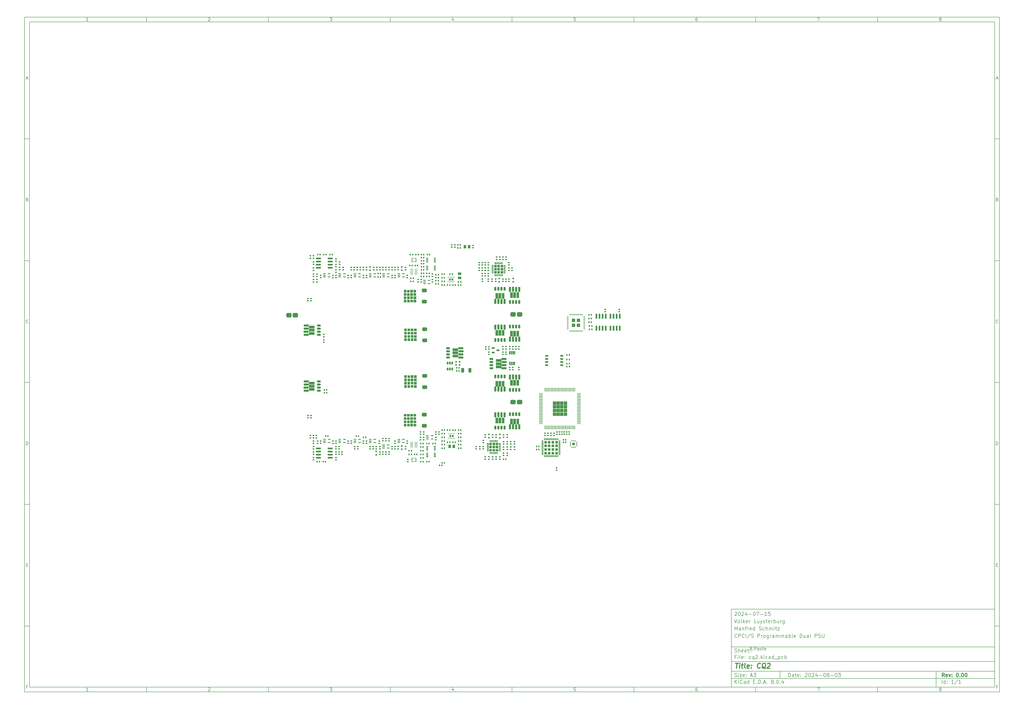
<source format=gbr>
%TF.GenerationSoftware,KiCad,Pcbnew,8.0.4*%
%TF.CreationDate,2024-09-04T12:40:56+02:00*%
%TF.ProjectId,cq2,6371322e-6b69-4636-9164-5f7063625858,0.00*%
%TF.SameCoordinates,Original*%
%TF.FileFunction,Paste,Bot*%
%TF.FilePolarity,Positive*%
%FSLAX46Y46*%
G04 Gerber Fmt 4.6, Leading zero omitted, Abs format (unit mm)*
G04 Created by KiCad (PCBNEW 8.0.4) date 2024-09-04 12:40:56*
%MOMM*%
%LPD*%
G01*
G04 APERTURE LIST*
G04 Aperture macros list*
%AMRoundRect*
0 Rectangle with rounded corners*
0 $1 Rounding radius*
0 $2 $3 $4 $5 $6 $7 $8 $9 X,Y pos of 4 corners*
0 Add a 4 corners polygon primitive as box body*
4,1,4,$2,$3,$4,$5,$6,$7,$8,$9,$2,$3,0*
0 Add four circle primitives for the rounded corners*
1,1,$1+$1,$2,$3*
1,1,$1+$1,$4,$5*
1,1,$1+$1,$6,$7*
1,1,$1+$1,$8,$9*
0 Add four rect primitives between the rounded corners*
20,1,$1+$1,$2,$3,$4,$5,0*
20,1,$1+$1,$4,$5,$6,$7,0*
20,1,$1+$1,$6,$7,$8,$9,0*
20,1,$1+$1,$8,$9,$2,$3,0*%
G04 Aperture macros list end*
%ADD10C,0.100000*%
%ADD11C,0.150000*%
%ADD12C,0.300000*%
%ADD13C,0.400000*%
%ADD14C,0.200000*%
%ADD15C,0.010000*%
%ADD16C,0.050000*%
%ADD17RoundRect,0.140000X-0.170000X0.140000X-0.170000X-0.140000X0.170000X-0.140000X0.170000X0.140000X0*%
%ADD18RoundRect,0.140000X0.170000X-0.140000X0.170000X0.140000X-0.170000X0.140000X-0.170000X-0.140000X0*%
%ADD19RoundRect,0.100000X-0.400000X-0.100000X0.400000X-0.100000X0.400000X0.100000X-0.400000X0.100000X0*%
%ADD20RoundRect,0.150000X-0.200000X0.150000X-0.200000X-0.150000X0.200000X-0.150000X0.200000X0.150000X0*%
%ADD21RoundRect,0.140000X0.140000X0.170000X-0.140000X0.170000X-0.140000X-0.170000X0.140000X-0.170000X0*%
%ADD22RoundRect,0.212500X0.512500X0.212500X-0.512500X0.212500X-0.512500X-0.212500X0.512500X-0.212500X0*%
%ADD23RoundRect,0.212500X0.812500X0.212500X-0.812500X0.212500X-0.812500X-0.212500X0.812500X-0.212500X0*%
%ADD24RoundRect,0.170016X-0.864984X-0.159984X0.864984X-0.159984X0.864984X0.159984X-0.864984X0.159984X0*%
%ADD25RoundRect,0.140000X-0.140000X-0.170000X0.140000X-0.170000X0.140000X0.170000X-0.140000X0.170000X0*%
%ADD26RoundRect,0.212500X0.212500X-0.512500X0.212500X0.512500X-0.212500X0.512500X-0.212500X-0.512500X0*%
%ADD27RoundRect,0.212500X0.212500X-0.812500X0.212500X0.812500X-0.212500X0.812500X-0.212500X-0.812500X0*%
%ADD28RoundRect,0.455216X-0.619784X-0.464784X0.619784X-0.464784X0.619784X0.464784X-0.619784X0.464784X0*%
%ADD29RoundRect,0.250046X0.294954X0.459954X-0.294954X0.459954X-0.294954X-0.459954X0.294954X-0.459954X0*%
%ADD30RoundRect,0.075000X0.350000X-0.075000X0.350000X0.075000X-0.350000X0.075000X-0.350000X-0.075000X0*%
%ADD31RoundRect,0.075000X0.075000X0.350000X-0.075000X0.350000X-0.075000X-0.350000X0.075000X-0.350000X0*%
%ADD32RoundRect,0.212500X-0.512500X-0.212500X0.512500X-0.212500X0.512500X0.212500X-0.512500X0.212500X0*%
%ADD33RoundRect,0.212500X-0.812500X-0.212500X0.812500X-0.212500X0.812500X0.212500X-0.812500X0.212500X0*%
%ADD34RoundRect,0.149999X-0.475001X-0.155001X0.475001X-0.155001X0.475001X0.155001X-0.475001X0.155001X0*%
%ADD35RoundRect,0.112500X0.112500X0.612500X-0.112500X0.612500X-0.112500X-0.612500X0.112500X-0.612500X0*%
%ADD36RoundRect,0.375000X-0.625000X0.375000X-0.625000X-0.375000X0.625000X-0.375000X0.625000X0.375000X0*%
%ADD37RoundRect,0.075000X-0.350000X0.075000X-0.350000X-0.075000X0.350000X-0.075000X0.350000X0.075000X0*%
%ADD38R,1.410000X1.410000*%
%ADD39RoundRect,0.059994X-0.295006X-0.050006X0.295006X-0.050006X0.295006X0.050006X-0.295006X0.050006X0*%
%ADD40RoundRect,0.059994X-0.050006X0.295006X-0.050006X-0.295006X0.050006X-0.295006X0.050006X0.295006X0*%
%ADD41R,0.800000X0.800000*%
%ADD42RoundRect,0.070000X-0.070000X-0.130000X0.070000X-0.130000X0.070000X0.130000X-0.070000X0.130000X0*%
%ADD43RoundRect,0.070000X0.130000X-0.070000X0.130000X0.070000X-0.130000X0.070000X-0.130000X-0.070000X0*%
%ADD44R,1.000000X1.000000*%
%ADD45RoundRect,0.075000X0.075000X0.215000X-0.075000X0.215000X-0.075000X-0.215000X0.075000X-0.215000X0*%
%ADD46RoundRect,0.062500X0.062500X0.227500X-0.062500X0.227500X-0.062500X-0.227500X0.062500X-0.227500X0*%
%ADD47RoundRect,0.087500X0.227500X-0.087500X0.227500X0.087500X-0.227500X0.087500X-0.227500X-0.087500X0*%
%ADD48RoundRect,0.212500X-0.212500X0.512500X-0.212500X-0.512500X0.212500X-0.512500X0.212500X0.512500X0*%
%ADD49RoundRect,0.212500X-0.212500X0.812500X-0.212500X-0.812500X0.212500X-0.812500X0.212500X0.812500X0*%
%ADD50RoundRect,0.150000X0.200000X-0.150000X0.200000X0.150000X-0.200000X0.150000X-0.200000X-0.150000X0*%
%ADD51R,0.800000X0.950000*%
%ADD52RoundRect,0.062500X0.062500X-0.187500X0.062500X0.187500X-0.062500X0.187500X-0.062500X-0.187500X0*%
%ADD53RoundRect,0.455216X0.619784X0.464784X-0.619784X0.464784X-0.619784X-0.464784X0.619784X-0.464784X0*%
%ADD54RoundRect,0.170016X0.159984X-0.864984X0.159984X0.864984X-0.159984X0.864984X-0.159984X-0.864984X0*%
%ADD55RoundRect,0.149999X0.155001X-0.430001X0.155001X0.430001X-0.155001X0.430001X-0.155001X-0.430001X0*%
%ADD56RoundRect,0.190000X-0.435000X-0.190000X0.435000X-0.190000X0.435000X0.190000X-0.435000X0.190000X0*%
%ADD57RoundRect,0.060000X-0.540000X0.060000X-0.540000X-0.060000X0.540000X-0.060000X0.540000X0.060000X0*%
%ADD58RoundRect,0.250046X0.459954X-0.294954X0.459954X0.294954X-0.459954X0.294954X-0.459954X-0.294954X0*%
%ADD59RoundRect,0.062500X-0.062500X-0.687500X0.062500X-0.687500X0.062500X0.687500X-0.062500X0.687500X0*%
%ADD60RoundRect,0.062500X0.687500X-0.062500X0.687500X0.062500X-0.687500X0.062500X-0.687500X-0.062500X0*%
%ADD61RoundRect,0.075000X-0.075000X-0.350000X0.075000X-0.350000X0.075000X0.350000X-0.075000X0.350000X0*%
%ADD62RoundRect,0.249960X0.350040X0.660040X-0.350040X0.660040X-0.350040X-0.660040X0.350040X-0.660040X0*%
%ADD63RoundRect,0.150000X0.150000X0.200000X-0.150000X0.200000X-0.150000X-0.200000X0.150000X-0.200000X0*%
G04 APERTURE END LIST*
D10*
D11*
X299989000Y-253002200D02*
X407989000Y-253002200D01*
X407989000Y-285002200D01*
X299989000Y-285002200D01*
X299989000Y-253002200D01*
D10*
D11*
X10000000Y-10000000D02*
X409989000Y-10000000D01*
X409989000Y-287002200D01*
X10000000Y-287002200D01*
X10000000Y-10000000D01*
D10*
D11*
X12000000Y-12000000D02*
X407989000Y-12000000D01*
X407989000Y-285002200D01*
X12000000Y-285002200D01*
X12000000Y-12000000D01*
D10*
D11*
X60000000Y-12000000D02*
X60000000Y-10000000D01*
D10*
D11*
X110000000Y-12000000D02*
X110000000Y-10000000D01*
D10*
D11*
X160000000Y-12000000D02*
X160000000Y-10000000D01*
D10*
D11*
X210000000Y-12000000D02*
X210000000Y-10000000D01*
D10*
D11*
X260000000Y-12000000D02*
X260000000Y-10000000D01*
D10*
D11*
X310000000Y-12000000D02*
X310000000Y-10000000D01*
D10*
D11*
X360000000Y-12000000D02*
X360000000Y-10000000D01*
D10*
D11*
X36089160Y-11593604D02*
X35346303Y-11593604D01*
X35717731Y-11593604D02*
X35717731Y-10293604D01*
X35717731Y-10293604D02*
X35593922Y-10479319D01*
X35593922Y-10479319D02*
X35470112Y-10603128D01*
X35470112Y-10603128D02*
X35346303Y-10665033D01*
D10*
D11*
X85346303Y-10417414D02*
X85408207Y-10355509D01*
X85408207Y-10355509D02*
X85532017Y-10293604D01*
X85532017Y-10293604D02*
X85841541Y-10293604D01*
X85841541Y-10293604D02*
X85965350Y-10355509D01*
X85965350Y-10355509D02*
X86027255Y-10417414D01*
X86027255Y-10417414D02*
X86089160Y-10541223D01*
X86089160Y-10541223D02*
X86089160Y-10665033D01*
X86089160Y-10665033D02*
X86027255Y-10850747D01*
X86027255Y-10850747D02*
X85284398Y-11593604D01*
X85284398Y-11593604D02*
X86089160Y-11593604D01*
D10*
D11*
X135284398Y-10293604D02*
X136089160Y-10293604D01*
X136089160Y-10293604D02*
X135655826Y-10788842D01*
X135655826Y-10788842D02*
X135841541Y-10788842D01*
X135841541Y-10788842D02*
X135965350Y-10850747D01*
X135965350Y-10850747D02*
X136027255Y-10912652D01*
X136027255Y-10912652D02*
X136089160Y-11036461D01*
X136089160Y-11036461D02*
X136089160Y-11345985D01*
X136089160Y-11345985D02*
X136027255Y-11469795D01*
X136027255Y-11469795D02*
X135965350Y-11531700D01*
X135965350Y-11531700D02*
X135841541Y-11593604D01*
X135841541Y-11593604D02*
X135470112Y-11593604D01*
X135470112Y-11593604D02*
X135346303Y-11531700D01*
X135346303Y-11531700D02*
X135284398Y-11469795D01*
D10*
D11*
X185965350Y-10726938D02*
X185965350Y-11593604D01*
X185655826Y-10231700D02*
X185346303Y-11160271D01*
X185346303Y-11160271D02*
X186151064Y-11160271D01*
D10*
D11*
X236027255Y-10293604D02*
X235408207Y-10293604D01*
X235408207Y-10293604D02*
X235346303Y-10912652D01*
X235346303Y-10912652D02*
X235408207Y-10850747D01*
X235408207Y-10850747D02*
X235532017Y-10788842D01*
X235532017Y-10788842D02*
X235841541Y-10788842D01*
X235841541Y-10788842D02*
X235965350Y-10850747D01*
X235965350Y-10850747D02*
X236027255Y-10912652D01*
X236027255Y-10912652D02*
X236089160Y-11036461D01*
X236089160Y-11036461D02*
X236089160Y-11345985D01*
X236089160Y-11345985D02*
X236027255Y-11469795D01*
X236027255Y-11469795D02*
X235965350Y-11531700D01*
X235965350Y-11531700D02*
X235841541Y-11593604D01*
X235841541Y-11593604D02*
X235532017Y-11593604D01*
X235532017Y-11593604D02*
X235408207Y-11531700D01*
X235408207Y-11531700D02*
X235346303Y-11469795D01*
D10*
D11*
X285965350Y-10293604D02*
X285717731Y-10293604D01*
X285717731Y-10293604D02*
X285593922Y-10355509D01*
X285593922Y-10355509D02*
X285532017Y-10417414D01*
X285532017Y-10417414D02*
X285408207Y-10603128D01*
X285408207Y-10603128D02*
X285346303Y-10850747D01*
X285346303Y-10850747D02*
X285346303Y-11345985D01*
X285346303Y-11345985D02*
X285408207Y-11469795D01*
X285408207Y-11469795D02*
X285470112Y-11531700D01*
X285470112Y-11531700D02*
X285593922Y-11593604D01*
X285593922Y-11593604D02*
X285841541Y-11593604D01*
X285841541Y-11593604D02*
X285965350Y-11531700D01*
X285965350Y-11531700D02*
X286027255Y-11469795D01*
X286027255Y-11469795D02*
X286089160Y-11345985D01*
X286089160Y-11345985D02*
X286089160Y-11036461D01*
X286089160Y-11036461D02*
X286027255Y-10912652D01*
X286027255Y-10912652D02*
X285965350Y-10850747D01*
X285965350Y-10850747D02*
X285841541Y-10788842D01*
X285841541Y-10788842D02*
X285593922Y-10788842D01*
X285593922Y-10788842D02*
X285470112Y-10850747D01*
X285470112Y-10850747D02*
X285408207Y-10912652D01*
X285408207Y-10912652D02*
X285346303Y-11036461D01*
D10*
D11*
X335284398Y-10293604D02*
X336151064Y-10293604D01*
X336151064Y-10293604D02*
X335593922Y-11593604D01*
D10*
D11*
X385593922Y-10850747D02*
X385470112Y-10788842D01*
X385470112Y-10788842D02*
X385408207Y-10726938D01*
X385408207Y-10726938D02*
X385346303Y-10603128D01*
X385346303Y-10603128D02*
X385346303Y-10541223D01*
X385346303Y-10541223D02*
X385408207Y-10417414D01*
X385408207Y-10417414D02*
X385470112Y-10355509D01*
X385470112Y-10355509D02*
X385593922Y-10293604D01*
X385593922Y-10293604D02*
X385841541Y-10293604D01*
X385841541Y-10293604D02*
X385965350Y-10355509D01*
X385965350Y-10355509D02*
X386027255Y-10417414D01*
X386027255Y-10417414D02*
X386089160Y-10541223D01*
X386089160Y-10541223D02*
X386089160Y-10603128D01*
X386089160Y-10603128D02*
X386027255Y-10726938D01*
X386027255Y-10726938D02*
X385965350Y-10788842D01*
X385965350Y-10788842D02*
X385841541Y-10850747D01*
X385841541Y-10850747D02*
X385593922Y-10850747D01*
X385593922Y-10850747D02*
X385470112Y-10912652D01*
X385470112Y-10912652D02*
X385408207Y-10974557D01*
X385408207Y-10974557D02*
X385346303Y-11098366D01*
X385346303Y-11098366D02*
X385346303Y-11345985D01*
X385346303Y-11345985D02*
X385408207Y-11469795D01*
X385408207Y-11469795D02*
X385470112Y-11531700D01*
X385470112Y-11531700D02*
X385593922Y-11593604D01*
X385593922Y-11593604D02*
X385841541Y-11593604D01*
X385841541Y-11593604D02*
X385965350Y-11531700D01*
X385965350Y-11531700D02*
X386027255Y-11469795D01*
X386027255Y-11469795D02*
X386089160Y-11345985D01*
X386089160Y-11345985D02*
X386089160Y-11098366D01*
X386089160Y-11098366D02*
X386027255Y-10974557D01*
X386027255Y-10974557D02*
X385965350Y-10912652D01*
X385965350Y-10912652D02*
X385841541Y-10850747D01*
D10*
D11*
X60000000Y-285002200D02*
X60000000Y-287002200D01*
D10*
D11*
X110000000Y-285002200D02*
X110000000Y-287002200D01*
D10*
D11*
X160000000Y-285002200D02*
X160000000Y-287002200D01*
D10*
D11*
X210000000Y-285002200D02*
X210000000Y-287002200D01*
D10*
D11*
X260000000Y-285002200D02*
X260000000Y-287002200D01*
D10*
D11*
X310000000Y-285002200D02*
X310000000Y-287002200D01*
D10*
D11*
X360000000Y-285002200D02*
X360000000Y-287002200D01*
D10*
D11*
X36089160Y-286595804D02*
X35346303Y-286595804D01*
X35717731Y-286595804D02*
X35717731Y-285295804D01*
X35717731Y-285295804D02*
X35593922Y-285481519D01*
X35593922Y-285481519D02*
X35470112Y-285605328D01*
X35470112Y-285605328D02*
X35346303Y-285667233D01*
D10*
D11*
X85346303Y-285419614D02*
X85408207Y-285357709D01*
X85408207Y-285357709D02*
X85532017Y-285295804D01*
X85532017Y-285295804D02*
X85841541Y-285295804D01*
X85841541Y-285295804D02*
X85965350Y-285357709D01*
X85965350Y-285357709D02*
X86027255Y-285419614D01*
X86027255Y-285419614D02*
X86089160Y-285543423D01*
X86089160Y-285543423D02*
X86089160Y-285667233D01*
X86089160Y-285667233D02*
X86027255Y-285852947D01*
X86027255Y-285852947D02*
X85284398Y-286595804D01*
X85284398Y-286595804D02*
X86089160Y-286595804D01*
D10*
D11*
X135284398Y-285295804D02*
X136089160Y-285295804D01*
X136089160Y-285295804D02*
X135655826Y-285791042D01*
X135655826Y-285791042D02*
X135841541Y-285791042D01*
X135841541Y-285791042D02*
X135965350Y-285852947D01*
X135965350Y-285852947D02*
X136027255Y-285914852D01*
X136027255Y-285914852D02*
X136089160Y-286038661D01*
X136089160Y-286038661D02*
X136089160Y-286348185D01*
X136089160Y-286348185D02*
X136027255Y-286471995D01*
X136027255Y-286471995D02*
X135965350Y-286533900D01*
X135965350Y-286533900D02*
X135841541Y-286595804D01*
X135841541Y-286595804D02*
X135470112Y-286595804D01*
X135470112Y-286595804D02*
X135346303Y-286533900D01*
X135346303Y-286533900D02*
X135284398Y-286471995D01*
D10*
D11*
X185965350Y-285729138D02*
X185965350Y-286595804D01*
X185655826Y-285233900D02*
X185346303Y-286162471D01*
X185346303Y-286162471D02*
X186151064Y-286162471D01*
D10*
D11*
X236027255Y-285295804D02*
X235408207Y-285295804D01*
X235408207Y-285295804D02*
X235346303Y-285914852D01*
X235346303Y-285914852D02*
X235408207Y-285852947D01*
X235408207Y-285852947D02*
X235532017Y-285791042D01*
X235532017Y-285791042D02*
X235841541Y-285791042D01*
X235841541Y-285791042D02*
X235965350Y-285852947D01*
X235965350Y-285852947D02*
X236027255Y-285914852D01*
X236027255Y-285914852D02*
X236089160Y-286038661D01*
X236089160Y-286038661D02*
X236089160Y-286348185D01*
X236089160Y-286348185D02*
X236027255Y-286471995D01*
X236027255Y-286471995D02*
X235965350Y-286533900D01*
X235965350Y-286533900D02*
X235841541Y-286595804D01*
X235841541Y-286595804D02*
X235532017Y-286595804D01*
X235532017Y-286595804D02*
X235408207Y-286533900D01*
X235408207Y-286533900D02*
X235346303Y-286471995D01*
D10*
D11*
X285965350Y-285295804D02*
X285717731Y-285295804D01*
X285717731Y-285295804D02*
X285593922Y-285357709D01*
X285593922Y-285357709D02*
X285532017Y-285419614D01*
X285532017Y-285419614D02*
X285408207Y-285605328D01*
X285408207Y-285605328D02*
X285346303Y-285852947D01*
X285346303Y-285852947D02*
X285346303Y-286348185D01*
X285346303Y-286348185D02*
X285408207Y-286471995D01*
X285408207Y-286471995D02*
X285470112Y-286533900D01*
X285470112Y-286533900D02*
X285593922Y-286595804D01*
X285593922Y-286595804D02*
X285841541Y-286595804D01*
X285841541Y-286595804D02*
X285965350Y-286533900D01*
X285965350Y-286533900D02*
X286027255Y-286471995D01*
X286027255Y-286471995D02*
X286089160Y-286348185D01*
X286089160Y-286348185D02*
X286089160Y-286038661D01*
X286089160Y-286038661D02*
X286027255Y-285914852D01*
X286027255Y-285914852D02*
X285965350Y-285852947D01*
X285965350Y-285852947D02*
X285841541Y-285791042D01*
X285841541Y-285791042D02*
X285593922Y-285791042D01*
X285593922Y-285791042D02*
X285470112Y-285852947D01*
X285470112Y-285852947D02*
X285408207Y-285914852D01*
X285408207Y-285914852D02*
X285346303Y-286038661D01*
D10*
D11*
X335284398Y-285295804D02*
X336151064Y-285295804D01*
X336151064Y-285295804D02*
X335593922Y-286595804D01*
D10*
D11*
X385593922Y-285852947D02*
X385470112Y-285791042D01*
X385470112Y-285791042D02*
X385408207Y-285729138D01*
X385408207Y-285729138D02*
X385346303Y-285605328D01*
X385346303Y-285605328D02*
X385346303Y-285543423D01*
X385346303Y-285543423D02*
X385408207Y-285419614D01*
X385408207Y-285419614D02*
X385470112Y-285357709D01*
X385470112Y-285357709D02*
X385593922Y-285295804D01*
X385593922Y-285295804D02*
X385841541Y-285295804D01*
X385841541Y-285295804D02*
X385965350Y-285357709D01*
X385965350Y-285357709D02*
X386027255Y-285419614D01*
X386027255Y-285419614D02*
X386089160Y-285543423D01*
X386089160Y-285543423D02*
X386089160Y-285605328D01*
X386089160Y-285605328D02*
X386027255Y-285729138D01*
X386027255Y-285729138D02*
X385965350Y-285791042D01*
X385965350Y-285791042D02*
X385841541Y-285852947D01*
X385841541Y-285852947D02*
X385593922Y-285852947D01*
X385593922Y-285852947D02*
X385470112Y-285914852D01*
X385470112Y-285914852D02*
X385408207Y-285976757D01*
X385408207Y-285976757D02*
X385346303Y-286100566D01*
X385346303Y-286100566D02*
X385346303Y-286348185D01*
X385346303Y-286348185D02*
X385408207Y-286471995D01*
X385408207Y-286471995D02*
X385470112Y-286533900D01*
X385470112Y-286533900D02*
X385593922Y-286595804D01*
X385593922Y-286595804D02*
X385841541Y-286595804D01*
X385841541Y-286595804D02*
X385965350Y-286533900D01*
X385965350Y-286533900D02*
X386027255Y-286471995D01*
X386027255Y-286471995D02*
X386089160Y-286348185D01*
X386089160Y-286348185D02*
X386089160Y-286100566D01*
X386089160Y-286100566D02*
X386027255Y-285976757D01*
X386027255Y-285976757D02*
X385965350Y-285914852D01*
X385965350Y-285914852D02*
X385841541Y-285852947D01*
D10*
D11*
X10000000Y-60000000D02*
X12000000Y-60000000D01*
D10*
D11*
X10000000Y-110000000D02*
X12000000Y-110000000D01*
D10*
D11*
X10000000Y-160000000D02*
X12000000Y-160000000D01*
D10*
D11*
X10000000Y-210000000D02*
X12000000Y-210000000D01*
D10*
D11*
X10000000Y-260000000D02*
X12000000Y-260000000D01*
D10*
D11*
X10690476Y-35222176D02*
X11309523Y-35222176D01*
X10566666Y-35593604D02*
X10999999Y-34293604D01*
X10999999Y-34293604D02*
X11433333Y-35593604D01*
D10*
D11*
X11092857Y-84912652D02*
X11278571Y-84974557D01*
X11278571Y-84974557D02*
X11340476Y-85036461D01*
X11340476Y-85036461D02*
X11402380Y-85160271D01*
X11402380Y-85160271D02*
X11402380Y-85345985D01*
X11402380Y-85345985D02*
X11340476Y-85469795D01*
X11340476Y-85469795D02*
X11278571Y-85531700D01*
X11278571Y-85531700D02*
X11154761Y-85593604D01*
X11154761Y-85593604D02*
X10659523Y-85593604D01*
X10659523Y-85593604D02*
X10659523Y-84293604D01*
X10659523Y-84293604D02*
X11092857Y-84293604D01*
X11092857Y-84293604D02*
X11216666Y-84355509D01*
X11216666Y-84355509D02*
X11278571Y-84417414D01*
X11278571Y-84417414D02*
X11340476Y-84541223D01*
X11340476Y-84541223D02*
X11340476Y-84665033D01*
X11340476Y-84665033D02*
X11278571Y-84788842D01*
X11278571Y-84788842D02*
X11216666Y-84850747D01*
X11216666Y-84850747D02*
X11092857Y-84912652D01*
X11092857Y-84912652D02*
X10659523Y-84912652D01*
D10*
D11*
X11402380Y-135469795D02*
X11340476Y-135531700D01*
X11340476Y-135531700D02*
X11154761Y-135593604D01*
X11154761Y-135593604D02*
X11030952Y-135593604D01*
X11030952Y-135593604D02*
X10845238Y-135531700D01*
X10845238Y-135531700D02*
X10721428Y-135407890D01*
X10721428Y-135407890D02*
X10659523Y-135284080D01*
X10659523Y-135284080D02*
X10597619Y-135036461D01*
X10597619Y-135036461D02*
X10597619Y-134850747D01*
X10597619Y-134850747D02*
X10659523Y-134603128D01*
X10659523Y-134603128D02*
X10721428Y-134479319D01*
X10721428Y-134479319D02*
X10845238Y-134355509D01*
X10845238Y-134355509D02*
X11030952Y-134293604D01*
X11030952Y-134293604D02*
X11154761Y-134293604D01*
X11154761Y-134293604D02*
X11340476Y-134355509D01*
X11340476Y-134355509D02*
X11402380Y-134417414D01*
D10*
D11*
X10659523Y-185593604D02*
X10659523Y-184293604D01*
X10659523Y-184293604D02*
X10969047Y-184293604D01*
X10969047Y-184293604D02*
X11154761Y-184355509D01*
X11154761Y-184355509D02*
X11278571Y-184479319D01*
X11278571Y-184479319D02*
X11340476Y-184603128D01*
X11340476Y-184603128D02*
X11402380Y-184850747D01*
X11402380Y-184850747D02*
X11402380Y-185036461D01*
X11402380Y-185036461D02*
X11340476Y-185284080D01*
X11340476Y-185284080D02*
X11278571Y-185407890D01*
X11278571Y-185407890D02*
X11154761Y-185531700D01*
X11154761Y-185531700D02*
X10969047Y-185593604D01*
X10969047Y-185593604D02*
X10659523Y-185593604D01*
D10*
D11*
X10721428Y-234912652D02*
X11154762Y-234912652D01*
X11340476Y-235593604D02*
X10721428Y-235593604D01*
X10721428Y-235593604D02*
X10721428Y-234293604D01*
X10721428Y-234293604D02*
X11340476Y-234293604D01*
D10*
D11*
X11185714Y-284912652D02*
X10752380Y-284912652D01*
X10752380Y-285593604D02*
X10752380Y-284293604D01*
X10752380Y-284293604D02*
X11371428Y-284293604D01*
D10*
D11*
X409989000Y-60000000D02*
X407989000Y-60000000D01*
D10*
D11*
X409989000Y-110000000D02*
X407989000Y-110000000D01*
D10*
D11*
X409989000Y-160000000D02*
X407989000Y-160000000D01*
D10*
D11*
X409989000Y-210000000D02*
X407989000Y-210000000D01*
D10*
D11*
X409989000Y-260000000D02*
X407989000Y-260000000D01*
D10*
D11*
X408679476Y-35222176D02*
X409298523Y-35222176D01*
X408555666Y-35593604D02*
X408988999Y-34293604D01*
X408988999Y-34293604D02*
X409422333Y-35593604D01*
D10*
D11*
X409081857Y-84912652D02*
X409267571Y-84974557D01*
X409267571Y-84974557D02*
X409329476Y-85036461D01*
X409329476Y-85036461D02*
X409391380Y-85160271D01*
X409391380Y-85160271D02*
X409391380Y-85345985D01*
X409391380Y-85345985D02*
X409329476Y-85469795D01*
X409329476Y-85469795D02*
X409267571Y-85531700D01*
X409267571Y-85531700D02*
X409143761Y-85593604D01*
X409143761Y-85593604D02*
X408648523Y-85593604D01*
X408648523Y-85593604D02*
X408648523Y-84293604D01*
X408648523Y-84293604D02*
X409081857Y-84293604D01*
X409081857Y-84293604D02*
X409205666Y-84355509D01*
X409205666Y-84355509D02*
X409267571Y-84417414D01*
X409267571Y-84417414D02*
X409329476Y-84541223D01*
X409329476Y-84541223D02*
X409329476Y-84665033D01*
X409329476Y-84665033D02*
X409267571Y-84788842D01*
X409267571Y-84788842D02*
X409205666Y-84850747D01*
X409205666Y-84850747D02*
X409081857Y-84912652D01*
X409081857Y-84912652D02*
X408648523Y-84912652D01*
D10*
D11*
X409391380Y-135469795D02*
X409329476Y-135531700D01*
X409329476Y-135531700D02*
X409143761Y-135593604D01*
X409143761Y-135593604D02*
X409019952Y-135593604D01*
X409019952Y-135593604D02*
X408834238Y-135531700D01*
X408834238Y-135531700D02*
X408710428Y-135407890D01*
X408710428Y-135407890D02*
X408648523Y-135284080D01*
X408648523Y-135284080D02*
X408586619Y-135036461D01*
X408586619Y-135036461D02*
X408586619Y-134850747D01*
X408586619Y-134850747D02*
X408648523Y-134603128D01*
X408648523Y-134603128D02*
X408710428Y-134479319D01*
X408710428Y-134479319D02*
X408834238Y-134355509D01*
X408834238Y-134355509D02*
X409019952Y-134293604D01*
X409019952Y-134293604D02*
X409143761Y-134293604D01*
X409143761Y-134293604D02*
X409329476Y-134355509D01*
X409329476Y-134355509D02*
X409391380Y-134417414D01*
D10*
D11*
X408648523Y-185593604D02*
X408648523Y-184293604D01*
X408648523Y-184293604D02*
X408958047Y-184293604D01*
X408958047Y-184293604D02*
X409143761Y-184355509D01*
X409143761Y-184355509D02*
X409267571Y-184479319D01*
X409267571Y-184479319D02*
X409329476Y-184603128D01*
X409329476Y-184603128D02*
X409391380Y-184850747D01*
X409391380Y-184850747D02*
X409391380Y-185036461D01*
X409391380Y-185036461D02*
X409329476Y-185284080D01*
X409329476Y-185284080D02*
X409267571Y-185407890D01*
X409267571Y-185407890D02*
X409143761Y-185531700D01*
X409143761Y-185531700D02*
X408958047Y-185593604D01*
X408958047Y-185593604D02*
X408648523Y-185593604D01*
D10*
D11*
X408710428Y-234912652D02*
X409143762Y-234912652D01*
X409329476Y-235593604D02*
X408710428Y-235593604D01*
X408710428Y-235593604D02*
X408710428Y-234293604D01*
X408710428Y-234293604D02*
X409329476Y-234293604D01*
D10*
D11*
X409174714Y-284912652D02*
X408741380Y-284912652D01*
X408741380Y-285593604D02*
X408741380Y-284293604D01*
X408741380Y-284293604D02*
X409360428Y-284293604D01*
D10*
D11*
X323444826Y-280788328D02*
X323444826Y-279288328D01*
X323444826Y-279288328D02*
X323801969Y-279288328D01*
X323801969Y-279288328D02*
X324016255Y-279359757D01*
X324016255Y-279359757D02*
X324159112Y-279502614D01*
X324159112Y-279502614D02*
X324230541Y-279645471D01*
X324230541Y-279645471D02*
X324301969Y-279931185D01*
X324301969Y-279931185D02*
X324301969Y-280145471D01*
X324301969Y-280145471D02*
X324230541Y-280431185D01*
X324230541Y-280431185D02*
X324159112Y-280574042D01*
X324159112Y-280574042D02*
X324016255Y-280716900D01*
X324016255Y-280716900D02*
X323801969Y-280788328D01*
X323801969Y-280788328D02*
X323444826Y-280788328D01*
X325587684Y-280788328D02*
X325587684Y-280002614D01*
X325587684Y-280002614D02*
X325516255Y-279859757D01*
X325516255Y-279859757D02*
X325373398Y-279788328D01*
X325373398Y-279788328D02*
X325087684Y-279788328D01*
X325087684Y-279788328D02*
X324944826Y-279859757D01*
X325587684Y-280716900D02*
X325444826Y-280788328D01*
X325444826Y-280788328D02*
X325087684Y-280788328D01*
X325087684Y-280788328D02*
X324944826Y-280716900D01*
X324944826Y-280716900D02*
X324873398Y-280574042D01*
X324873398Y-280574042D02*
X324873398Y-280431185D01*
X324873398Y-280431185D02*
X324944826Y-280288328D01*
X324944826Y-280288328D02*
X325087684Y-280216900D01*
X325087684Y-280216900D02*
X325444826Y-280216900D01*
X325444826Y-280216900D02*
X325587684Y-280145471D01*
X326087684Y-279788328D02*
X326659112Y-279788328D01*
X326301969Y-279288328D02*
X326301969Y-280574042D01*
X326301969Y-280574042D02*
X326373398Y-280716900D01*
X326373398Y-280716900D02*
X326516255Y-280788328D01*
X326516255Y-280788328D02*
X326659112Y-280788328D01*
X327730541Y-280716900D02*
X327587684Y-280788328D01*
X327587684Y-280788328D02*
X327301970Y-280788328D01*
X327301970Y-280788328D02*
X327159112Y-280716900D01*
X327159112Y-280716900D02*
X327087684Y-280574042D01*
X327087684Y-280574042D02*
X327087684Y-280002614D01*
X327087684Y-280002614D02*
X327159112Y-279859757D01*
X327159112Y-279859757D02*
X327301970Y-279788328D01*
X327301970Y-279788328D02*
X327587684Y-279788328D01*
X327587684Y-279788328D02*
X327730541Y-279859757D01*
X327730541Y-279859757D02*
X327801970Y-280002614D01*
X327801970Y-280002614D02*
X327801970Y-280145471D01*
X327801970Y-280145471D02*
X327087684Y-280288328D01*
X328444826Y-280645471D02*
X328516255Y-280716900D01*
X328516255Y-280716900D02*
X328444826Y-280788328D01*
X328444826Y-280788328D02*
X328373398Y-280716900D01*
X328373398Y-280716900D02*
X328444826Y-280645471D01*
X328444826Y-280645471D02*
X328444826Y-280788328D01*
X328444826Y-279859757D02*
X328516255Y-279931185D01*
X328516255Y-279931185D02*
X328444826Y-280002614D01*
X328444826Y-280002614D02*
X328373398Y-279931185D01*
X328373398Y-279931185D02*
X328444826Y-279859757D01*
X328444826Y-279859757D02*
X328444826Y-280002614D01*
X330230541Y-279431185D02*
X330301969Y-279359757D01*
X330301969Y-279359757D02*
X330444827Y-279288328D01*
X330444827Y-279288328D02*
X330801969Y-279288328D01*
X330801969Y-279288328D02*
X330944827Y-279359757D01*
X330944827Y-279359757D02*
X331016255Y-279431185D01*
X331016255Y-279431185D02*
X331087684Y-279574042D01*
X331087684Y-279574042D02*
X331087684Y-279716900D01*
X331087684Y-279716900D02*
X331016255Y-279931185D01*
X331016255Y-279931185D02*
X330159112Y-280788328D01*
X330159112Y-280788328D02*
X331087684Y-280788328D01*
X332016255Y-279288328D02*
X332159112Y-279288328D01*
X332159112Y-279288328D02*
X332301969Y-279359757D01*
X332301969Y-279359757D02*
X332373398Y-279431185D01*
X332373398Y-279431185D02*
X332444826Y-279574042D01*
X332444826Y-279574042D02*
X332516255Y-279859757D01*
X332516255Y-279859757D02*
X332516255Y-280216900D01*
X332516255Y-280216900D02*
X332444826Y-280502614D01*
X332444826Y-280502614D02*
X332373398Y-280645471D01*
X332373398Y-280645471D02*
X332301969Y-280716900D01*
X332301969Y-280716900D02*
X332159112Y-280788328D01*
X332159112Y-280788328D02*
X332016255Y-280788328D01*
X332016255Y-280788328D02*
X331873398Y-280716900D01*
X331873398Y-280716900D02*
X331801969Y-280645471D01*
X331801969Y-280645471D02*
X331730540Y-280502614D01*
X331730540Y-280502614D02*
X331659112Y-280216900D01*
X331659112Y-280216900D02*
X331659112Y-279859757D01*
X331659112Y-279859757D02*
X331730540Y-279574042D01*
X331730540Y-279574042D02*
X331801969Y-279431185D01*
X331801969Y-279431185D02*
X331873398Y-279359757D01*
X331873398Y-279359757D02*
X332016255Y-279288328D01*
X333087683Y-279431185D02*
X333159111Y-279359757D01*
X333159111Y-279359757D02*
X333301969Y-279288328D01*
X333301969Y-279288328D02*
X333659111Y-279288328D01*
X333659111Y-279288328D02*
X333801969Y-279359757D01*
X333801969Y-279359757D02*
X333873397Y-279431185D01*
X333873397Y-279431185D02*
X333944826Y-279574042D01*
X333944826Y-279574042D02*
X333944826Y-279716900D01*
X333944826Y-279716900D02*
X333873397Y-279931185D01*
X333873397Y-279931185D02*
X333016254Y-280788328D01*
X333016254Y-280788328D02*
X333944826Y-280788328D01*
X335230540Y-279788328D02*
X335230540Y-280788328D01*
X334873397Y-279216900D02*
X334516254Y-280288328D01*
X334516254Y-280288328D02*
X335444825Y-280288328D01*
X336016253Y-280216900D02*
X337159111Y-280216900D01*
X338159111Y-279288328D02*
X338301968Y-279288328D01*
X338301968Y-279288328D02*
X338444825Y-279359757D01*
X338444825Y-279359757D02*
X338516254Y-279431185D01*
X338516254Y-279431185D02*
X338587682Y-279574042D01*
X338587682Y-279574042D02*
X338659111Y-279859757D01*
X338659111Y-279859757D02*
X338659111Y-280216900D01*
X338659111Y-280216900D02*
X338587682Y-280502614D01*
X338587682Y-280502614D02*
X338516254Y-280645471D01*
X338516254Y-280645471D02*
X338444825Y-280716900D01*
X338444825Y-280716900D02*
X338301968Y-280788328D01*
X338301968Y-280788328D02*
X338159111Y-280788328D01*
X338159111Y-280788328D02*
X338016254Y-280716900D01*
X338016254Y-280716900D02*
X337944825Y-280645471D01*
X337944825Y-280645471D02*
X337873396Y-280502614D01*
X337873396Y-280502614D02*
X337801968Y-280216900D01*
X337801968Y-280216900D02*
X337801968Y-279859757D01*
X337801968Y-279859757D02*
X337873396Y-279574042D01*
X337873396Y-279574042D02*
X337944825Y-279431185D01*
X337944825Y-279431185D02*
X338016254Y-279359757D01*
X338016254Y-279359757D02*
X338159111Y-279288328D01*
X339516253Y-279931185D02*
X339373396Y-279859757D01*
X339373396Y-279859757D02*
X339301967Y-279788328D01*
X339301967Y-279788328D02*
X339230539Y-279645471D01*
X339230539Y-279645471D02*
X339230539Y-279574042D01*
X339230539Y-279574042D02*
X339301967Y-279431185D01*
X339301967Y-279431185D02*
X339373396Y-279359757D01*
X339373396Y-279359757D02*
X339516253Y-279288328D01*
X339516253Y-279288328D02*
X339801967Y-279288328D01*
X339801967Y-279288328D02*
X339944825Y-279359757D01*
X339944825Y-279359757D02*
X340016253Y-279431185D01*
X340016253Y-279431185D02*
X340087682Y-279574042D01*
X340087682Y-279574042D02*
X340087682Y-279645471D01*
X340087682Y-279645471D02*
X340016253Y-279788328D01*
X340016253Y-279788328D02*
X339944825Y-279859757D01*
X339944825Y-279859757D02*
X339801967Y-279931185D01*
X339801967Y-279931185D02*
X339516253Y-279931185D01*
X339516253Y-279931185D02*
X339373396Y-280002614D01*
X339373396Y-280002614D02*
X339301967Y-280074042D01*
X339301967Y-280074042D02*
X339230539Y-280216900D01*
X339230539Y-280216900D02*
X339230539Y-280502614D01*
X339230539Y-280502614D02*
X339301967Y-280645471D01*
X339301967Y-280645471D02*
X339373396Y-280716900D01*
X339373396Y-280716900D02*
X339516253Y-280788328D01*
X339516253Y-280788328D02*
X339801967Y-280788328D01*
X339801967Y-280788328D02*
X339944825Y-280716900D01*
X339944825Y-280716900D02*
X340016253Y-280645471D01*
X340016253Y-280645471D02*
X340087682Y-280502614D01*
X340087682Y-280502614D02*
X340087682Y-280216900D01*
X340087682Y-280216900D02*
X340016253Y-280074042D01*
X340016253Y-280074042D02*
X339944825Y-280002614D01*
X339944825Y-280002614D02*
X339801967Y-279931185D01*
X340730538Y-280216900D02*
X341873396Y-280216900D01*
X342873396Y-279288328D02*
X343016253Y-279288328D01*
X343016253Y-279288328D02*
X343159110Y-279359757D01*
X343159110Y-279359757D02*
X343230539Y-279431185D01*
X343230539Y-279431185D02*
X343301967Y-279574042D01*
X343301967Y-279574042D02*
X343373396Y-279859757D01*
X343373396Y-279859757D02*
X343373396Y-280216900D01*
X343373396Y-280216900D02*
X343301967Y-280502614D01*
X343301967Y-280502614D02*
X343230539Y-280645471D01*
X343230539Y-280645471D02*
X343159110Y-280716900D01*
X343159110Y-280716900D02*
X343016253Y-280788328D01*
X343016253Y-280788328D02*
X342873396Y-280788328D01*
X342873396Y-280788328D02*
X342730539Y-280716900D01*
X342730539Y-280716900D02*
X342659110Y-280645471D01*
X342659110Y-280645471D02*
X342587681Y-280502614D01*
X342587681Y-280502614D02*
X342516253Y-280216900D01*
X342516253Y-280216900D02*
X342516253Y-279859757D01*
X342516253Y-279859757D02*
X342587681Y-279574042D01*
X342587681Y-279574042D02*
X342659110Y-279431185D01*
X342659110Y-279431185D02*
X342730539Y-279359757D01*
X342730539Y-279359757D02*
X342873396Y-279288328D01*
X343873395Y-279288328D02*
X344801967Y-279288328D01*
X344801967Y-279288328D02*
X344301967Y-279859757D01*
X344301967Y-279859757D02*
X344516252Y-279859757D01*
X344516252Y-279859757D02*
X344659110Y-279931185D01*
X344659110Y-279931185D02*
X344730538Y-280002614D01*
X344730538Y-280002614D02*
X344801967Y-280145471D01*
X344801967Y-280145471D02*
X344801967Y-280502614D01*
X344801967Y-280502614D02*
X344730538Y-280645471D01*
X344730538Y-280645471D02*
X344659110Y-280716900D01*
X344659110Y-280716900D02*
X344516252Y-280788328D01*
X344516252Y-280788328D02*
X344087681Y-280788328D01*
X344087681Y-280788328D02*
X343944824Y-280716900D01*
X343944824Y-280716900D02*
X343873395Y-280645471D01*
D10*
D11*
X299989000Y-281502200D02*
X407989000Y-281502200D01*
D10*
D11*
X301444826Y-283588328D02*
X301444826Y-282088328D01*
X302301969Y-283588328D02*
X301659112Y-282731185D01*
X302301969Y-282088328D02*
X301444826Y-282945471D01*
X302944826Y-283588328D02*
X302944826Y-282588328D01*
X302944826Y-282088328D02*
X302873398Y-282159757D01*
X302873398Y-282159757D02*
X302944826Y-282231185D01*
X302944826Y-282231185D02*
X303016255Y-282159757D01*
X303016255Y-282159757D02*
X302944826Y-282088328D01*
X302944826Y-282088328D02*
X302944826Y-282231185D01*
X304516255Y-283445471D02*
X304444827Y-283516900D01*
X304444827Y-283516900D02*
X304230541Y-283588328D01*
X304230541Y-283588328D02*
X304087684Y-283588328D01*
X304087684Y-283588328D02*
X303873398Y-283516900D01*
X303873398Y-283516900D02*
X303730541Y-283374042D01*
X303730541Y-283374042D02*
X303659112Y-283231185D01*
X303659112Y-283231185D02*
X303587684Y-282945471D01*
X303587684Y-282945471D02*
X303587684Y-282731185D01*
X303587684Y-282731185D02*
X303659112Y-282445471D01*
X303659112Y-282445471D02*
X303730541Y-282302614D01*
X303730541Y-282302614D02*
X303873398Y-282159757D01*
X303873398Y-282159757D02*
X304087684Y-282088328D01*
X304087684Y-282088328D02*
X304230541Y-282088328D01*
X304230541Y-282088328D02*
X304444827Y-282159757D01*
X304444827Y-282159757D02*
X304516255Y-282231185D01*
X305801970Y-283588328D02*
X305801970Y-282802614D01*
X305801970Y-282802614D02*
X305730541Y-282659757D01*
X305730541Y-282659757D02*
X305587684Y-282588328D01*
X305587684Y-282588328D02*
X305301970Y-282588328D01*
X305301970Y-282588328D02*
X305159112Y-282659757D01*
X305801970Y-283516900D02*
X305659112Y-283588328D01*
X305659112Y-283588328D02*
X305301970Y-283588328D01*
X305301970Y-283588328D02*
X305159112Y-283516900D01*
X305159112Y-283516900D02*
X305087684Y-283374042D01*
X305087684Y-283374042D02*
X305087684Y-283231185D01*
X305087684Y-283231185D02*
X305159112Y-283088328D01*
X305159112Y-283088328D02*
X305301970Y-283016900D01*
X305301970Y-283016900D02*
X305659112Y-283016900D01*
X305659112Y-283016900D02*
X305801970Y-282945471D01*
X307159113Y-283588328D02*
X307159113Y-282088328D01*
X307159113Y-283516900D02*
X307016255Y-283588328D01*
X307016255Y-283588328D02*
X306730541Y-283588328D01*
X306730541Y-283588328D02*
X306587684Y-283516900D01*
X306587684Y-283516900D02*
X306516255Y-283445471D01*
X306516255Y-283445471D02*
X306444827Y-283302614D01*
X306444827Y-283302614D02*
X306444827Y-282874042D01*
X306444827Y-282874042D02*
X306516255Y-282731185D01*
X306516255Y-282731185D02*
X306587684Y-282659757D01*
X306587684Y-282659757D02*
X306730541Y-282588328D01*
X306730541Y-282588328D02*
X307016255Y-282588328D01*
X307016255Y-282588328D02*
X307159113Y-282659757D01*
X309016255Y-282802614D02*
X309516255Y-282802614D01*
X309730541Y-283588328D02*
X309016255Y-283588328D01*
X309016255Y-283588328D02*
X309016255Y-282088328D01*
X309016255Y-282088328D02*
X309730541Y-282088328D01*
X310373398Y-283445471D02*
X310444827Y-283516900D01*
X310444827Y-283516900D02*
X310373398Y-283588328D01*
X310373398Y-283588328D02*
X310301970Y-283516900D01*
X310301970Y-283516900D02*
X310373398Y-283445471D01*
X310373398Y-283445471D02*
X310373398Y-283588328D01*
X311087684Y-283588328D02*
X311087684Y-282088328D01*
X311087684Y-282088328D02*
X311444827Y-282088328D01*
X311444827Y-282088328D02*
X311659113Y-282159757D01*
X311659113Y-282159757D02*
X311801970Y-282302614D01*
X311801970Y-282302614D02*
X311873399Y-282445471D01*
X311873399Y-282445471D02*
X311944827Y-282731185D01*
X311944827Y-282731185D02*
X311944827Y-282945471D01*
X311944827Y-282945471D02*
X311873399Y-283231185D01*
X311873399Y-283231185D02*
X311801970Y-283374042D01*
X311801970Y-283374042D02*
X311659113Y-283516900D01*
X311659113Y-283516900D02*
X311444827Y-283588328D01*
X311444827Y-283588328D02*
X311087684Y-283588328D01*
X312587684Y-283445471D02*
X312659113Y-283516900D01*
X312659113Y-283516900D02*
X312587684Y-283588328D01*
X312587684Y-283588328D02*
X312516256Y-283516900D01*
X312516256Y-283516900D02*
X312587684Y-283445471D01*
X312587684Y-283445471D02*
X312587684Y-283588328D01*
X313230542Y-283159757D02*
X313944828Y-283159757D01*
X313087685Y-283588328D02*
X313587685Y-282088328D01*
X313587685Y-282088328D02*
X314087685Y-283588328D01*
X314587684Y-283445471D02*
X314659113Y-283516900D01*
X314659113Y-283516900D02*
X314587684Y-283588328D01*
X314587684Y-283588328D02*
X314516256Y-283516900D01*
X314516256Y-283516900D02*
X314587684Y-283445471D01*
X314587684Y-283445471D02*
X314587684Y-283588328D01*
X316659113Y-282731185D02*
X316516256Y-282659757D01*
X316516256Y-282659757D02*
X316444827Y-282588328D01*
X316444827Y-282588328D02*
X316373399Y-282445471D01*
X316373399Y-282445471D02*
X316373399Y-282374042D01*
X316373399Y-282374042D02*
X316444827Y-282231185D01*
X316444827Y-282231185D02*
X316516256Y-282159757D01*
X316516256Y-282159757D02*
X316659113Y-282088328D01*
X316659113Y-282088328D02*
X316944827Y-282088328D01*
X316944827Y-282088328D02*
X317087685Y-282159757D01*
X317087685Y-282159757D02*
X317159113Y-282231185D01*
X317159113Y-282231185D02*
X317230542Y-282374042D01*
X317230542Y-282374042D02*
X317230542Y-282445471D01*
X317230542Y-282445471D02*
X317159113Y-282588328D01*
X317159113Y-282588328D02*
X317087685Y-282659757D01*
X317087685Y-282659757D02*
X316944827Y-282731185D01*
X316944827Y-282731185D02*
X316659113Y-282731185D01*
X316659113Y-282731185D02*
X316516256Y-282802614D01*
X316516256Y-282802614D02*
X316444827Y-282874042D01*
X316444827Y-282874042D02*
X316373399Y-283016900D01*
X316373399Y-283016900D02*
X316373399Y-283302614D01*
X316373399Y-283302614D02*
X316444827Y-283445471D01*
X316444827Y-283445471D02*
X316516256Y-283516900D01*
X316516256Y-283516900D02*
X316659113Y-283588328D01*
X316659113Y-283588328D02*
X316944827Y-283588328D01*
X316944827Y-283588328D02*
X317087685Y-283516900D01*
X317087685Y-283516900D02*
X317159113Y-283445471D01*
X317159113Y-283445471D02*
X317230542Y-283302614D01*
X317230542Y-283302614D02*
X317230542Y-283016900D01*
X317230542Y-283016900D02*
X317159113Y-282874042D01*
X317159113Y-282874042D02*
X317087685Y-282802614D01*
X317087685Y-282802614D02*
X316944827Y-282731185D01*
X317873398Y-283445471D02*
X317944827Y-283516900D01*
X317944827Y-283516900D02*
X317873398Y-283588328D01*
X317873398Y-283588328D02*
X317801970Y-283516900D01*
X317801970Y-283516900D02*
X317873398Y-283445471D01*
X317873398Y-283445471D02*
X317873398Y-283588328D01*
X318873399Y-282088328D02*
X319016256Y-282088328D01*
X319016256Y-282088328D02*
X319159113Y-282159757D01*
X319159113Y-282159757D02*
X319230542Y-282231185D01*
X319230542Y-282231185D02*
X319301970Y-282374042D01*
X319301970Y-282374042D02*
X319373399Y-282659757D01*
X319373399Y-282659757D02*
X319373399Y-283016900D01*
X319373399Y-283016900D02*
X319301970Y-283302614D01*
X319301970Y-283302614D02*
X319230542Y-283445471D01*
X319230542Y-283445471D02*
X319159113Y-283516900D01*
X319159113Y-283516900D02*
X319016256Y-283588328D01*
X319016256Y-283588328D02*
X318873399Y-283588328D01*
X318873399Y-283588328D02*
X318730542Y-283516900D01*
X318730542Y-283516900D02*
X318659113Y-283445471D01*
X318659113Y-283445471D02*
X318587684Y-283302614D01*
X318587684Y-283302614D02*
X318516256Y-283016900D01*
X318516256Y-283016900D02*
X318516256Y-282659757D01*
X318516256Y-282659757D02*
X318587684Y-282374042D01*
X318587684Y-282374042D02*
X318659113Y-282231185D01*
X318659113Y-282231185D02*
X318730542Y-282159757D01*
X318730542Y-282159757D02*
X318873399Y-282088328D01*
X320016255Y-283445471D02*
X320087684Y-283516900D01*
X320087684Y-283516900D02*
X320016255Y-283588328D01*
X320016255Y-283588328D02*
X319944827Y-283516900D01*
X319944827Y-283516900D02*
X320016255Y-283445471D01*
X320016255Y-283445471D02*
X320016255Y-283588328D01*
X321373399Y-282588328D02*
X321373399Y-283588328D01*
X321016256Y-282016900D02*
X320659113Y-283088328D01*
X320659113Y-283088328D02*
X321587684Y-283088328D01*
D10*
D11*
X299989000Y-278502200D02*
X407989000Y-278502200D01*
D10*
D12*
X387400653Y-280780528D02*
X386900653Y-280066242D01*
X386543510Y-280780528D02*
X386543510Y-279280528D01*
X386543510Y-279280528D02*
X387114939Y-279280528D01*
X387114939Y-279280528D02*
X387257796Y-279351957D01*
X387257796Y-279351957D02*
X387329225Y-279423385D01*
X387329225Y-279423385D02*
X387400653Y-279566242D01*
X387400653Y-279566242D02*
X387400653Y-279780528D01*
X387400653Y-279780528D02*
X387329225Y-279923385D01*
X387329225Y-279923385D02*
X387257796Y-279994814D01*
X387257796Y-279994814D02*
X387114939Y-280066242D01*
X387114939Y-280066242D02*
X386543510Y-280066242D01*
X388614939Y-280709100D02*
X388472082Y-280780528D01*
X388472082Y-280780528D02*
X388186368Y-280780528D01*
X388186368Y-280780528D02*
X388043510Y-280709100D01*
X388043510Y-280709100D02*
X387972082Y-280566242D01*
X387972082Y-280566242D02*
X387972082Y-279994814D01*
X387972082Y-279994814D02*
X388043510Y-279851957D01*
X388043510Y-279851957D02*
X388186368Y-279780528D01*
X388186368Y-279780528D02*
X388472082Y-279780528D01*
X388472082Y-279780528D02*
X388614939Y-279851957D01*
X388614939Y-279851957D02*
X388686368Y-279994814D01*
X388686368Y-279994814D02*
X388686368Y-280137671D01*
X388686368Y-280137671D02*
X387972082Y-280280528D01*
X389186367Y-279780528D02*
X389543510Y-280780528D01*
X389543510Y-280780528D02*
X389900653Y-279780528D01*
X390472081Y-280637671D02*
X390543510Y-280709100D01*
X390543510Y-280709100D02*
X390472081Y-280780528D01*
X390472081Y-280780528D02*
X390400653Y-280709100D01*
X390400653Y-280709100D02*
X390472081Y-280637671D01*
X390472081Y-280637671D02*
X390472081Y-280780528D01*
X390472081Y-279851957D02*
X390543510Y-279923385D01*
X390543510Y-279923385D02*
X390472081Y-279994814D01*
X390472081Y-279994814D02*
X390400653Y-279923385D01*
X390400653Y-279923385D02*
X390472081Y-279851957D01*
X390472081Y-279851957D02*
X390472081Y-279994814D01*
X392614939Y-279280528D02*
X392757796Y-279280528D01*
X392757796Y-279280528D02*
X392900653Y-279351957D01*
X392900653Y-279351957D02*
X392972082Y-279423385D01*
X392972082Y-279423385D02*
X393043510Y-279566242D01*
X393043510Y-279566242D02*
X393114939Y-279851957D01*
X393114939Y-279851957D02*
X393114939Y-280209100D01*
X393114939Y-280209100D02*
X393043510Y-280494814D01*
X393043510Y-280494814D02*
X392972082Y-280637671D01*
X392972082Y-280637671D02*
X392900653Y-280709100D01*
X392900653Y-280709100D02*
X392757796Y-280780528D01*
X392757796Y-280780528D02*
X392614939Y-280780528D01*
X392614939Y-280780528D02*
X392472082Y-280709100D01*
X392472082Y-280709100D02*
X392400653Y-280637671D01*
X392400653Y-280637671D02*
X392329224Y-280494814D01*
X392329224Y-280494814D02*
X392257796Y-280209100D01*
X392257796Y-280209100D02*
X392257796Y-279851957D01*
X392257796Y-279851957D02*
X392329224Y-279566242D01*
X392329224Y-279566242D02*
X392400653Y-279423385D01*
X392400653Y-279423385D02*
X392472082Y-279351957D01*
X392472082Y-279351957D02*
X392614939Y-279280528D01*
X393757795Y-280637671D02*
X393829224Y-280709100D01*
X393829224Y-280709100D02*
X393757795Y-280780528D01*
X393757795Y-280780528D02*
X393686367Y-280709100D01*
X393686367Y-280709100D02*
X393757795Y-280637671D01*
X393757795Y-280637671D02*
X393757795Y-280780528D01*
X394757796Y-279280528D02*
X394900653Y-279280528D01*
X394900653Y-279280528D02*
X395043510Y-279351957D01*
X395043510Y-279351957D02*
X395114939Y-279423385D01*
X395114939Y-279423385D02*
X395186367Y-279566242D01*
X395186367Y-279566242D02*
X395257796Y-279851957D01*
X395257796Y-279851957D02*
X395257796Y-280209100D01*
X395257796Y-280209100D02*
X395186367Y-280494814D01*
X395186367Y-280494814D02*
X395114939Y-280637671D01*
X395114939Y-280637671D02*
X395043510Y-280709100D01*
X395043510Y-280709100D02*
X394900653Y-280780528D01*
X394900653Y-280780528D02*
X394757796Y-280780528D01*
X394757796Y-280780528D02*
X394614939Y-280709100D01*
X394614939Y-280709100D02*
X394543510Y-280637671D01*
X394543510Y-280637671D02*
X394472081Y-280494814D01*
X394472081Y-280494814D02*
X394400653Y-280209100D01*
X394400653Y-280209100D02*
X394400653Y-279851957D01*
X394400653Y-279851957D02*
X394472081Y-279566242D01*
X394472081Y-279566242D02*
X394543510Y-279423385D01*
X394543510Y-279423385D02*
X394614939Y-279351957D01*
X394614939Y-279351957D02*
X394757796Y-279280528D01*
X396186367Y-279280528D02*
X396329224Y-279280528D01*
X396329224Y-279280528D02*
X396472081Y-279351957D01*
X396472081Y-279351957D02*
X396543510Y-279423385D01*
X396543510Y-279423385D02*
X396614938Y-279566242D01*
X396614938Y-279566242D02*
X396686367Y-279851957D01*
X396686367Y-279851957D02*
X396686367Y-280209100D01*
X396686367Y-280209100D02*
X396614938Y-280494814D01*
X396614938Y-280494814D02*
X396543510Y-280637671D01*
X396543510Y-280637671D02*
X396472081Y-280709100D01*
X396472081Y-280709100D02*
X396329224Y-280780528D01*
X396329224Y-280780528D02*
X396186367Y-280780528D01*
X396186367Y-280780528D02*
X396043510Y-280709100D01*
X396043510Y-280709100D02*
X395972081Y-280637671D01*
X395972081Y-280637671D02*
X395900652Y-280494814D01*
X395900652Y-280494814D02*
X395829224Y-280209100D01*
X395829224Y-280209100D02*
X395829224Y-279851957D01*
X395829224Y-279851957D02*
X395900652Y-279566242D01*
X395900652Y-279566242D02*
X395972081Y-279423385D01*
X395972081Y-279423385D02*
X396043510Y-279351957D01*
X396043510Y-279351957D02*
X396186367Y-279280528D01*
D10*
D11*
X301373398Y-280716900D02*
X301587684Y-280788328D01*
X301587684Y-280788328D02*
X301944826Y-280788328D01*
X301944826Y-280788328D02*
X302087684Y-280716900D01*
X302087684Y-280716900D02*
X302159112Y-280645471D01*
X302159112Y-280645471D02*
X302230541Y-280502614D01*
X302230541Y-280502614D02*
X302230541Y-280359757D01*
X302230541Y-280359757D02*
X302159112Y-280216900D01*
X302159112Y-280216900D02*
X302087684Y-280145471D01*
X302087684Y-280145471D02*
X301944826Y-280074042D01*
X301944826Y-280074042D02*
X301659112Y-280002614D01*
X301659112Y-280002614D02*
X301516255Y-279931185D01*
X301516255Y-279931185D02*
X301444826Y-279859757D01*
X301444826Y-279859757D02*
X301373398Y-279716900D01*
X301373398Y-279716900D02*
X301373398Y-279574042D01*
X301373398Y-279574042D02*
X301444826Y-279431185D01*
X301444826Y-279431185D02*
X301516255Y-279359757D01*
X301516255Y-279359757D02*
X301659112Y-279288328D01*
X301659112Y-279288328D02*
X302016255Y-279288328D01*
X302016255Y-279288328D02*
X302230541Y-279359757D01*
X302873397Y-280788328D02*
X302873397Y-279788328D01*
X302873397Y-279288328D02*
X302801969Y-279359757D01*
X302801969Y-279359757D02*
X302873397Y-279431185D01*
X302873397Y-279431185D02*
X302944826Y-279359757D01*
X302944826Y-279359757D02*
X302873397Y-279288328D01*
X302873397Y-279288328D02*
X302873397Y-279431185D01*
X303444826Y-279788328D02*
X304230541Y-279788328D01*
X304230541Y-279788328D02*
X303444826Y-280788328D01*
X303444826Y-280788328D02*
X304230541Y-280788328D01*
X305373398Y-280716900D02*
X305230541Y-280788328D01*
X305230541Y-280788328D02*
X304944827Y-280788328D01*
X304944827Y-280788328D02*
X304801969Y-280716900D01*
X304801969Y-280716900D02*
X304730541Y-280574042D01*
X304730541Y-280574042D02*
X304730541Y-280002614D01*
X304730541Y-280002614D02*
X304801969Y-279859757D01*
X304801969Y-279859757D02*
X304944827Y-279788328D01*
X304944827Y-279788328D02*
X305230541Y-279788328D01*
X305230541Y-279788328D02*
X305373398Y-279859757D01*
X305373398Y-279859757D02*
X305444827Y-280002614D01*
X305444827Y-280002614D02*
X305444827Y-280145471D01*
X305444827Y-280145471D02*
X304730541Y-280288328D01*
X306087683Y-280645471D02*
X306159112Y-280716900D01*
X306159112Y-280716900D02*
X306087683Y-280788328D01*
X306087683Y-280788328D02*
X306016255Y-280716900D01*
X306016255Y-280716900D02*
X306087683Y-280645471D01*
X306087683Y-280645471D02*
X306087683Y-280788328D01*
X306087683Y-279859757D02*
X306159112Y-279931185D01*
X306159112Y-279931185D02*
X306087683Y-280002614D01*
X306087683Y-280002614D02*
X306016255Y-279931185D01*
X306016255Y-279931185D02*
X306087683Y-279859757D01*
X306087683Y-279859757D02*
X306087683Y-280002614D01*
X307873398Y-280359757D02*
X308587684Y-280359757D01*
X307730541Y-280788328D02*
X308230541Y-279288328D01*
X308230541Y-279288328D02*
X308730541Y-280788328D01*
X309087683Y-279288328D02*
X310016255Y-279288328D01*
X310016255Y-279288328D02*
X309516255Y-279859757D01*
X309516255Y-279859757D02*
X309730540Y-279859757D01*
X309730540Y-279859757D02*
X309873398Y-279931185D01*
X309873398Y-279931185D02*
X309944826Y-280002614D01*
X309944826Y-280002614D02*
X310016255Y-280145471D01*
X310016255Y-280145471D02*
X310016255Y-280502614D01*
X310016255Y-280502614D02*
X309944826Y-280645471D01*
X309944826Y-280645471D02*
X309873398Y-280716900D01*
X309873398Y-280716900D02*
X309730540Y-280788328D01*
X309730540Y-280788328D02*
X309301969Y-280788328D01*
X309301969Y-280788328D02*
X309159112Y-280716900D01*
X309159112Y-280716900D02*
X309087683Y-280645471D01*
D10*
D11*
X386444826Y-283588328D02*
X386444826Y-282088328D01*
X387801970Y-283588328D02*
X387801970Y-282088328D01*
X387801970Y-283516900D02*
X387659112Y-283588328D01*
X387659112Y-283588328D02*
X387373398Y-283588328D01*
X387373398Y-283588328D02*
X387230541Y-283516900D01*
X387230541Y-283516900D02*
X387159112Y-283445471D01*
X387159112Y-283445471D02*
X387087684Y-283302614D01*
X387087684Y-283302614D02*
X387087684Y-282874042D01*
X387087684Y-282874042D02*
X387159112Y-282731185D01*
X387159112Y-282731185D02*
X387230541Y-282659757D01*
X387230541Y-282659757D02*
X387373398Y-282588328D01*
X387373398Y-282588328D02*
X387659112Y-282588328D01*
X387659112Y-282588328D02*
X387801970Y-282659757D01*
X388516255Y-283445471D02*
X388587684Y-283516900D01*
X388587684Y-283516900D02*
X388516255Y-283588328D01*
X388516255Y-283588328D02*
X388444827Y-283516900D01*
X388444827Y-283516900D02*
X388516255Y-283445471D01*
X388516255Y-283445471D02*
X388516255Y-283588328D01*
X388516255Y-282659757D02*
X388587684Y-282731185D01*
X388587684Y-282731185D02*
X388516255Y-282802614D01*
X388516255Y-282802614D02*
X388444827Y-282731185D01*
X388444827Y-282731185D02*
X388516255Y-282659757D01*
X388516255Y-282659757D02*
X388516255Y-282802614D01*
X391159113Y-283588328D02*
X390301970Y-283588328D01*
X390730541Y-283588328D02*
X390730541Y-282088328D01*
X390730541Y-282088328D02*
X390587684Y-282302614D01*
X390587684Y-282302614D02*
X390444827Y-282445471D01*
X390444827Y-282445471D02*
X390301970Y-282516900D01*
X392873398Y-282016900D02*
X391587684Y-283945471D01*
X394159113Y-283588328D02*
X393301970Y-283588328D01*
X393730541Y-283588328D02*
X393730541Y-282088328D01*
X393730541Y-282088328D02*
X393587684Y-282302614D01*
X393587684Y-282302614D02*
X393444827Y-282445471D01*
X393444827Y-282445471D02*
X393301970Y-282516900D01*
D10*
D11*
X299989000Y-274502200D02*
X407989000Y-274502200D01*
D10*
D13*
X301680728Y-275206638D02*
X302823585Y-275206638D01*
X302002157Y-277206638D02*
X302252157Y-275206638D01*
X303240252Y-277206638D02*
X303406919Y-275873304D01*
X303490252Y-275206638D02*
X303383109Y-275301876D01*
X303383109Y-275301876D02*
X303466443Y-275397114D01*
X303466443Y-275397114D02*
X303573586Y-275301876D01*
X303573586Y-275301876D02*
X303490252Y-275206638D01*
X303490252Y-275206638D02*
X303466443Y-275397114D01*
X304073586Y-275873304D02*
X304835490Y-275873304D01*
X304442633Y-275206638D02*
X304228348Y-276920923D01*
X304228348Y-276920923D02*
X304299776Y-277111400D01*
X304299776Y-277111400D02*
X304478348Y-277206638D01*
X304478348Y-277206638D02*
X304668824Y-277206638D01*
X305621205Y-277206638D02*
X305442633Y-277111400D01*
X305442633Y-277111400D02*
X305371205Y-276920923D01*
X305371205Y-276920923D02*
X305585490Y-275206638D01*
X307156919Y-277111400D02*
X306954538Y-277206638D01*
X306954538Y-277206638D02*
X306573585Y-277206638D01*
X306573585Y-277206638D02*
X306395014Y-277111400D01*
X306395014Y-277111400D02*
X306323585Y-276920923D01*
X306323585Y-276920923D02*
X306418824Y-276159019D01*
X306418824Y-276159019D02*
X306537871Y-275968542D01*
X306537871Y-275968542D02*
X306740252Y-275873304D01*
X306740252Y-275873304D02*
X307121204Y-275873304D01*
X307121204Y-275873304D02*
X307299776Y-275968542D01*
X307299776Y-275968542D02*
X307371204Y-276159019D01*
X307371204Y-276159019D02*
X307347395Y-276349495D01*
X307347395Y-276349495D02*
X306371204Y-276539971D01*
X308121205Y-277016161D02*
X308204538Y-277111400D01*
X308204538Y-277111400D02*
X308097395Y-277206638D01*
X308097395Y-277206638D02*
X308014062Y-277111400D01*
X308014062Y-277111400D02*
X308121205Y-277016161D01*
X308121205Y-277016161D02*
X308097395Y-277206638D01*
X308252157Y-275968542D02*
X308335490Y-276063780D01*
X308335490Y-276063780D02*
X308228348Y-276159019D01*
X308228348Y-276159019D02*
X308145014Y-276063780D01*
X308145014Y-276063780D02*
X308252157Y-275968542D01*
X308252157Y-275968542D02*
X308228348Y-276159019D01*
X311740253Y-277016161D02*
X311633110Y-277111400D01*
X311633110Y-277111400D02*
X311335491Y-277206638D01*
X311335491Y-277206638D02*
X311145015Y-277206638D01*
X311145015Y-277206638D02*
X310871205Y-277111400D01*
X310871205Y-277111400D02*
X310704539Y-276920923D01*
X310704539Y-276920923D02*
X310633110Y-276730447D01*
X310633110Y-276730447D02*
X310585491Y-276349495D01*
X310585491Y-276349495D02*
X310621205Y-276063780D01*
X310621205Y-276063780D02*
X310764062Y-275682828D01*
X310764062Y-275682828D02*
X310883110Y-275492352D01*
X310883110Y-275492352D02*
X311097396Y-275301876D01*
X311097396Y-275301876D02*
X311395015Y-275206638D01*
X311395015Y-275206638D02*
X311585491Y-275206638D01*
X311585491Y-275206638D02*
X311859301Y-275301876D01*
X311859301Y-275301876D02*
X311942634Y-275397114D01*
X313883110Y-277397114D02*
X313704539Y-277301876D01*
X313704539Y-277301876D02*
X313537872Y-277111400D01*
X313537872Y-277111400D02*
X313287872Y-276825685D01*
X313287872Y-276825685D02*
X313109301Y-276730447D01*
X313109301Y-276730447D02*
X312918824Y-276730447D01*
X312954539Y-277206638D02*
X312775967Y-277111400D01*
X312775967Y-277111400D02*
X312609301Y-276920923D01*
X312609301Y-276920923D02*
X312561681Y-276539971D01*
X312561681Y-276539971D02*
X312645015Y-275873304D01*
X312645015Y-275873304D02*
X312787872Y-275492352D01*
X312787872Y-275492352D02*
X313002158Y-275301876D01*
X313002158Y-275301876D02*
X313204539Y-275206638D01*
X313204539Y-275206638D02*
X313585491Y-275206638D01*
X313585491Y-275206638D02*
X313764062Y-275301876D01*
X313764062Y-275301876D02*
X313930729Y-275492352D01*
X313930729Y-275492352D02*
X313978348Y-275873304D01*
X313978348Y-275873304D02*
X313895015Y-276539971D01*
X313895015Y-276539971D02*
X313752158Y-276920923D01*
X313752158Y-276920923D02*
X313537872Y-277111400D01*
X313537872Y-277111400D02*
X313335491Y-277206638D01*
X313335491Y-277206638D02*
X312954539Y-277206638D01*
X314799777Y-275397114D02*
X314906919Y-275301876D01*
X314906919Y-275301876D02*
X315109300Y-275206638D01*
X315109300Y-275206638D02*
X315585491Y-275206638D01*
X315585491Y-275206638D02*
X315764062Y-275301876D01*
X315764062Y-275301876D02*
X315847396Y-275397114D01*
X315847396Y-275397114D02*
X315918824Y-275587590D01*
X315918824Y-275587590D02*
X315895015Y-275778066D01*
X315895015Y-275778066D02*
X315764062Y-276063780D01*
X315764062Y-276063780D02*
X314478348Y-277206638D01*
X314478348Y-277206638D02*
X315716443Y-277206638D01*
D10*
D11*
X301944826Y-272602614D02*
X301444826Y-272602614D01*
X301444826Y-273388328D02*
X301444826Y-271888328D01*
X301444826Y-271888328D02*
X302159112Y-271888328D01*
X302730540Y-273388328D02*
X302730540Y-272388328D01*
X302730540Y-271888328D02*
X302659112Y-271959757D01*
X302659112Y-271959757D02*
X302730540Y-272031185D01*
X302730540Y-272031185D02*
X302801969Y-271959757D01*
X302801969Y-271959757D02*
X302730540Y-271888328D01*
X302730540Y-271888328D02*
X302730540Y-272031185D01*
X303659112Y-273388328D02*
X303516255Y-273316900D01*
X303516255Y-273316900D02*
X303444826Y-273174042D01*
X303444826Y-273174042D02*
X303444826Y-271888328D01*
X304801969Y-273316900D02*
X304659112Y-273388328D01*
X304659112Y-273388328D02*
X304373398Y-273388328D01*
X304373398Y-273388328D02*
X304230540Y-273316900D01*
X304230540Y-273316900D02*
X304159112Y-273174042D01*
X304159112Y-273174042D02*
X304159112Y-272602614D01*
X304159112Y-272602614D02*
X304230540Y-272459757D01*
X304230540Y-272459757D02*
X304373398Y-272388328D01*
X304373398Y-272388328D02*
X304659112Y-272388328D01*
X304659112Y-272388328D02*
X304801969Y-272459757D01*
X304801969Y-272459757D02*
X304873398Y-272602614D01*
X304873398Y-272602614D02*
X304873398Y-272745471D01*
X304873398Y-272745471D02*
X304159112Y-272888328D01*
X305516254Y-273245471D02*
X305587683Y-273316900D01*
X305587683Y-273316900D02*
X305516254Y-273388328D01*
X305516254Y-273388328D02*
X305444826Y-273316900D01*
X305444826Y-273316900D02*
X305516254Y-273245471D01*
X305516254Y-273245471D02*
X305516254Y-273388328D01*
X305516254Y-272459757D02*
X305587683Y-272531185D01*
X305587683Y-272531185D02*
X305516254Y-272602614D01*
X305516254Y-272602614D02*
X305444826Y-272531185D01*
X305444826Y-272531185D02*
X305516254Y-272459757D01*
X305516254Y-272459757D02*
X305516254Y-272602614D01*
X308016255Y-273316900D02*
X307873397Y-273388328D01*
X307873397Y-273388328D02*
X307587683Y-273388328D01*
X307587683Y-273388328D02*
X307444826Y-273316900D01*
X307444826Y-273316900D02*
X307373397Y-273245471D01*
X307373397Y-273245471D02*
X307301969Y-273102614D01*
X307301969Y-273102614D02*
X307301969Y-272674042D01*
X307301969Y-272674042D02*
X307373397Y-272531185D01*
X307373397Y-272531185D02*
X307444826Y-272459757D01*
X307444826Y-272459757D02*
X307587683Y-272388328D01*
X307587683Y-272388328D02*
X307873397Y-272388328D01*
X307873397Y-272388328D02*
X308016255Y-272459757D01*
X309301969Y-272388328D02*
X309301969Y-273888328D01*
X309301969Y-273316900D02*
X309159111Y-273388328D01*
X309159111Y-273388328D02*
X308873397Y-273388328D01*
X308873397Y-273388328D02*
X308730540Y-273316900D01*
X308730540Y-273316900D02*
X308659111Y-273245471D01*
X308659111Y-273245471D02*
X308587683Y-273102614D01*
X308587683Y-273102614D02*
X308587683Y-272674042D01*
X308587683Y-272674042D02*
X308659111Y-272531185D01*
X308659111Y-272531185D02*
X308730540Y-272459757D01*
X308730540Y-272459757D02*
X308873397Y-272388328D01*
X308873397Y-272388328D02*
X309159111Y-272388328D01*
X309159111Y-272388328D02*
X309301969Y-272459757D01*
X309944826Y-272031185D02*
X310016254Y-271959757D01*
X310016254Y-271959757D02*
X310159112Y-271888328D01*
X310159112Y-271888328D02*
X310516254Y-271888328D01*
X310516254Y-271888328D02*
X310659112Y-271959757D01*
X310659112Y-271959757D02*
X310730540Y-272031185D01*
X310730540Y-272031185D02*
X310801969Y-272174042D01*
X310801969Y-272174042D02*
X310801969Y-272316900D01*
X310801969Y-272316900D02*
X310730540Y-272531185D01*
X310730540Y-272531185D02*
X309873397Y-273388328D01*
X309873397Y-273388328D02*
X310801969Y-273388328D01*
X311444825Y-273245471D02*
X311516254Y-273316900D01*
X311516254Y-273316900D02*
X311444825Y-273388328D01*
X311444825Y-273388328D02*
X311373397Y-273316900D01*
X311373397Y-273316900D02*
X311444825Y-273245471D01*
X311444825Y-273245471D02*
X311444825Y-273388328D01*
X312159111Y-273388328D02*
X312159111Y-271888328D01*
X312301969Y-272816900D02*
X312730540Y-273388328D01*
X312730540Y-272388328D02*
X312159111Y-272959757D01*
X313373397Y-273388328D02*
X313373397Y-272388328D01*
X313373397Y-271888328D02*
X313301969Y-271959757D01*
X313301969Y-271959757D02*
X313373397Y-272031185D01*
X313373397Y-272031185D02*
X313444826Y-271959757D01*
X313444826Y-271959757D02*
X313373397Y-271888328D01*
X313373397Y-271888328D02*
X313373397Y-272031185D01*
X314730541Y-273316900D02*
X314587683Y-273388328D01*
X314587683Y-273388328D02*
X314301969Y-273388328D01*
X314301969Y-273388328D02*
X314159112Y-273316900D01*
X314159112Y-273316900D02*
X314087683Y-273245471D01*
X314087683Y-273245471D02*
X314016255Y-273102614D01*
X314016255Y-273102614D02*
X314016255Y-272674042D01*
X314016255Y-272674042D02*
X314087683Y-272531185D01*
X314087683Y-272531185D02*
X314159112Y-272459757D01*
X314159112Y-272459757D02*
X314301969Y-272388328D01*
X314301969Y-272388328D02*
X314587683Y-272388328D01*
X314587683Y-272388328D02*
X314730541Y-272459757D01*
X316016255Y-273388328D02*
X316016255Y-272602614D01*
X316016255Y-272602614D02*
X315944826Y-272459757D01*
X315944826Y-272459757D02*
X315801969Y-272388328D01*
X315801969Y-272388328D02*
X315516255Y-272388328D01*
X315516255Y-272388328D02*
X315373397Y-272459757D01*
X316016255Y-273316900D02*
X315873397Y-273388328D01*
X315873397Y-273388328D02*
X315516255Y-273388328D01*
X315516255Y-273388328D02*
X315373397Y-273316900D01*
X315373397Y-273316900D02*
X315301969Y-273174042D01*
X315301969Y-273174042D02*
X315301969Y-273031185D01*
X315301969Y-273031185D02*
X315373397Y-272888328D01*
X315373397Y-272888328D02*
X315516255Y-272816900D01*
X315516255Y-272816900D02*
X315873397Y-272816900D01*
X315873397Y-272816900D02*
X316016255Y-272745471D01*
X317373398Y-273388328D02*
X317373398Y-271888328D01*
X317373398Y-273316900D02*
X317230540Y-273388328D01*
X317230540Y-273388328D02*
X316944826Y-273388328D01*
X316944826Y-273388328D02*
X316801969Y-273316900D01*
X316801969Y-273316900D02*
X316730540Y-273245471D01*
X316730540Y-273245471D02*
X316659112Y-273102614D01*
X316659112Y-273102614D02*
X316659112Y-272674042D01*
X316659112Y-272674042D02*
X316730540Y-272531185D01*
X316730540Y-272531185D02*
X316801969Y-272459757D01*
X316801969Y-272459757D02*
X316944826Y-272388328D01*
X316944826Y-272388328D02*
X317230540Y-272388328D01*
X317230540Y-272388328D02*
X317373398Y-272459757D01*
X317730541Y-273531185D02*
X318873398Y-273531185D01*
X319230540Y-272388328D02*
X319230540Y-273888328D01*
X319230540Y-272459757D02*
X319373398Y-272388328D01*
X319373398Y-272388328D02*
X319659112Y-272388328D01*
X319659112Y-272388328D02*
X319801969Y-272459757D01*
X319801969Y-272459757D02*
X319873398Y-272531185D01*
X319873398Y-272531185D02*
X319944826Y-272674042D01*
X319944826Y-272674042D02*
X319944826Y-273102614D01*
X319944826Y-273102614D02*
X319873398Y-273245471D01*
X319873398Y-273245471D02*
X319801969Y-273316900D01*
X319801969Y-273316900D02*
X319659112Y-273388328D01*
X319659112Y-273388328D02*
X319373398Y-273388328D01*
X319373398Y-273388328D02*
X319230540Y-273316900D01*
X321230541Y-273316900D02*
X321087683Y-273388328D01*
X321087683Y-273388328D02*
X320801969Y-273388328D01*
X320801969Y-273388328D02*
X320659112Y-273316900D01*
X320659112Y-273316900D02*
X320587683Y-273245471D01*
X320587683Y-273245471D02*
X320516255Y-273102614D01*
X320516255Y-273102614D02*
X320516255Y-272674042D01*
X320516255Y-272674042D02*
X320587683Y-272531185D01*
X320587683Y-272531185D02*
X320659112Y-272459757D01*
X320659112Y-272459757D02*
X320801969Y-272388328D01*
X320801969Y-272388328D02*
X321087683Y-272388328D01*
X321087683Y-272388328D02*
X321230541Y-272459757D01*
X321873397Y-273388328D02*
X321873397Y-271888328D01*
X321873397Y-272459757D02*
X322016255Y-272388328D01*
X322016255Y-272388328D02*
X322301969Y-272388328D01*
X322301969Y-272388328D02*
X322444826Y-272459757D01*
X322444826Y-272459757D02*
X322516255Y-272531185D01*
X322516255Y-272531185D02*
X322587683Y-272674042D01*
X322587683Y-272674042D02*
X322587683Y-273102614D01*
X322587683Y-273102614D02*
X322516255Y-273245471D01*
X322516255Y-273245471D02*
X322444826Y-273316900D01*
X322444826Y-273316900D02*
X322301969Y-273388328D01*
X322301969Y-273388328D02*
X322016255Y-273388328D01*
X322016255Y-273388328D02*
X321873397Y-273316900D01*
D10*
D11*
X299989000Y-268502200D02*
X407989000Y-268502200D01*
D10*
D11*
X301373398Y-270616900D02*
X301587684Y-270688328D01*
X301587684Y-270688328D02*
X301944826Y-270688328D01*
X301944826Y-270688328D02*
X302087684Y-270616900D01*
X302087684Y-270616900D02*
X302159112Y-270545471D01*
X302159112Y-270545471D02*
X302230541Y-270402614D01*
X302230541Y-270402614D02*
X302230541Y-270259757D01*
X302230541Y-270259757D02*
X302159112Y-270116900D01*
X302159112Y-270116900D02*
X302087684Y-270045471D01*
X302087684Y-270045471D02*
X301944826Y-269974042D01*
X301944826Y-269974042D02*
X301659112Y-269902614D01*
X301659112Y-269902614D02*
X301516255Y-269831185D01*
X301516255Y-269831185D02*
X301444826Y-269759757D01*
X301444826Y-269759757D02*
X301373398Y-269616900D01*
X301373398Y-269616900D02*
X301373398Y-269474042D01*
X301373398Y-269474042D02*
X301444826Y-269331185D01*
X301444826Y-269331185D02*
X301516255Y-269259757D01*
X301516255Y-269259757D02*
X301659112Y-269188328D01*
X301659112Y-269188328D02*
X302016255Y-269188328D01*
X302016255Y-269188328D02*
X302230541Y-269259757D01*
X302873397Y-270688328D02*
X302873397Y-269188328D01*
X303516255Y-270688328D02*
X303516255Y-269902614D01*
X303516255Y-269902614D02*
X303444826Y-269759757D01*
X303444826Y-269759757D02*
X303301969Y-269688328D01*
X303301969Y-269688328D02*
X303087683Y-269688328D01*
X303087683Y-269688328D02*
X302944826Y-269759757D01*
X302944826Y-269759757D02*
X302873397Y-269831185D01*
X304801969Y-270616900D02*
X304659112Y-270688328D01*
X304659112Y-270688328D02*
X304373398Y-270688328D01*
X304373398Y-270688328D02*
X304230540Y-270616900D01*
X304230540Y-270616900D02*
X304159112Y-270474042D01*
X304159112Y-270474042D02*
X304159112Y-269902614D01*
X304159112Y-269902614D02*
X304230540Y-269759757D01*
X304230540Y-269759757D02*
X304373398Y-269688328D01*
X304373398Y-269688328D02*
X304659112Y-269688328D01*
X304659112Y-269688328D02*
X304801969Y-269759757D01*
X304801969Y-269759757D02*
X304873398Y-269902614D01*
X304873398Y-269902614D02*
X304873398Y-270045471D01*
X304873398Y-270045471D02*
X304159112Y-270188328D01*
X306087683Y-270616900D02*
X305944826Y-270688328D01*
X305944826Y-270688328D02*
X305659112Y-270688328D01*
X305659112Y-270688328D02*
X305516254Y-270616900D01*
X305516254Y-270616900D02*
X305444826Y-270474042D01*
X305444826Y-270474042D02*
X305444826Y-269902614D01*
X305444826Y-269902614D02*
X305516254Y-269759757D01*
X305516254Y-269759757D02*
X305659112Y-269688328D01*
X305659112Y-269688328D02*
X305944826Y-269688328D01*
X305944826Y-269688328D02*
X306087683Y-269759757D01*
X306087683Y-269759757D02*
X306159112Y-269902614D01*
X306159112Y-269902614D02*
X306159112Y-270045471D01*
X306159112Y-270045471D02*
X305444826Y-270188328D01*
X306587683Y-269688328D02*
X307159111Y-269688328D01*
X306801968Y-269188328D02*
X306801968Y-270474042D01*
X306801968Y-270474042D02*
X306873397Y-270616900D01*
X306873397Y-270616900D02*
X307016254Y-270688328D01*
X307016254Y-270688328D02*
X307159111Y-270688328D01*
X307659111Y-270545471D02*
X307730540Y-270616900D01*
X307730540Y-270616900D02*
X307659111Y-270688328D01*
X307659111Y-270688328D02*
X307587683Y-270616900D01*
X307587683Y-270616900D02*
X307659111Y-270545471D01*
X307659111Y-270545471D02*
X307659111Y-270688328D01*
X307659111Y-269759757D02*
X307730540Y-269831185D01*
X307730540Y-269831185D02*
X307659111Y-269902614D01*
X307659111Y-269902614D02*
X307587683Y-269831185D01*
X307587683Y-269831185D02*
X307659111Y-269759757D01*
X307659111Y-269759757D02*
X307659111Y-269902614D01*
D10*
D11*
X302301969Y-264545471D02*
X302230541Y-264616900D01*
X302230541Y-264616900D02*
X302016255Y-264688328D01*
X302016255Y-264688328D02*
X301873398Y-264688328D01*
X301873398Y-264688328D02*
X301659112Y-264616900D01*
X301659112Y-264616900D02*
X301516255Y-264474042D01*
X301516255Y-264474042D02*
X301444826Y-264331185D01*
X301444826Y-264331185D02*
X301373398Y-264045471D01*
X301373398Y-264045471D02*
X301373398Y-263831185D01*
X301373398Y-263831185D02*
X301444826Y-263545471D01*
X301444826Y-263545471D02*
X301516255Y-263402614D01*
X301516255Y-263402614D02*
X301659112Y-263259757D01*
X301659112Y-263259757D02*
X301873398Y-263188328D01*
X301873398Y-263188328D02*
X302016255Y-263188328D01*
X302016255Y-263188328D02*
X302230541Y-263259757D01*
X302230541Y-263259757D02*
X302301969Y-263331185D01*
X302944826Y-264688328D02*
X302944826Y-263188328D01*
X302944826Y-263188328D02*
X303516255Y-263188328D01*
X303516255Y-263188328D02*
X303659112Y-263259757D01*
X303659112Y-263259757D02*
X303730541Y-263331185D01*
X303730541Y-263331185D02*
X303801969Y-263474042D01*
X303801969Y-263474042D02*
X303801969Y-263688328D01*
X303801969Y-263688328D02*
X303730541Y-263831185D01*
X303730541Y-263831185D02*
X303659112Y-263902614D01*
X303659112Y-263902614D02*
X303516255Y-263974042D01*
X303516255Y-263974042D02*
X302944826Y-263974042D01*
X305301969Y-264545471D02*
X305230541Y-264616900D01*
X305230541Y-264616900D02*
X305016255Y-264688328D01*
X305016255Y-264688328D02*
X304873398Y-264688328D01*
X304873398Y-264688328D02*
X304659112Y-264616900D01*
X304659112Y-264616900D02*
X304516255Y-264474042D01*
X304516255Y-264474042D02*
X304444826Y-264331185D01*
X304444826Y-264331185D02*
X304373398Y-264045471D01*
X304373398Y-264045471D02*
X304373398Y-263831185D01*
X304373398Y-263831185D02*
X304444826Y-263545471D01*
X304444826Y-263545471D02*
X304516255Y-263402614D01*
X304516255Y-263402614D02*
X304659112Y-263259757D01*
X304659112Y-263259757D02*
X304873398Y-263188328D01*
X304873398Y-263188328D02*
X305016255Y-263188328D01*
X305016255Y-263188328D02*
X305230541Y-263259757D01*
X305230541Y-263259757D02*
X305301969Y-263331185D01*
X305944826Y-264688328D02*
X305944826Y-263188328D01*
X307730541Y-263116900D02*
X306444827Y-265045471D01*
X308159113Y-264616900D02*
X308373399Y-264688328D01*
X308373399Y-264688328D02*
X308730541Y-264688328D01*
X308730541Y-264688328D02*
X308873399Y-264616900D01*
X308873399Y-264616900D02*
X308944827Y-264545471D01*
X308944827Y-264545471D02*
X309016256Y-264402614D01*
X309016256Y-264402614D02*
X309016256Y-264259757D01*
X309016256Y-264259757D02*
X308944827Y-264116900D01*
X308944827Y-264116900D02*
X308873399Y-264045471D01*
X308873399Y-264045471D02*
X308730541Y-263974042D01*
X308730541Y-263974042D02*
X308444827Y-263902614D01*
X308444827Y-263902614D02*
X308301970Y-263831185D01*
X308301970Y-263831185D02*
X308230541Y-263759757D01*
X308230541Y-263759757D02*
X308159113Y-263616900D01*
X308159113Y-263616900D02*
X308159113Y-263474042D01*
X308159113Y-263474042D02*
X308230541Y-263331185D01*
X308230541Y-263331185D02*
X308301970Y-263259757D01*
X308301970Y-263259757D02*
X308444827Y-263188328D01*
X308444827Y-263188328D02*
X308801970Y-263188328D01*
X308801970Y-263188328D02*
X309016256Y-263259757D01*
X310801969Y-264688328D02*
X310801969Y-263188328D01*
X310801969Y-263188328D02*
X311373398Y-263188328D01*
X311373398Y-263188328D02*
X311516255Y-263259757D01*
X311516255Y-263259757D02*
X311587684Y-263331185D01*
X311587684Y-263331185D02*
X311659112Y-263474042D01*
X311659112Y-263474042D02*
X311659112Y-263688328D01*
X311659112Y-263688328D02*
X311587684Y-263831185D01*
X311587684Y-263831185D02*
X311516255Y-263902614D01*
X311516255Y-263902614D02*
X311373398Y-263974042D01*
X311373398Y-263974042D02*
X310801969Y-263974042D01*
X312301969Y-264688328D02*
X312301969Y-263688328D01*
X312301969Y-263974042D02*
X312373398Y-263831185D01*
X312373398Y-263831185D02*
X312444827Y-263759757D01*
X312444827Y-263759757D02*
X312587684Y-263688328D01*
X312587684Y-263688328D02*
X312730541Y-263688328D01*
X313444826Y-264688328D02*
X313301969Y-264616900D01*
X313301969Y-264616900D02*
X313230540Y-264545471D01*
X313230540Y-264545471D02*
X313159112Y-264402614D01*
X313159112Y-264402614D02*
X313159112Y-263974042D01*
X313159112Y-263974042D02*
X313230540Y-263831185D01*
X313230540Y-263831185D02*
X313301969Y-263759757D01*
X313301969Y-263759757D02*
X313444826Y-263688328D01*
X313444826Y-263688328D02*
X313659112Y-263688328D01*
X313659112Y-263688328D02*
X313801969Y-263759757D01*
X313801969Y-263759757D02*
X313873398Y-263831185D01*
X313873398Y-263831185D02*
X313944826Y-263974042D01*
X313944826Y-263974042D02*
X313944826Y-264402614D01*
X313944826Y-264402614D02*
X313873398Y-264545471D01*
X313873398Y-264545471D02*
X313801969Y-264616900D01*
X313801969Y-264616900D02*
X313659112Y-264688328D01*
X313659112Y-264688328D02*
X313444826Y-264688328D01*
X315230541Y-263688328D02*
X315230541Y-264902614D01*
X315230541Y-264902614D02*
X315159112Y-265045471D01*
X315159112Y-265045471D02*
X315087683Y-265116900D01*
X315087683Y-265116900D02*
X314944826Y-265188328D01*
X314944826Y-265188328D02*
X314730541Y-265188328D01*
X314730541Y-265188328D02*
X314587683Y-265116900D01*
X315230541Y-264616900D02*
X315087683Y-264688328D01*
X315087683Y-264688328D02*
X314801969Y-264688328D01*
X314801969Y-264688328D02*
X314659112Y-264616900D01*
X314659112Y-264616900D02*
X314587683Y-264545471D01*
X314587683Y-264545471D02*
X314516255Y-264402614D01*
X314516255Y-264402614D02*
X314516255Y-263974042D01*
X314516255Y-263974042D02*
X314587683Y-263831185D01*
X314587683Y-263831185D02*
X314659112Y-263759757D01*
X314659112Y-263759757D02*
X314801969Y-263688328D01*
X314801969Y-263688328D02*
X315087683Y-263688328D01*
X315087683Y-263688328D02*
X315230541Y-263759757D01*
X315944826Y-264688328D02*
X315944826Y-263688328D01*
X315944826Y-263974042D02*
X316016255Y-263831185D01*
X316016255Y-263831185D02*
X316087684Y-263759757D01*
X316087684Y-263759757D02*
X316230541Y-263688328D01*
X316230541Y-263688328D02*
X316373398Y-263688328D01*
X317516255Y-264688328D02*
X317516255Y-263902614D01*
X317516255Y-263902614D02*
X317444826Y-263759757D01*
X317444826Y-263759757D02*
X317301969Y-263688328D01*
X317301969Y-263688328D02*
X317016255Y-263688328D01*
X317016255Y-263688328D02*
X316873397Y-263759757D01*
X317516255Y-264616900D02*
X317373397Y-264688328D01*
X317373397Y-264688328D02*
X317016255Y-264688328D01*
X317016255Y-264688328D02*
X316873397Y-264616900D01*
X316873397Y-264616900D02*
X316801969Y-264474042D01*
X316801969Y-264474042D02*
X316801969Y-264331185D01*
X316801969Y-264331185D02*
X316873397Y-264188328D01*
X316873397Y-264188328D02*
X317016255Y-264116900D01*
X317016255Y-264116900D02*
X317373397Y-264116900D01*
X317373397Y-264116900D02*
X317516255Y-264045471D01*
X318230540Y-264688328D02*
X318230540Y-263688328D01*
X318230540Y-263831185D02*
X318301969Y-263759757D01*
X318301969Y-263759757D02*
X318444826Y-263688328D01*
X318444826Y-263688328D02*
X318659112Y-263688328D01*
X318659112Y-263688328D02*
X318801969Y-263759757D01*
X318801969Y-263759757D02*
X318873398Y-263902614D01*
X318873398Y-263902614D02*
X318873398Y-264688328D01*
X318873398Y-263902614D02*
X318944826Y-263759757D01*
X318944826Y-263759757D02*
X319087683Y-263688328D01*
X319087683Y-263688328D02*
X319301969Y-263688328D01*
X319301969Y-263688328D02*
X319444826Y-263759757D01*
X319444826Y-263759757D02*
X319516255Y-263902614D01*
X319516255Y-263902614D02*
X319516255Y-264688328D01*
X320230540Y-264688328D02*
X320230540Y-263688328D01*
X320230540Y-263831185D02*
X320301969Y-263759757D01*
X320301969Y-263759757D02*
X320444826Y-263688328D01*
X320444826Y-263688328D02*
X320659112Y-263688328D01*
X320659112Y-263688328D02*
X320801969Y-263759757D01*
X320801969Y-263759757D02*
X320873398Y-263902614D01*
X320873398Y-263902614D02*
X320873398Y-264688328D01*
X320873398Y-263902614D02*
X320944826Y-263759757D01*
X320944826Y-263759757D02*
X321087683Y-263688328D01*
X321087683Y-263688328D02*
X321301969Y-263688328D01*
X321301969Y-263688328D02*
X321444826Y-263759757D01*
X321444826Y-263759757D02*
X321516255Y-263902614D01*
X321516255Y-263902614D02*
X321516255Y-264688328D01*
X322873398Y-264688328D02*
X322873398Y-263902614D01*
X322873398Y-263902614D02*
X322801969Y-263759757D01*
X322801969Y-263759757D02*
X322659112Y-263688328D01*
X322659112Y-263688328D02*
X322373398Y-263688328D01*
X322373398Y-263688328D02*
X322230540Y-263759757D01*
X322873398Y-264616900D02*
X322730540Y-264688328D01*
X322730540Y-264688328D02*
X322373398Y-264688328D01*
X322373398Y-264688328D02*
X322230540Y-264616900D01*
X322230540Y-264616900D02*
X322159112Y-264474042D01*
X322159112Y-264474042D02*
X322159112Y-264331185D01*
X322159112Y-264331185D02*
X322230540Y-264188328D01*
X322230540Y-264188328D02*
X322373398Y-264116900D01*
X322373398Y-264116900D02*
X322730540Y-264116900D01*
X322730540Y-264116900D02*
X322873398Y-264045471D01*
X323587683Y-264688328D02*
X323587683Y-263188328D01*
X323587683Y-263759757D02*
X323730541Y-263688328D01*
X323730541Y-263688328D02*
X324016255Y-263688328D01*
X324016255Y-263688328D02*
X324159112Y-263759757D01*
X324159112Y-263759757D02*
X324230541Y-263831185D01*
X324230541Y-263831185D02*
X324301969Y-263974042D01*
X324301969Y-263974042D02*
X324301969Y-264402614D01*
X324301969Y-264402614D02*
X324230541Y-264545471D01*
X324230541Y-264545471D02*
X324159112Y-264616900D01*
X324159112Y-264616900D02*
X324016255Y-264688328D01*
X324016255Y-264688328D02*
X323730541Y-264688328D01*
X323730541Y-264688328D02*
X323587683Y-264616900D01*
X325159112Y-264688328D02*
X325016255Y-264616900D01*
X325016255Y-264616900D02*
X324944826Y-264474042D01*
X324944826Y-264474042D02*
X324944826Y-263188328D01*
X326301969Y-264616900D02*
X326159112Y-264688328D01*
X326159112Y-264688328D02*
X325873398Y-264688328D01*
X325873398Y-264688328D02*
X325730540Y-264616900D01*
X325730540Y-264616900D02*
X325659112Y-264474042D01*
X325659112Y-264474042D02*
X325659112Y-263902614D01*
X325659112Y-263902614D02*
X325730540Y-263759757D01*
X325730540Y-263759757D02*
X325873398Y-263688328D01*
X325873398Y-263688328D02*
X326159112Y-263688328D01*
X326159112Y-263688328D02*
X326301969Y-263759757D01*
X326301969Y-263759757D02*
X326373398Y-263902614D01*
X326373398Y-263902614D02*
X326373398Y-264045471D01*
X326373398Y-264045471D02*
X325659112Y-264188328D01*
X328159111Y-264688328D02*
X328159111Y-263188328D01*
X328159111Y-263188328D02*
X328516254Y-263188328D01*
X328516254Y-263188328D02*
X328730540Y-263259757D01*
X328730540Y-263259757D02*
X328873397Y-263402614D01*
X328873397Y-263402614D02*
X328944826Y-263545471D01*
X328944826Y-263545471D02*
X329016254Y-263831185D01*
X329016254Y-263831185D02*
X329016254Y-264045471D01*
X329016254Y-264045471D02*
X328944826Y-264331185D01*
X328944826Y-264331185D02*
X328873397Y-264474042D01*
X328873397Y-264474042D02*
X328730540Y-264616900D01*
X328730540Y-264616900D02*
X328516254Y-264688328D01*
X328516254Y-264688328D02*
X328159111Y-264688328D01*
X330301969Y-263688328D02*
X330301969Y-264688328D01*
X329659111Y-263688328D02*
X329659111Y-264474042D01*
X329659111Y-264474042D02*
X329730540Y-264616900D01*
X329730540Y-264616900D02*
X329873397Y-264688328D01*
X329873397Y-264688328D02*
X330087683Y-264688328D01*
X330087683Y-264688328D02*
X330230540Y-264616900D01*
X330230540Y-264616900D02*
X330301969Y-264545471D01*
X331659112Y-264688328D02*
X331659112Y-263902614D01*
X331659112Y-263902614D02*
X331587683Y-263759757D01*
X331587683Y-263759757D02*
X331444826Y-263688328D01*
X331444826Y-263688328D02*
X331159112Y-263688328D01*
X331159112Y-263688328D02*
X331016254Y-263759757D01*
X331659112Y-264616900D02*
X331516254Y-264688328D01*
X331516254Y-264688328D02*
X331159112Y-264688328D01*
X331159112Y-264688328D02*
X331016254Y-264616900D01*
X331016254Y-264616900D02*
X330944826Y-264474042D01*
X330944826Y-264474042D02*
X330944826Y-264331185D01*
X330944826Y-264331185D02*
X331016254Y-264188328D01*
X331016254Y-264188328D02*
X331159112Y-264116900D01*
X331159112Y-264116900D02*
X331516254Y-264116900D01*
X331516254Y-264116900D02*
X331659112Y-264045471D01*
X332587683Y-264688328D02*
X332444826Y-264616900D01*
X332444826Y-264616900D02*
X332373397Y-264474042D01*
X332373397Y-264474042D02*
X332373397Y-263188328D01*
X334301968Y-264688328D02*
X334301968Y-263188328D01*
X334301968Y-263188328D02*
X334873397Y-263188328D01*
X334873397Y-263188328D02*
X335016254Y-263259757D01*
X335016254Y-263259757D02*
X335087683Y-263331185D01*
X335087683Y-263331185D02*
X335159111Y-263474042D01*
X335159111Y-263474042D02*
X335159111Y-263688328D01*
X335159111Y-263688328D02*
X335087683Y-263831185D01*
X335087683Y-263831185D02*
X335016254Y-263902614D01*
X335016254Y-263902614D02*
X334873397Y-263974042D01*
X334873397Y-263974042D02*
X334301968Y-263974042D01*
X335730540Y-264616900D02*
X335944826Y-264688328D01*
X335944826Y-264688328D02*
X336301968Y-264688328D01*
X336301968Y-264688328D02*
X336444826Y-264616900D01*
X336444826Y-264616900D02*
X336516254Y-264545471D01*
X336516254Y-264545471D02*
X336587683Y-264402614D01*
X336587683Y-264402614D02*
X336587683Y-264259757D01*
X336587683Y-264259757D02*
X336516254Y-264116900D01*
X336516254Y-264116900D02*
X336444826Y-264045471D01*
X336444826Y-264045471D02*
X336301968Y-263974042D01*
X336301968Y-263974042D02*
X336016254Y-263902614D01*
X336016254Y-263902614D02*
X335873397Y-263831185D01*
X335873397Y-263831185D02*
X335801968Y-263759757D01*
X335801968Y-263759757D02*
X335730540Y-263616900D01*
X335730540Y-263616900D02*
X335730540Y-263474042D01*
X335730540Y-263474042D02*
X335801968Y-263331185D01*
X335801968Y-263331185D02*
X335873397Y-263259757D01*
X335873397Y-263259757D02*
X336016254Y-263188328D01*
X336016254Y-263188328D02*
X336373397Y-263188328D01*
X336373397Y-263188328D02*
X336587683Y-263259757D01*
X337230539Y-263188328D02*
X337230539Y-264402614D01*
X337230539Y-264402614D02*
X337301968Y-264545471D01*
X337301968Y-264545471D02*
X337373397Y-264616900D01*
X337373397Y-264616900D02*
X337516254Y-264688328D01*
X337516254Y-264688328D02*
X337801968Y-264688328D01*
X337801968Y-264688328D02*
X337944825Y-264616900D01*
X337944825Y-264616900D02*
X338016254Y-264545471D01*
X338016254Y-264545471D02*
X338087682Y-264402614D01*
X338087682Y-264402614D02*
X338087682Y-263188328D01*
D10*
D11*
X301444826Y-261688328D02*
X301444826Y-260188328D01*
X301444826Y-260188328D02*
X301944826Y-261259757D01*
X301944826Y-261259757D02*
X302444826Y-260188328D01*
X302444826Y-260188328D02*
X302444826Y-261688328D01*
X303801970Y-261688328D02*
X303801970Y-260902614D01*
X303801970Y-260902614D02*
X303730541Y-260759757D01*
X303730541Y-260759757D02*
X303587684Y-260688328D01*
X303587684Y-260688328D02*
X303301970Y-260688328D01*
X303301970Y-260688328D02*
X303159112Y-260759757D01*
X303801970Y-261616900D02*
X303659112Y-261688328D01*
X303659112Y-261688328D02*
X303301970Y-261688328D01*
X303301970Y-261688328D02*
X303159112Y-261616900D01*
X303159112Y-261616900D02*
X303087684Y-261474042D01*
X303087684Y-261474042D02*
X303087684Y-261331185D01*
X303087684Y-261331185D02*
X303159112Y-261188328D01*
X303159112Y-261188328D02*
X303301970Y-261116900D01*
X303301970Y-261116900D02*
X303659112Y-261116900D01*
X303659112Y-261116900D02*
X303801970Y-261045471D01*
X304516255Y-260688328D02*
X304516255Y-261688328D01*
X304516255Y-260831185D02*
X304587684Y-260759757D01*
X304587684Y-260759757D02*
X304730541Y-260688328D01*
X304730541Y-260688328D02*
X304944827Y-260688328D01*
X304944827Y-260688328D02*
X305087684Y-260759757D01*
X305087684Y-260759757D02*
X305159113Y-260902614D01*
X305159113Y-260902614D02*
X305159113Y-261688328D01*
X305659113Y-260688328D02*
X306230541Y-260688328D01*
X305873398Y-261688328D02*
X305873398Y-260402614D01*
X305873398Y-260402614D02*
X305944827Y-260259757D01*
X305944827Y-260259757D02*
X306087684Y-260188328D01*
X306087684Y-260188328D02*
X306230541Y-260188328D01*
X306730541Y-261688328D02*
X306730541Y-260688328D01*
X306730541Y-260974042D02*
X306801970Y-260831185D01*
X306801970Y-260831185D02*
X306873399Y-260759757D01*
X306873399Y-260759757D02*
X307016256Y-260688328D01*
X307016256Y-260688328D02*
X307159113Y-260688328D01*
X308230541Y-261616900D02*
X308087684Y-261688328D01*
X308087684Y-261688328D02*
X307801970Y-261688328D01*
X307801970Y-261688328D02*
X307659112Y-261616900D01*
X307659112Y-261616900D02*
X307587684Y-261474042D01*
X307587684Y-261474042D02*
X307587684Y-260902614D01*
X307587684Y-260902614D02*
X307659112Y-260759757D01*
X307659112Y-260759757D02*
X307801970Y-260688328D01*
X307801970Y-260688328D02*
X308087684Y-260688328D01*
X308087684Y-260688328D02*
X308230541Y-260759757D01*
X308230541Y-260759757D02*
X308301970Y-260902614D01*
X308301970Y-260902614D02*
X308301970Y-261045471D01*
X308301970Y-261045471D02*
X307587684Y-261188328D01*
X309587684Y-261688328D02*
X309587684Y-260188328D01*
X309587684Y-261616900D02*
X309444826Y-261688328D01*
X309444826Y-261688328D02*
X309159112Y-261688328D01*
X309159112Y-261688328D02*
X309016255Y-261616900D01*
X309016255Y-261616900D02*
X308944826Y-261545471D01*
X308944826Y-261545471D02*
X308873398Y-261402614D01*
X308873398Y-261402614D02*
X308873398Y-260974042D01*
X308873398Y-260974042D02*
X308944826Y-260831185D01*
X308944826Y-260831185D02*
X309016255Y-260759757D01*
X309016255Y-260759757D02*
X309159112Y-260688328D01*
X309159112Y-260688328D02*
X309444826Y-260688328D01*
X309444826Y-260688328D02*
X309587684Y-260759757D01*
X311373398Y-261616900D02*
X311587684Y-261688328D01*
X311587684Y-261688328D02*
X311944826Y-261688328D01*
X311944826Y-261688328D02*
X312087684Y-261616900D01*
X312087684Y-261616900D02*
X312159112Y-261545471D01*
X312159112Y-261545471D02*
X312230541Y-261402614D01*
X312230541Y-261402614D02*
X312230541Y-261259757D01*
X312230541Y-261259757D02*
X312159112Y-261116900D01*
X312159112Y-261116900D02*
X312087684Y-261045471D01*
X312087684Y-261045471D02*
X311944826Y-260974042D01*
X311944826Y-260974042D02*
X311659112Y-260902614D01*
X311659112Y-260902614D02*
X311516255Y-260831185D01*
X311516255Y-260831185D02*
X311444826Y-260759757D01*
X311444826Y-260759757D02*
X311373398Y-260616900D01*
X311373398Y-260616900D02*
X311373398Y-260474042D01*
X311373398Y-260474042D02*
X311444826Y-260331185D01*
X311444826Y-260331185D02*
X311516255Y-260259757D01*
X311516255Y-260259757D02*
X311659112Y-260188328D01*
X311659112Y-260188328D02*
X312016255Y-260188328D01*
X312016255Y-260188328D02*
X312230541Y-260259757D01*
X313516255Y-261616900D02*
X313373397Y-261688328D01*
X313373397Y-261688328D02*
X313087683Y-261688328D01*
X313087683Y-261688328D02*
X312944826Y-261616900D01*
X312944826Y-261616900D02*
X312873397Y-261545471D01*
X312873397Y-261545471D02*
X312801969Y-261402614D01*
X312801969Y-261402614D02*
X312801969Y-260974042D01*
X312801969Y-260974042D02*
X312873397Y-260831185D01*
X312873397Y-260831185D02*
X312944826Y-260759757D01*
X312944826Y-260759757D02*
X313087683Y-260688328D01*
X313087683Y-260688328D02*
X313373397Y-260688328D01*
X313373397Y-260688328D02*
X313516255Y-260759757D01*
X314159111Y-261688328D02*
X314159111Y-260188328D01*
X314801969Y-261688328D02*
X314801969Y-260902614D01*
X314801969Y-260902614D02*
X314730540Y-260759757D01*
X314730540Y-260759757D02*
X314587683Y-260688328D01*
X314587683Y-260688328D02*
X314373397Y-260688328D01*
X314373397Y-260688328D02*
X314230540Y-260759757D01*
X314230540Y-260759757D02*
X314159111Y-260831185D01*
X315516254Y-261688328D02*
X315516254Y-260688328D01*
X315516254Y-260831185D02*
X315587683Y-260759757D01*
X315587683Y-260759757D02*
X315730540Y-260688328D01*
X315730540Y-260688328D02*
X315944826Y-260688328D01*
X315944826Y-260688328D02*
X316087683Y-260759757D01*
X316087683Y-260759757D02*
X316159112Y-260902614D01*
X316159112Y-260902614D02*
X316159112Y-261688328D01*
X316159112Y-260902614D02*
X316230540Y-260759757D01*
X316230540Y-260759757D02*
X316373397Y-260688328D01*
X316373397Y-260688328D02*
X316587683Y-260688328D01*
X316587683Y-260688328D02*
X316730540Y-260759757D01*
X316730540Y-260759757D02*
X316801969Y-260902614D01*
X316801969Y-260902614D02*
X316801969Y-261688328D01*
X317516254Y-261688328D02*
X317516254Y-260688328D01*
X317516254Y-260188328D02*
X317444826Y-260259757D01*
X317444826Y-260259757D02*
X317516254Y-260331185D01*
X317516254Y-260331185D02*
X317587683Y-260259757D01*
X317587683Y-260259757D02*
X317516254Y-260188328D01*
X317516254Y-260188328D02*
X317516254Y-260331185D01*
X318016255Y-260688328D02*
X318587683Y-260688328D01*
X318230540Y-260188328D02*
X318230540Y-261474042D01*
X318230540Y-261474042D02*
X318301969Y-261616900D01*
X318301969Y-261616900D02*
X318444826Y-261688328D01*
X318444826Y-261688328D02*
X318587683Y-261688328D01*
X318944826Y-260688328D02*
X319730541Y-260688328D01*
X319730541Y-260688328D02*
X318944826Y-261688328D01*
X318944826Y-261688328D02*
X319730541Y-261688328D01*
D10*
D11*
X301230541Y-257188328D02*
X301730541Y-258688328D01*
X301730541Y-258688328D02*
X302230541Y-257188328D01*
X302944826Y-258688328D02*
X302801969Y-258616900D01*
X302801969Y-258616900D02*
X302730540Y-258545471D01*
X302730540Y-258545471D02*
X302659112Y-258402614D01*
X302659112Y-258402614D02*
X302659112Y-257974042D01*
X302659112Y-257974042D02*
X302730540Y-257831185D01*
X302730540Y-257831185D02*
X302801969Y-257759757D01*
X302801969Y-257759757D02*
X302944826Y-257688328D01*
X302944826Y-257688328D02*
X303159112Y-257688328D01*
X303159112Y-257688328D02*
X303301969Y-257759757D01*
X303301969Y-257759757D02*
X303373398Y-257831185D01*
X303373398Y-257831185D02*
X303444826Y-257974042D01*
X303444826Y-257974042D02*
X303444826Y-258402614D01*
X303444826Y-258402614D02*
X303373398Y-258545471D01*
X303373398Y-258545471D02*
X303301969Y-258616900D01*
X303301969Y-258616900D02*
X303159112Y-258688328D01*
X303159112Y-258688328D02*
X302944826Y-258688328D01*
X304301969Y-258688328D02*
X304159112Y-258616900D01*
X304159112Y-258616900D02*
X304087683Y-258474042D01*
X304087683Y-258474042D02*
X304087683Y-257188328D01*
X304873397Y-258688328D02*
X304873397Y-257188328D01*
X305016255Y-258116900D02*
X305444826Y-258688328D01*
X305444826Y-257688328D02*
X304873397Y-258259757D01*
X306659112Y-258616900D02*
X306516255Y-258688328D01*
X306516255Y-258688328D02*
X306230541Y-258688328D01*
X306230541Y-258688328D02*
X306087683Y-258616900D01*
X306087683Y-258616900D02*
X306016255Y-258474042D01*
X306016255Y-258474042D02*
X306016255Y-257902614D01*
X306016255Y-257902614D02*
X306087683Y-257759757D01*
X306087683Y-257759757D02*
X306230541Y-257688328D01*
X306230541Y-257688328D02*
X306516255Y-257688328D01*
X306516255Y-257688328D02*
X306659112Y-257759757D01*
X306659112Y-257759757D02*
X306730541Y-257902614D01*
X306730541Y-257902614D02*
X306730541Y-258045471D01*
X306730541Y-258045471D02*
X306016255Y-258188328D01*
X307373397Y-258688328D02*
X307373397Y-257688328D01*
X307373397Y-257974042D02*
X307444826Y-257831185D01*
X307444826Y-257831185D02*
X307516255Y-257759757D01*
X307516255Y-257759757D02*
X307659112Y-257688328D01*
X307659112Y-257688328D02*
X307801969Y-257688328D01*
X310159111Y-258688328D02*
X309444825Y-258688328D01*
X309444825Y-258688328D02*
X309444825Y-257188328D01*
X311301969Y-257688328D02*
X311301969Y-258688328D01*
X310659111Y-257688328D02*
X310659111Y-258474042D01*
X310659111Y-258474042D02*
X310730540Y-258616900D01*
X310730540Y-258616900D02*
X310873397Y-258688328D01*
X310873397Y-258688328D02*
X311087683Y-258688328D01*
X311087683Y-258688328D02*
X311230540Y-258616900D01*
X311230540Y-258616900D02*
X311301969Y-258545471D01*
X311873397Y-257688328D02*
X312230540Y-258688328D01*
X312587683Y-257688328D02*
X312230540Y-258688328D01*
X312230540Y-258688328D02*
X312087683Y-259045471D01*
X312087683Y-259045471D02*
X312016254Y-259116900D01*
X312016254Y-259116900D02*
X311873397Y-259188328D01*
X313087683Y-258616900D02*
X313230540Y-258688328D01*
X313230540Y-258688328D02*
X313516254Y-258688328D01*
X313516254Y-258688328D02*
X313659111Y-258616900D01*
X313659111Y-258616900D02*
X313730540Y-258474042D01*
X313730540Y-258474042D02*
X313730540Y-258402614D01*
X313730540Y-258402614D02*
X313659111Y-258259757D01*
X313659111Y-258259757D02*
X313516254Y-258188328D01*
X313516254Y-258188328D02*
X313301969Y-258188328D01*
X313301969Y-258188328D02*
X313159111Y-258116900D01*
X313159111Y-258116900D02*
X313087683Y-257974042D01*
X313087683Y-257974042D02*
X313087683Y-257902614D01*
X313087683Y-257902614D02*
X313159111Y-257759757D01*
X313159111Y-257759757D02*
X313301969Y-257688328D01*
X313301969Y-257688328D02*
X313516254Y-257688328D01*
X313516254Y-257688328D02*
X313659111Y-257759757D01*
X314159112Y-257688328D02*
X314730540Y-257688328D01*
X314373397Y-257188328D02*
X314373397Y-258474042D01*
X314373397Y-258474042D02*
X314444826Y-258616900D01*
X314444826Y-258616900D02*
X314587683Y-258688328D01*
X314587683Y-258688328D02*
X314730540Y-258688328D01*
X315801969Y-258616900D02*
X315659112Y-258688328D01*
X315659112Y-258688328D02*
X315373398Y-258688328D01*
X315373398Y-258688328D02*
X315230540Y-258616900D01*
X315230540Y-258616900D02*
X315159112Y-258474042D01*
X315159112Y-258474042D02*
X315159112Y-257902614D01*
X315159112Y-257902614D02*
X315230540Y-257759757D01*
X315230540Y-257759757D02*
X315373398Y-257688328D01*
X315373398Y-257688328D02*
X315659112Y-257688328D01*
X315659112Y-257688328D02*
X315801969Y-257759757D01*
X315801969Y-257759757D02*
X315873398Y-257902614D01*
X315873398Y-257902614D02*
X315873398Y-258045471D01*
X315873398Y-258045471D02*
X315159112Y-258188328D01*
X316516254Y-258688328D02*
X316516254Y-257688328D01*
X316516254Y-257974042D02*
X316587683Y-257831185D01*
X316587683Y-257831185D02*
X316659112Y-257759757D01*
X316659112Y-257759757D02*
X316801969Y-257688328D01*
X316801969Y-257688328D02*
X316944826Y-257688328D01*
X317444825Y-258688328D02*
X317444825Y-257188328D01*
X317444825Y-257759757D02*
X317587683Y-257688328D01*
X317587683Y-257688328D02*
X317873397Y-257688328D01*
X317873397Y-257688328D02*
X318016254Y-257759757D01*
X318016254Y-257759757D02*
X318087683Y-257831185D01*
X318087683Y-257831185D02*
X318159111Y-257974042D01*
X318159111Y-257974042D02*
X318159111Y-258402614D01*
X318159111Y-258402614D02*
X318087683Y-258545471D01*
X318087683Y-258545471D02*
X318016254Y-258616900D01*
X318016254Y-258616900D02*
X317873397Y-258688328D01*
X317873397Y-258688328D02*
X317587683Y-258688328D01*
X317587683Y-258688328D02*
X317444825Y-258616900D01*
X319444826Y-257688328D02*
X319444826Y-258688328D01*
X318801968Y-257688328D02*
X318801968Y-258474042D01*
X318801968Y-258474042D02*
X318873397Y-258616900D01*
X318873397Y-258616900D02*
X319016254Y-258688328D01*
X319016254Y-258688328D02*
X319230540Y-258688328D01*
X319230540Y-258688328D02*
X319373397Y-258616900D01*
X319373397Y-258616900D02*
X319444826Y-258545471D01*
X320159111Y-258688328D02*
X320159111Y-257688328D01*
X320159111Y-257974042D02*
X320230540Y-257831185D01*
X320230540Y-257831185D02*
X320301969Y-257759757D01*
X320301969Y-257759757D02*
X320444826Y-257688328D01*
X320444826Y-257688328D02*
X320587683Y-257688328D01*
X321730540Y-257688328D02*
X321730540Y-258902614D01*
X321730540Y-258902614D02*
X321659111Y-259045471D01*
X321659111Y-259045471D02*
X321587682Y-259116900D01*
X321587682Y-259116900D02*
X321444825Y-259188328D01*
X321444825Y-259188328D02*
X321230540Y-259188328D01*
X321230540Y-259188328D02*
X321087682Y-259116900D01*
X321730540Y-258616900D02*
X321587682Y-258688328D01*
X321587682Y-258688328D02*
X321301968Y-258688328D01*
X321301968Y-258688328D02*
X321159111Y-258616900D01*
X321159111Y-258616900D02*
X321087682Y-258545471D01*
X321087682Y-258545471D02*
X321016254Y-258402614D01*
X321016254Y-258402614D02*
X321016254Y-257974042D01*
X321016254Y-257974042D02*
X321087682Y-257831185D01*
X321087682Y-257831185D02*
X321159111Y-257759757D01*
X321159111Y-257759757D02*
X321301968Y-257688328D01*
X321301968Y-257688328D02*
X321587682Y-257688328D01*
X321587682Y-257688328D02*
X321730540Y-257759757D01*
D10*
D11*
X301373398Y-254331185D02*
X301444826Y-254259757D01*
X301444826Y-254259757D02*
X301587684Y-254188328D01*
X301587684Y-254188328D02*
X301944826Y-254188328D01*
X301944826Y-254188328D02*
X302087684Y-254259757D01*
X302087684Y-254259757D02*
X302159112Y-254331185D01*
X302159112Y-254331185D02*
X302230541Y-254474042D01*
X302230541Y-254474042D02*
X302230541Y-254616900D01*
X302230541Y-254616900D02*
X302159112Y-254831185D01*
X302159112Y-254831185D02*
X301301969Y-255688328D01*
X301301969Y-255688328D02*
X302230541Y-255688328D01*
X303159112Y-254188328D02*
X303301969Y-254188328D01*
X303301969Y-254188328D02*
X303444826Y-254259757D01*
X303444826Y-254259757D02*
X303516255Y-254331185D01*
X303516255Y-254331185D02*
X303587683Y-254474042D01*
X303587683Y-254474042D02*
X303659112Y-254759757D01*
X303659112Y-254759757D02*
X303659112Y-255116900D01*
X303659112Y-255116900D02*
X303587683Y-255402614D01*
X303587683Y-255402614D02*
X303516255Y-255545471D01*
X303516255Y-255545471D02*
X303444826Y-255616900D01*
X303444826Y-255616900D02*
X303301969Y-255688328D01*
X303301969Y-255688328D02*
X303159112Y-255688328D01*
X303159112Y-255688328D02*
X303016255Y-255616900D01*
X303016255Y-255616900D02*
X302944826Y-255545471D01*
X302944826Y-255545471D02*
X302873397Y-255402614D01*
X302873397Y-255402614D02*
X302801969Y-255116900D01*
X302801969Y-255116900D02*
X302801969Y-254759757D01*
X302801969Y-254759757D02*
X302873397Y-254474042D01*
X302873397Y-254474042D02*
X302944826Y-254331185D01*
X302944826Y-254331185D02*
X303016255Y-254259757D01*
X303016255Y-254259757D02*
X303159112Y-254188328D01*
X304230540Y-254331185D02*
X304301968Y-254259757D01*
X304301968Y-254259757D02*
X304444826Y-254188328D01*
X304444826Y-254188328D02*
X304801968Y-254188328D01*
X304801968Y-254188328D02*
X304944826Y-254259757D01*
X304944826Y-254259757D02*
X305016254Y-254331185D01*
X305016254Y-254331185D02*
X305087683Y-254474042D01*
X305087683Y-254474042D02*
X305087683Y-254616900D01*
X305087683Y-254616900D02*
X305016254Y-254831185D01*
X305016254Y-254831185D02*
X304159111Y-255688328D01*
X304159111Y-255688328D02*
X305087683Y-255688328D01*
X306373397Y-254688328D02*
X306373397Y-255688328D01*
X306016254Y-254116900D02*
X305659111Y-255188328D01*
X305659111Y-255188328D02*
X306587682Y-255188328D01*
X307159110Y-255116900D02*
X308301968Y-255116900D01*
X309301968Y-254188328D02*
X309444825Y-254188328D01*
X309444825Y-254188328D02*
X309587682Y-254259757D01*
X309587682Y-254259757D02*
X309659111Y-254331185D01*
X309659111Y-254331185D02*
X309730539Y-254474042D01*
X309730539Y-254474042D02*
X309801968Y-254759757D01*
X309801968Y-254759757D02*
X309801968Y-255116900D01*
X309801968Y-255116900D02*
X309730539Y-255402614D01*
X309730539Y-255402614D02*
X309659111Y-255545471D01*
X309659111Y-255545471D02*
X309587682Y-255616900D01*
X309587682Y-255616900D02*
X309444825Y-255688328D01*
X309444825Y-255688328D02*
X309301968Y-255688328D01*
X309301968Y-255688328D02*
X309159111Y-255616900D01*
X309159111Y-255616900D02*
X309087682Y-255545471D01*
X309087682Y-255545471D02*
X309016253Y-255402614D01*
X309016253Y-255402614D02*
X308944825Y-255116900D01*
X308944825Y-255116900D02*
X308944825Y-254759757D01*
X308944825Y-254759757D02*
X309016253Y-254474042D01*
X309016253Y-254474042D02*
X309087682Y-254331185D01*
X309087682Y-254331185D02*
X309159111Y-254259757D01*
X309159111Y-254259757D02*
X309301968Y-254188328D01*
X310301967Y-254188328D02*
X311301967Y-254188328D01*
X311301967Y-254188328D02*
X310659110Y-255688328D01*
X311873395Y-255116900D02*
X313016253Y-255116900D01*
X314516253Y-255688328D02*
X313659110Y-255688328D01*
X314087681Y-255688328D02*
X314087681Y-254188328D01*
X314087681Y-254188328D02*
X313944824Y-254402614D01*
X313944824Y-254402614D02*
X313801967Y-254545471D01*
X313801967Y-254545471D02*
X313659110Y-254616900D01*
X315873395Y-254188328D02*
X315159109Y-254188328D01*
X315159109Y-254188328D02*
X315087681Y-254902614D01*
X315087681Y-254902614D02*
X315159109Y-254831185D01*
X315159109Y-254831185D02*
X315301967Y-254759757D01*
X315301967Y-254759757D02*
X315659109Y-254759757D01*
X315659109Y-254759757D02*
X315801967Y-254831185D01*
X315801967Y-254831185D02*
X315873395Y-254902614D01*
X315873395Y-254902614D02*
X315944824Y-255045471D01*
X315944824Y-255045471D02*
X315944824Y-255402614D01*
X315944824Y-255402614D02*
X315873395Y-255545471D01*
X315873395Y-255545471D02*
X315801967Y-255616900D01*
X315801967Y-255616900D02*
X315659109Y-255688328D01*
X315659109Y-255688328D02*
X315301967Y-255688328D01*
X315301967Y-255688328D02*
X315159109Y-255616900D01*
X315159109Y-255616900D02*
X315087681Y-255545471D01*
D10*
D11*
X319989000Y-278502200D02*
X319989000Y-281502200D01*
D10*
D11*
X383989000Y-278502200D02*
X383989000Y-285002200D01*
D14*
X308095863Y-269181861D02*
X308274435Y-269241385D01*
X308274435Y-269241385D02*
X308333958Y-269300909D01*
X308333958Y-269300909D02*
X308393482Y-269419957D01*
X308393482Y-269419957D02*
X308393482Y-269598528D01*
X308393482Y-269598528D02*
X308333958Y-269717576D01*
X308333958Y-269717576D02*
X308274435Y-269777100D01*
X308274435Y-269777100D02*
X308155387Y-269836623D01*
X308155387Y-269836623D02*
X307679197Y-269836623D01*
X307679197Y-269836623D02*
X307679197Y-268586623D01*
X307679197Y-268586623D02*
X308095863Y-268586623D01*
X308095863Y-268586623D02*
X308214911Y-268646147D01*
X308214911Y-268646147D02*
X308274435Y-268705671D01*
X308274435Y-268705671D02*
X308333958Y-268824719D01*
X308333958Y-268824719D02*
X308333958Y-268943766D01*
X308333958Y-268943766D02*
X308274435Y-269062814D01*
X308274435Y-269062814D02*
X308214911Y-269122338D01*
X308214911Y-269122338D02*
X308095863Y-269181861D01*
X308095863Y-269181861D02*
X307679197Y-269181861D01*
X308929197Y-269717576D02*
X308988720Y-269777100D01*
X308988720Y-269777100D02*
X308929197Y-269836623D01*
X308929197Y-269836623D02*
X308869673Y-269777100D01*
X308869673Y-269777100D02*
X308929197Y-269717576D01*
X308929197Y-269717576D02*
X308929197Y-269836623D01*
X309524435Y-269836623D02*
X309524435Y-268586623D01*
X309524435Y-268586623D02*
X310000625Y-268586623D01*
X310000625Y-268586623D02*
X310119673Y-268646147D01*
X310119673Y-268646147D02*
X310179196Y-268705671D01*
X310179196Y-268705671D02*
X310238720Y-268824719D01*
X310238720Y-268824719D02*
X310238720Y-269003290D01*
X310238720Y-269003290D02*
X310179196Y-269122338D01*
X310179196Y-269122338D02*
X310119673Y-269181861D01*
X310119673Y-269181861D02*
X310000625Y-269241385D01*
X310000625Y-269241385D02*
X309524435Y-269241385D01*
X311310149Y-269836623D02*
X311310149Y-269181861D01*
X311310149Y-269181861D02*
X311250625Y-269062814D01*
X311250625Y-269062814D02*
X311131577Y-269003290D01*
X311131577Y-269003290D02*
X310893482Y-269003290D01*
X310893482Y-269003290D02*
X310774435Y-269062814D01*
X311310149Y-269777100D02*
X311191101Y-269836623D01*
X311191101Y-269836623D02*
X310893482Y-269836623D01*
X310893482Y-269836623D02*
X310774435Y-269777100D01*
X310774435Y-269777100D02*
X310714911Y-269658052D01*
X310714911Y-269658052D02*
X310714911Y-269539004D01*
X310714911Y-269539004D02*
X310774435Y-269419957D01*
X310774435Y-269419957D02*
X310893482Y-269360433D01*
X310893482Y-269360433D02*
X311191101Y-269360433D01*
X311191101Y-269360433D02*
X311310149Y-269300909D01*
X311845863Y-269777100D02*
X311964910Y-269836623D01*
X311964910Y-269836623D02*
X312203006Y-269836623D01*
X312203006Y-269836623D02*
X312322053Y-269777100D01*
X312322053Y-269777100D02*
X312381577Y-269658052D01*
X312381577Y-269658052D02*
X312381577Y-269598528D01*
X312381577Y-269598528D02*
X312322053Y-269479480D01*
X312322053Y-269479480D02*
X312203006Y-269419957D01*
X312203006Y-269419957D02*
X312024434Y-269419957D01*
X312024434Y-269419957D02*
X311905387Y-269360433D01*
X311905387Y-269360433D02*
X311845863Y-269241385D01*
X311845863Y-269241385D02*
X311845863Y-269181861D01*
X311845863Y-269181861D02*
X311905387Y-269062814D01*
X311905387Y-269062814D02*
X312024434Y-269003290D01*
X312024434Y-269003290D02*
X312203006Y-269003290D01*
X312203006Y-269003290D02*
X312322053Y-269062814D01*
X312738720Y-269003290D02*
X313214911Y-269003290D01*
X312917292Y-268586623D02*
X312917292Y-269658052D01*
X312917292Y-269658052D02*
X312976815Y-269777100D01*
X312976815Y-269777100D02*
X313095863Y-269836623D01*
X313095863Y-269836623D02*
X313214911Y-269836623D01*
X314107768Y-269777100D02*
X313988720Y-269836623D01*
X313988720Y-269836623D02*
X313750625Y-269836623D01*
X313750625Y-269836623D02*
X313631578Y-269777100D01*
X313631578Y-269777100D02*
X313572054Y-269658052D01*
X313572054Y-269658052D02*
X313572054Y-269181861D01*
X313572054Y-269181861D02*
X313631578Y-269062814D01*
X313631578Y-269062814D02*
X313750625Y-269003290D01*
X313750625Y-269003290D02*
X313988720Y-269003290D01*
X313988720Y-269003290D02*
X314107768Y-269062814D01*
X314107768Y-269062814D02*
X314167292Y-269181861D01*
X314167292Y-269181861D02*
X314167292Y-269300909D01*
X314167292Y-269300909D02*
X313572054Y-269419957D01*
D15*
%TO.C,Q3*%
X128900000Y-137700000D02*
X126700000Y-137700000D01*
X126700000Y-136700000D01*
X128900000Y-136700000D01*
X128900000Y-137700000D01*
G36*
X128900000Y-137700000D02*
G01*
X126700000Y-137700000D01*
X126700000Y-136700000D01*
X128900000Y-136700000D01*
X128900000Y-137700000D01*
G37*
X128900000Y-139000000D02*
X126700000Y-139000000D01*
X126700000Y-138000000D01*
X128900000Y-138000000D01*
X128900000Y-139000000D01*
G36*
X128900000Y-139000000D02*
G01*
X126700000Y-139000000D01*
X126700000Y-138000000D01*
X128900000Y-138000000D01*
X128900000Y-139000000D01*
G37*
X128900000Y-140300000D02*
X126700000Y-140300000D01*
X126700000Y-139300000D01*
X128900000Y-139300000D01*
X128900000Y-140300000D01*
G36*
X128900000Y-140300000D02*
G01*
X126700000Y-140300000D01*
X126700000Y-139300000D01*
X128900000Y-139300000D01*
X128900000Y-140300000D01*
G37*
%TO.C,Q8*%
X204200000Y-176650000D02*
X203200000Y-176650000D01*
X203200000Y-174450000D01*
X204200000Y-174450000D01*
X204200000Y-176650000D01*
G36*
X204200000Y-176650000D02*
G01*
X203200000Y-176650000D01*
X203200000Y-174450000D01*
X204200000Y-174450000D01*
X204200000Y-176650000D01*
G37*
X205500000Y-176650000D02*
X204500000Y-176650000D01*
X204500000Y-174450000D01*
X205500000Y-174450000D01*
X205500000Y-176650000D01*
G36*
X205500000Y-176650000D02*
G01*
X204500000Y-176650000D01*
X204500000Y-174450000D01*
X205500000Y-174450000D01*
X205500000Y-176650000D01*
G37*
X206800000Y-176650000D02*
X205800000Y-176650000D01*
X205800000Y-174450000D01*
X206800000Y-174450000D01*
X206800000Y-176650000D01*
G36*
X206800000Y-176650000D02*
G01*
X205800000Y-176650000D01*
X205800000Y-174450000D01*
X206800000Y-174450000D01*
X206800000Y-176650000D01*
G37*
%TO.C,U13*%
G36*
X223250000Y-185000000D02*
G01*
X224250000Y-185000000D01*
X224250000Y-184000000D01*
X223250000Y-184000000D01*
X223250000Y-185000000D01*
G37*
G36*
X223250000Y-186500000D02*
G01*
X224250000Y-186500000D01*
X224250000Y-185500000D01*
X223250000Y-185500000D01*
X223250000Y-186500000D01*
G37*
G36*
X223250000Y-188000000D02*
G01*
X224250000Y-188000000D01*
X224250000Y-187000000D01*
X223250000Y-187000000D01*
X223250000Y-188000000D01*
G37*
G36*
X223250000Y-189500000D02*
G01*
X224250000Y-189500000D01*
X224250000Y-188500000D01*
X223250000Y-188500000D01*
X223250000Y-189500000D01*
G37*
G36*
X224750000Y-185000000D02*
G01*
X225750000Y-185000000D01*
X225750000Y-184000000D01*
X224750000Y-184000000D01*
X224750000Y-185000000D01*
G37*
G36*
X224750000Y-186500000D02*
G01*
X225750000Y-186500000D01*
X225750000Y-185500000D01*
X224750000Y-185500000D01*
X224750000Y-186500000D01*
G37*
G36*
X224750000Y-188000000D02*
G01*
X225750000Y-188000000D01*
X225750000Y-187000000D01*
X224750000Y-187000000D01*
X224750000Y-188000000D01*
G37*
G36*
X224750000Y-189500000D02*
G01*
X225750000Y-189500000D01*
X225750000Y-188500000D01*
X224750000Y-188500000D01*
X224750000Y-189500000D01*
G37*
G36*
X226250000Y-185000000D02*
G01*
X227250000Y-185000000D01*
X227250000Y-184000000D01*
X226250000Y-184000000D01*
X226250000Y-185000000D01*
G37*
G36*
X226250000Y-186500000D02*
G01*
X227250000Y-186500000D01*
X227250000Y-185500000D01*
X226250000Y-185500000D01*
X226250000Y-186500000D01*
G37*
G36*
X226250000Y-188000000D02*
G01*
X227250000Y-188000000D01*
X227250000Y-187000000D01*
X226250000Y-187000000D01*
X226250000Y-188000000D01*
G37*
G36*
X226250000Y-189500000D02*
G01*
X227250000Y-189500000D01*
X227250000Y-188500000D01*
X226250000Y-188500000D01*
X226250000Y-189500000D01*
G37*
G36*
X227750000Y-185000000D02*
G01*
X228750000Y-185000000D01*
X228750000Y-184000000D01*
X227750000Y-184000000D01*
X227750000Y-185000000D01*
G37*
G36*
X227750000Y-186500000D02*
G01*
X228750000Y-186500000D01*
X228750000Y-185500000D01*
X227750000Y-185500000D01*
X227750000Y-186500000D01*
G37*
G36*
X227750000Y-188000000D02*
G01*
X228750000Y-188000000D01*
X228750000Y-187000000D01*
X227750000Y-187000000D01*
X227750000Y-188000000D01*
G37*
G36*
X227750000Y-189500000D02*
G01*
X228750000Y-189500000D01*
X228750000Y-188500000D01*
X227750000Y-188500000D01*
X227750000Y-189500000D01*
G37*
%TO.C,Q1*%
X187800000Y-147000000D02*
X185600000Y-147000000D01*
X185600000Y-146000000D01*
X187800000Y-146000000D01*
X187800000Y-147000000D01*
G36*
X187800000Y-147000000D02*
G01*
X185600000Y-147000000D01*
X185600000Y-146000000D01*
X187800000Y-146000000D01*
X187800000Y-147000000D01*
G37*
X187800000Y-148300000D02*
X185600000Y-148300000D01*
X185600000Y-147300000D01*
X187800000Y-147300000D01*
X187800000Y-148300000D01*
G36*
X187800000Y-148300000D02*
G01*
X185600000Y-148300000D01*
X185600000Y-147300000D01*
X187800000Y-147300000D01*
X187800000Y-148300000D01*
G37*
X187800000Y-149600000D02*
X185600000Y-149600000D01*
X185600000Y-148600000D01*
X187800000Y-148600000D01*
X187800000Y-149600000D01*
G36*
X187800000Y-149600000D02*
G01*
X185600000Y-149600000D01*
X185600000Y-148600000D01*
X187800000Y-148600000D01*
X187800000Y-149600000D01*
G37*
%TO.C,D4*%
G36*
X166800000Y-158100000D02*
G01*
X165750000Y-158100000D01*
X165750000Y-157050000D01*
X166800000Y-157050000D01*
X166800000Y-158100000D01*
G37*
G36*
X166800000Y-159450000D02*
G01*
X165750000Y-159450000D01*
X165750000Y-158400000D01*
X166800000Y-158400000D01*
X166800000Y-159450000D01*
G37*
G36*
X166825000Y-160800000D02*
G01*
X165775000Y-160800000D01*
X165775000Y-159750000D01*
X166825000Y-159750000D01*
X166825000Y-160800000D01*
G37*
G36*
X166825000Y-162150000D02*
G01*
X165775000Y-162150000D01*
X165775000Y-161100000D01*
X166825000Y-161100000D01*
X166825000Y-162150000D01*
G37*
G36*
X168150000Y-158125000D02*
G01*
X167100000Y-158125000D01*
X167100000Y-157075000D01*
X168150000Y-157075000D01*
X168150000Y-158125000D01*
G37*
G36*
X168150000Y-159475000D02*
G01*
X167100000Y-159475000D01*
X167100000Y-158425000D01*
X168150000Y-158425000D01*
X168150000Y-159475000D01*
G37*
G36*
X168175000Y-160800000D02*
G01*
X167125000Y-160800000D01*
X167125000Y-159750000D01*
X168175000Y-159750000D01*
X168175000Y-160800000D01*
G37*
G36*
X168175000Y-162150000D02*
G01*
X167125000Y-162150000D01*
X167125000Y-161100000D01*
X168175000Y-161100000D01*
X168175000Y-162150000D01*
G37*
G36*
X169475000Y-158100000D02*
G01*
X168425000Y-158100000D01*
X168425000Y-157050000D01*
X169475000Y-157050000D01*
X169475000Y-158100000D01*
G37*
G36*
X169475000Y-159450000D02*
G01*
X168425000Y-159450000D01*
X168425000Y-158400000D01*
X169475000Y-158400000D01*
X169475000Y-159450000D01*
G37*
G36*
X169500000Y-160775000D02*
G01*
X168450000Y-160775000D01*
X168450000Y-159725000D01*
X169500000Y-159725000D01*
X169500000Y-160775000D01*
G37*
G36*
X169500000Y-162125000D02*
G01*
X168450000Y-162125000D01*
X168450000Y-161075000D01*
X169500000Y-161075000D01*
X169500000Y-162125000D01*
G37*
G36*
X170825000Y-158100000D02*
G01*
X169775000Y-158100000D01*
X169775000Y-157050000D01*
X170825000Y-157050000D01*
X170825000Y-158100000D01*
G37*
G36*
X170825000Y-159450000D02*
G01*
X169775000Y-159450000D01*
X169775000Y-158400000D01*
X170825000Y-158400000D01*
X170825000Y-159450000D01*
G37*
G36*
X170850000Y-160800000D02*
G01*
X169800000Y-160800000D01*
X169800000Y-159750000D01*
X170850000Y-159750000D01*
X170850000Y-160800000D01*
G37*
G36*
X170850000Y-162150000D02*
G01*
X169800000Y-162150000D01*
X169800000Y-161100000D01*
X170850000Y-161100000D01*
X170850000Y-162150000D01*
G37*
%TO.C,Q6*%
X210200000Y-141050000D02*
X209200000Y-141050000D01*
X209200000Y-138850000D01*
X210200000Y-138850000D01*
X210200000Y-141050000D01*
G36*
X210200000Y-141050000D02*
G01*
X209200000Y-141050000D01*
X209200000Y-138850000D01*
X210200000Y-138850000D01*
X210200000Y-141050000D01*
G37*
X211500000Y-141050000D02*
X210500000Y-141050000D01*
X210500000Y-138850000D01*
X211500000Y-138850000D01*
X211500000Y-141050000D01*
G36*
X211500000Y-141050000D02*
G01*
X210500000Y-141050000D01*
X210500000Y-138850000D01*
X211500000Y-138850000D01*
X211500000Y-141050000D01*
G37*
X212800000Y-141050000D02*
X211800000Y-141050000D01*
X211800000Y-138850000D01*
X212800000Y-138850000D01*
X212800000Y-141050000D01*
G36*
X212800000Y-141050000D02*
G01*
X211800000Y-141050000D01*
X211800000Y-138850000D01*
X212800000Y-138850000D01*
X212800000Y-141050000D01*
G37*
%TO.C,Q12*%
X128900000Y-160700000D02*
X126700000Y-160700000D01*
X126700000Y-159700000D01*
X128900000Y-159700000D01*
X128900000Y-160700000D01*
G36*
X128900000Y-160700000D02*
G01*
X126700000Y-160700000D01*
X126700000Y-159700000D01*
X128900000Y-159700000D01*
X128900000Y-160700000D01*
G37*
X128900000Y-162000000D02*
X126700000Y-162000000D01*
X126700000Y-161000000D01*
X128900000Y-161000000D01*
X128900000Y-162000000D01*
G36*
X128900000Y-162000000D02*
G01*
X126700000Y-162000000D01*
X126700000Y-161000000D01*
X128900000Y-161000000D01*
X128900000Y-162000000D01*
G37*
X128900000Y-163300000D02*
X126700000Y-163300000D01*
X126700000Y-162300000D01*
X128900000Y-162300000D01*
X128900000Y-163300000D01*
G36*
X128900000Y-163300000D02*
G01*
X126700000Y-163300000D01*
X126700000Y-162300000D01*
X128900000Y-162300000D01*
X128900000Y-163300000D01*
G37*
%TO.C,D3*%
G36*
X166625000Y-123040000D02*
G01*
X165575000Y-123040000D01*
X165575000Y-121990000D01*
X166625000Y-121990000D01*
X166625000Y-123040000D01*
G37*
G36*
X166625000Y-124390000D02*
G01*
X165575000Y-124390000D01*
X165575000Y-123340000D01*
X166625000Y-123340000D01*
X166625000Y-124390000D01*
G37*
G36*
X166650000Y-125740000D02*
G01*
X165600000Y-125740000D01*
X165600000Y-124690000D01*
X166650000Y-124690000D01*
X166650000Y-125740000D01*
G37*
G36*
X166650000Y-127090000D02*
G01*
X165600000Y-127090000D01*
X165600000Y-126040000D01*
X166650000Y-126040000D01*
X166650000Y-127090000D01*
G37*
G36*
X167975000Y-123065000D02*
G01*
X166925000Y-123065000D01*
X166925000Y-122015000D01*
X167975000Y-122015000D01*
X167975000Y-123065000D01*
G37*
G36*
X167975000Y-124415000D02*
G01*
X166925000Y-124415000D01*
X166925000Y-123365000D01*
X167975000Y-123365000D01*
X167975000Y-124415000D01*
G37*
G36*
X168000000Y-125740000D02*
G01*
X166950000Y-125740000D01*
X166950000Y-124690000D01*
X168000000Y-124690000D01*
X168000000Y-125740000D01*
G37*
G36*
X168000000Y-127090000D02*
G01*
X166950000Y-127090000D01*
X166950000Y-126040000D01*
X168000000Y-126040000D01*
X168000000Y-127090000D01*
G37*
G36*
X169300000Y-123040000D02*
G01*
X168250000Y-123040000D01*
X168250000Y-121990000D01*
X169300000Y-121990000D01*
X169300000Y-123040000D01*
G37*
G36*
X169300000Y-124390000D02*
G01*
X168250000Y-124390000D01*
X168250000Y-123340000D01*
X169300000Y-123340000D01*
X169300000Y-124390000D01*
G37*
G36*
X169325000Y-125715000D02*
G01*
X168275000Y-125715000D01*
X168275000Y-124665000D01*
X169325000Y-124665000D01*
X169325000Y-125715000D01*
G37*
G36*
X169325000Y-127065000D02*
G01*
X168275000Y-127065000D01*
X168275000Y-126015000D01*
X169325000Y-126015000D01*
X169325000Y-127065000D01*
G37*
G36*
X170650000Y-123040000D02*
G01*
X169600000Y-123040000D01*
X169600000Y-121990000D01*
X170650000Y-121990000D01*
X170650000Y-123040000D01*
G37*
G36*
X170650000Y-124390000D02*
G01*
X169600000Y-124390000D01*
X169600000Y-123340000D01*
X170650000Y-123340000D01*
X170650000Y-124390000D01*
G37*
G36*
X170675000Y-125740000D02*
G01*
X169625000Y-125740000D01*
X169625000Y-124690000D01*
X170675000Y-124690000D01*
X170675000Y-125740000D01*
G37*
G36*
X170675000Y-127090000D02*
G01*
X169625000Y-127090000D01*
X169625000Y-126040000D01*
X170675000Y-126040000D01*
X170675000Y-127090000D01*
G37*
%TO.C,D5*%
G36*
X166800000Y-138900000D02*
G01*
X165750000Y-138900000D01*
X165750000Y-137850000D01*
X166800000Y-137850000D01*
X166800000Y-138900000D01*
G37*
G36*
X166800000Y-140250000D02*
G01*
X165750000Y-140250000D01*
X165750000Y-139200000D01*
X166800000Y-139200000D01*
X166800000Y-140250000D01*
G37*
G36*
X166825000Y-141600000D02*
G01*
X165775000Y-141600000D01*
X165775000Y-140550000D01*
X166825000Y-140550000D01*
X166825000Y-141600000D01*
G37*
G36*
X166825000Y-142950000D02*
G01*
X165775000Y-142950000D01*
X165775000Y-141900000D01*
X166825000Y-141900000D01*
X166825000Y-142950000D01*
G37*
G36*
X168150000Y-138925000D02*
G01*
X167100000Y-138925000D01*
X167100000Y-137875000D01*
X168150000Y-137875000D01*
X168150000Y-138925000D01*
G37*
G36*
X168150000Y-140275000D02*
G01*
X167100000Y-140275000D01*
X167100000Y-139225000D01*
X168150000Y-139225000D01*
X168150000Y-140275000D01*
G37*
G36*
X168175000Y-141600000D02*
G01*
X167125000Y-141600000D01*
X167125000Y-140550000D01*
X168175000Y-140550000D01*
X168175000Y-141600000D01*
G37*
G36*
X168175000Y-142950000D02*
G01*
X167125000Y-142950000D01*
X167125000Y-141900000D01*
X168175000Y-141900000D01*
X168175000Y-142950000D01*
G37*
G36*
X169475000Y-138900000D02*
G01*
X168425000Y-138900000D01*
X168425000Y-137850000D01*
X169475000Y-137850000D01*
X169475000Y-138900000D01*
G37*
G36*
X169475000Y-140250000D02*
G01*
X168425000Y-140250000D01*
X168425000Y-139200000D01*
X169475000Y-139200000D01*
X169475000Y-140250000D01*
G37*
G36*
X169500000Y-141575000D02*
G01*
X168450000Y-141575000D01*
X168450000Y-140525000D01*
X169500000Y-140525000D01*
X169500000Y-141575000D01*
G37*
G36*
X169500000Y-142925000D02*
G01*
X168450000Y-142925000D01*
X168450000Y-141875000D01*
X169500000Y-141875000D01*
X169500000Y-142925000D01*
G37*
G36*
X170825000Y-138900000D02*
G01*
X169775000Y-138900000D01*
X169775000Y-137850000D01*
X170825000Y-137850000D01*
X170825000Y-138900000D01*
G37*
G36*
X170825000Y-140250000D02*
G01*
X169775000Y-140250000D01*
X169775000Y-139200000D01*
X170825000Y-139200000D01*
X170825000Y-140250000D01*
G37*
G36*
X170850000Y-141600000D02*
G01*
X169800000Y-141600000D01*
X169800000Y-140550000D01*
X170850000Y-140550000D01*
X170850000Y-141600000D01*
G37*
G36*
X170850000Y-142950000D02*
G01*
X169800000Y-142950000D01*
X169800000Y-141900000D01*
X170850000Y-141900000D01*
X170850000Y-142950000D01*
G37*
%TO.C,D6*%
G36*
X166625000Y-173960000D02*
G01*
X165575000Y-173960000D01*
X165575000Y-172910000D01*
X166625000Y-172910000D01*
X166625000Y-173960000D01*
G37*
G36*
X166625000Y-175310000D02*
G01*
X165575000Y-175310000D01*
X165575000Y-174260000D01*
X166625000Y-174260000D01*
X166625000Y-175310000D01*
G37*
G36*
X166650000Y-176660000D02*
G01*
X165600000Y-176660000D01*
X165600000Y-175610000D01*
X166650000Y-175610000D01*
X166650000Y-176660000D01*
G37*
G36*
X166650000Y-178010000D02*
G01*
X165600000Y-178010000D01*
X165600000Y-176960000D01*
X166650000Y-176960000D01*
X166650000Y-178010000D01*
G37*
G36*
X167975000Y-173985000D02*
G01*
X166925000Y-173985000D01*
X166925000Y-172935000D01*
X167975000Y-172935000D01*
X167975000Y-173985000D01*
G37*
G36*
X167975000Y-175335000D02*
G01*
X166925000Y-175335000D01*
X166925000Y-174285000D01*
X167975000Y-174285000D01*
X167975000Y-175335000D01*
G37*
G36*
X168000000Y-176660000D02*
G01*
X166950000Y-176660000D01*
X166950000Y-175610000D01*
X168000000Y-175610000D01*
X168000000Y-176660000D01*
G37*
G36*
X168000000Y-178010000D02*
G01*
X166950000Y-178010000D01*
X166950000Y-176960000D01*
X168000000Y-176960000D01*
X168000000Y-178010000D01*
G37*
G36*
X169300000Y-173960000D02*
G01*
X168250000Y-173960000D01*
X168250000Y-172910000D01*
X169300000Y-172910000D01*
X169300000Y-173960000D01*
G37*
G36*
X169300000Y-175310000D02*
G01*
X168250000Y-175310000D01*
X168250000Y-174260000D01*
X169300000Y-174260000D01*
X169300000Y-175310000D01*
G37*
G36*
X169325000Y-176635000D02*
G01*
X168275000Y-176635000D01*
X168275000Y-175585000D01*
X169325000Y-175585000D01*
X169325000Y-176635000D01*
G37*
G36*
X169325000Y-177985000D02*
G01*
X168275000Y-177985000D01*
X168275000Y-176935000D01*
X169325000Y-176935000D01*
X169325000Y-177985000D01*
G37*
G36*
X170650000Y-173960000D02*
G01*
X169600000Y-173960000D01*
X169600000Y-172910000D01*
X170650000Y-172910000D01*
X170650000Y-173960000D01*
G37*
G36*
X170650000Y-175310000D02*
G01*
X169600000Y-175310000D01*
X169600000Y-174260000D01*
X170650000Y-174260000D01*
X170650000Y-175310000D01*
G37*
G36*
X170675000Y-176660000D02*
G01*
X169625000Y-176660000D01*
X169625000Y-175610000D01*
X170675000Y-175610000D01*
X170675000Y-176660000D01*
G37*
G36*
X170675000Y-178010000D02*
G01*
X169625000Y-178010000D01*
X169625000Y-176960000D01*
X170675000Y-176960000D01*
X170675000Y-178010000D01*
G37*
%TO.C,Q4*%
X204200000Y-140650000D02*
X203200000Y-140650000D01*
X203200000Y-138450000D01*
X204200000Y-138450000D01*
X204200000Y-140650000D01*
G36*
X204200000Y-140650000D02*
G01*
X203200000Y-140650000D01*
X203200000Y-138450000D01*
X204200000Y-138450000D01*
X204200000Y-140650000D01*
G37*
X205500000Y-140650000D02*
X204500000Y-140650000D01*
X204500000Y-138450000D01*
X205500000Y-138450000D01*
X205500000Y-140650000D01*
G36*
X205500000Y-140650000D02*
G01*
X204500000Y-140650000D01*
X204500000Y-138450000D01*
X205500000Y-138450000D01*
X205500000Y-140650000D01*
G37*
X206800000Y-140650000D02*
X205800000Y-140650000D01*
X205800000Y-138450000D01*
X206800000Y-138450000D01*
X206800000Y-140650000D01*
G36*
X206800000Y-140650000D02*
G01*
X205800000Y-140650000D01*
X205800000Y-138450000D01*
X206800000Y-138450000D01*
X206800000Y-140650000D01*
G37*
%TO.C,Q5*%
X204200000Y-125550000D02*
X203200000Y-125550000D01*
X203200000Y-123350000D01*
X204200000Y-123350000D01*
X204200000Y-125550000D01*
G36*
X204200000Y-125550000D02*
G01*
X203200000Y-125550000D01*
X203200000Y-123350000D01*
X204200000Y-123350000D01*
X204200000Y-125550000D01*
G37*
X205500000Y-125550000D02*
X204500000Y-125550000D01*
X204500000Y-123350000D01*
X205500000Y-123350000D01*
X205500000Y-125550000D01*
G36*
X205500000Y-125550000D02*
G01*
X204500000Y-125550000D01*
X204500000Y-123350000D01*
X205500000Y-123350000D01*
X205500000Y-125550000D01*
G37*
X206800000Y-125550000D02*
X205800000Y-125550000D01*
X205800000Y-123350000D01*
X206800000Y-123350000D01*
X206800000Y-125550000D01*
G36*
X206800000Y-125550000D02*
G01*
X205800000Y-125550000D01*
X205800000Y-123350000D01*
X206800000Y-123350000D01*
X206800000Y-125550000D01*
G37*
%TO.C,Q7*%
X210200000Y-125150000D02*
X209200000Y-125150000D01*
X209200000Y-122950000D01*
X210200000Y-122950000D01*
X210200000Y-125150000D01*
G36*
X210200000Y-125150000D02*
G01*
X209200000Y-125150000D01*
X209200000Y-122950000D01*
X210200000Y-122950000D01*
X210200000Y-125150000D01*
G37*
X211500000Y-125150000D02*
X210500000Y-125150000D01*
X210500000Y-122950000D01*
X211500000Y-122950000D01*
X211500000Y-125150000D01*
G36*
X211500000Y-125150000D02*
G01*
X210500000Y-125150000D01*
X210500000Y-122950000D01*
X211500000Y-122950000D01*
X211500000Y-125150000D01*
G37*
X212800000Y-125150000D02*
X211800000Y-125150000D01*
X211800000Y-122950000D01*
X212800000Y-122950000D01*
X212800000Y-125150000D01*
G36*
X212800000Y-125150000D02*
G01*
X211800000Y-125150000D01*
X211800000Y-122950000D01*
X212800000Y-122950000D01*
X212800000Y-125150000D01*
G37*
D16*
%TO.C,U6*%
X228001400Y-169101400D02*
X226702800Y-169101400D01*
X226702800Y-167802800D01*
X228001400Y-167802800D01*
X228001400Y-169101400D01*
G36*
X228001400Y-169101400D02*
G01*
X226702800Y-169101400D01*
X226702800Y-167802800D01*
X228001400Y-167802800D01*
X228001400Y-169101400D01*
G37*
X228001400Y-170600000D02*
X226702800Y-170600000D01*
X226702800Y-169301400D01*
X228001400Y-169301400D01*
X228001400Y-170600000D01*
G36*
X228001400Y-170600000D02*
G01*
X226702800Y-170600000D01*
X226702800Y-169301400D01*
X228001400Y-169301400D01*
X228001400Y-170600000D01*
G37*
X228001400Y-172098600D02*
X226702800Y-172098600D01*
X226702800Y-170800000D01*
X228001400Y-170800000D01*
X228001400Y-172098600D01*
G36*
X228001400Y-172098600D02*
G01*
X226702800Y-172098600D01*
X226702800Y-170800000D01*
X228001400Y-170800000D01*
X228001400Y-172098600D01*
G37*
X228001400Y-173597200D02*
X226702800Y-173597200D01*
X226702800Y-172298600D01*
X228001400Y-172298600D01*
X228001400Y-173597200D01*
G36*
X228001400Y-173597200D02*
G01*
X226702800Y-173597200D01*
X226702800Y-172298600D01*
X228001400Y-172298600D01*
X228001400Y-173597200D01*
G37*
X229500000Y-169101400D02*
X228201400Y-169101400D01*
X228201400Y-167802800D01*
X229500000Y-167802800D01*
X229500000Y-169101400D01*
G36*
X229500000Y-169101400D02*
G01*
X228201400Y-169101400D01*
X228201400Y-167802800D01*
X229500000Y-167802800D01*
X229500000Y-169101400D01*
G37*
X229500000Y-170600000D02*
X228201400Y-170600000D01*
X228201400Y-169301400D01*
X229500000Y-169301400D01*
X229500000Y-170600000D01*
G36*
X229500000Y-170600000D02*
G01*
X228201400Y-170600000D01*
X228201400Y-169301400D01*
X229500000Y-169301400D01*
X229500000Y-170600000D01*
G37*
X229500000Y-172098600D02*
X228201400Y-172098600D01*
X228201400Y-170800000D01*
X229500000Y-170800000D01*
X229500000Y-172098600D01*
G36*
X229500000Y-172098600D02*
G01*
X228201400Y-172098600D01*
X228201400Y-170800000D01*
X229500000Y-170800000D01*
X229500000Y-172098600D01*
G37*
X229500000Y-173597200D02*
X228201400Y-173597200D01*
X228201400Y-172298600D01*
X229500000Y-172298600D01*
X229500000Y-173597200D01*
G36*
X229500000Y-173597200D02*
G01*
X228201400Y-173597200D01*
X228201400Y-172298600D01*
X229500000Y-172298600D01*
X229500000Y-173597200D01*
G37*
X230998600Y-169101400D02*
X229700000Y-169101400D01*
X229700000Y-167802800D01*
X230998600Y-167802800D01*
X230998600Y-169101400D01*
G36*
X230998600Y-169101400D02*
G01*
X229700000Y-169101400D01*
X229700000Y-167802800D01*
X230998600Y-167802800D01*
X230998600Y-169101400D01*
G37*
X230998600Y-170600000D02*
X229700000Y-170600000D01*
X229700000Y-169301400D01*
X230998600Y-169301400D01*
X230998600Y-170600000D01*
G36*
X230998600Y-170600000D02*
G01*
X229700000Y-170600000D01*
X229700000Y-169301400D01*
X230998600Y-169301400D01*
X230998600Y-170600000D01*
G37*
X230998600Y-172098600D02*
X229700000Y-172098600D01*
X229700000Y-170800000D01*
X230998600Y-170800000D01*
X230998600Y-172098600D01*
G36*
X230998600Y-172098600D02*
G01*
X229700000Y-172098600D01*
X229700000Y-170800000D01*
X230998600Y-170800000D01*
X230998600Y-172098600D01*
G37*
X230998600Y-173597200D02*
X229700000Y-173597200D01*
X229700000Y-172298600D01*
X230998600Y-172298600D01*
X230998600Y-173597200D01*
G36*
X230998600Y-173597200D02*
G01*
X229700000Y-173597200D01*
X229700000Y-172298600D01*
X230998600Y-172298600D01*
X230998600Y-173597200D01*
G37*
X232497200Y-169101400D02*
X231198600Y-169101400D01*
X231198600Y-167802800D01*
X232497200Y-167802800D01*
X232497200Y-169101400D01*
G36*
X232497200Y-169101400D02*
G01*
X231198600Y-169101400D01*
X231198600Y-167802800D01*
X232497200Y-167802800D01*
X232497200Y-169101400D01*
G37*
X232497200Y-170600000D02*
X231198600Y-170600000D01*
X231198600Y-169301400D01*
X232497200Y-169301400D01*
X232497200Y-170600000D01*
G36*
X232497200Y-170600000D02*
G01*
X231198600Y-170600000D01*
X231198600Y-169301400D01*
X232497200Y-169301400D01*
X232497200Y-170600000D01*
G37*
X232497200Y-172098600D02*
X231198600Y-172098600D01*
X231198600Y-170800000D01*
X232497200Y-170800000D01*
X232497200Y-172098600D01*
G36*
X232497200Y-172098600D02*
G01*
X231198600Y-172098600D01*
X231198600Y-170800000D01*
X232497200Y-170800000D01*
X232497200Y-172098600D01*
G37*
X232497200Y-173597200D02*
X231198600Y-173597200D01*
X231198600Y-172298600D01*
X232497200Y-172298600D01*
X232497200Y-173597200D01*
G36*
X232497200Y-173597200D02*
G01*
X231198600Y-173597200D01*
X231198600Y-172298600D01*
X232497200Y-172298600D01*
X232497200Y-173597200D01*
G37*
%TO.C,U44*%
G36*
X200700000Y-184700000D02*
G01*
X201700000Y-184700000D01*
X201700000Y-185700000D01*
X200700000Y-185700000D01*
X200700000Y-184700000D01*
G37*
G36*
X200700000Y-186000000D02*
G01*
X201700000Y-186000000D01*
X201700000Y-187000000D01*
X200700000Y-187000000D01*
X200700000Y-186000000D01*
G37*
G36*
X200700000Y-187300000D02*
G01*
X201700000Y-187300000D01*
X201700000Y-188300000D01*
X200700000Y-188300000D01*
X200700000Y-187300000D01*
G37*
G36*
X202000000Y-184700000D02*
G01*
X203000000Y-184700000D01*
X203000000Y-185700000D01*
X202000000Y-185700000D01*
X202000000Y-184700000D01*
G37*
G36*
X202000000Y-186000000D02*
G01*
X203000000Y-186000000D01*
X203000000Y-187000000D01*
X202000000Y-187000000D01*
X202000000Y-186000000D01*
G37*
G36*
X202000000Y-187300000D02*
G01*
X203000000Y-187300000D01*
X203000000Y-188300000D01*
X202000000Y-188300000D01*
X202000000Y-187300000D01*
G37*
G36*
X203300000Y-184700000D02*
G01*
X204300000Y-184700000D01*
X204300000Y-185700000D01*
X203300000Y-185700000D01*
X203300000Y-184700000D01*
G37*
G36*
X203300000Y-186000000D02*
G01*
X204300000Y-186000000D01*
X204300000Y-187000000D01*
X203300000Y-187000000D01*
X203300000Y-186000000D01*
G37*
G36*
X203300000Y-187300000D02*
G01*
X204300000Y-187300000D01*
X204300000Y-188300000D01*
X203300000Y-188300000D01*
X203300000Y-187300000D01*
G37*
D15*
%TO.C,Q9*%
X204200000Y-161550000D02*
X203200000Y-161550000D01*
X203200000Y-159350000D01*
X204200000Y-159350000D01*
X204200000Y-161550000D01*
G36*
X204200000Y-161550000D02*
G01*
X203200000Y-161550000D01*
X203200000Y-159350000D01*
X204200000Y-159350000D01*
X204200000Y-161550000D01*
G37*
X205500000Y-161550000D02*
X204500000Y-161550000D01*
X204500000Y-159350000D01*
X205500000Y-159350000D01*
X205500000Y-161550000D01*
G36*
X205500000Y-161550000D02*
G01*
X204500000Y-161550000D01*
X204500000Y-159350000D01*
X205500000Y-159350000D01*
X205500000Y-161550000D01*
G37*
X206800000Y-161550000D02*
X205800000Y-161550000D01*
X205800000Y-159350000D01*
X206800000Y-159350000D01*
X206800000Y-161550000D01*
G36*
X206800000Y-161550000D02*
G01*
X205800000Y-161550000D01*
X205800000Y-159350000D01*
X206800000Y-159350000D01*
X206800000Y-161550000D01*
G37*
%TO.C,Q10*%
X210200000Y-177050000D02*
X209200000Y-177050000D01*
X209200000Y-174850000D01*
X210200000Y-174850000D01*
X210200000Y-177050000D01*
G36*
X210200000Y-177050000D02*
G01*
X209200000Y-177050000D01*
X209200000Y-174850000D01*
X210200000Y-174850000D01*
X210200000Y-177050000D01*
G37*
X211500000Y-177050000D02*
X210500000Y-177050000D01*
X210500000Y-174850000D01*
X211500000Y-174850000D01*
X211500000Y-177050000D01*
G36*
X211500000Y-177050000D02*
G01*
X210500000Y-177050000D01*
X210500000Y-174850000D01*
X211500000Y-174850000D01*
X211500000Y-177050000D01*
G37*
X212800000Y-177050000D02*
X211800000Y-177050000D01*
X211800000Y-174850000D01*
X212800000Y-174850000D01*
X212800000Y-177050000D01*
G36*
X212800000Y-177050000D02*
G01*
X211800000Y-177050000D01*
X211800000Y-174850000D01*
X212800000Y-174850000D01*
X212800000Y-177050000D01*
G37*
%TO.C,Q11*%
X210200000Y-161150000D02*
X209200000Y-161150000D01*
X209200000Y-158950000D01*
X210200000Y-158950000D01*
X210200000Y-161150000D01*
G36*
X210200000Y-161150000D02*
G01*
X209200000Y-161150000D01*
X209200000Y-158950000D01*
X210200000Y-158950000D01*
X210200000Y-161150000D01*
G37*
X211500000Y-161150000D02*
X210500000Y-161150000D01*
X210500000Y-158950000D01*
X211500000Y-158950000D01*
X211500000Y-161150000D01*
G36*
X211500000Y-161150000D02*
G01*
X210500000Y-161150000D01*
X210500000Y-158950000D01*
X211500000Y-158950000D01*
X211500000Y-161150000D01*
G37*
X212800000Y-161150000D02*
X211800000Y-161150000D01*
X211800000Y-158950000D01*
X212800000Y-158950000D01*
X212800000Y-161150000D01*
G36*
X212800000Y-161150000D02*
G01*
X211800000Y-161150000D01*
X211800000Y-158950000D01*
X212800000Y-158950000D01*
X212800000Y-161150000D01*
G37*
%TO.C,U42*%
G36*
X203700000Y-112700000D02*
G01*
X202700000Y-112700000D01*
X202700000Y-111700000D01*
X203700000Y-111700000D01*
X203700000Y-112700000D01*
G37*
G36*
X203700000Y-114000000D02*
G01*
X202700000Y-114000000D01*
X202700000Y-113000000D01*
X203700000Y-113000000D01*
X203700000Y-114000000D01*
G37*
G36*
X203700000Y-115300000D02*
G01*
X202700000Y-115300000D01*
X202700000Y-114300000D01*
X203700000Y-114300000D01*
X203700000Y-115300000D01*
G37*
G36*
X205000000Y-112700000D02*
G01*
X204000000Y-112700000D01*
X204000000Y-111700000D01*
X205000000Y-111700000D01*
X205000000Y-112700000D01*
G37*
G36*
X205000000Y-114000000D02*
G01*
X204000000Y-114000000D01*
X204000000Y-113000000D01*
X205000000Y-113000000D01*
X205000000Y-114000000D01*
G37*
G36*
X205000000Y-115300000D02*
G01*
X204000000Y-115300000D01*
X204000000Y-114300000D01*
X205000000Y-114300000D01*
X205000000Y-115300000D01*
G37*
G36*
X206300000Y-112700000D02*
G01*
X205300000Y-112700000D01*
X205300000Y-111700000D01*
X206300000Y-111700000D01*
X206300000Y-112700000D01*
G37*
G36*
X206300000Y-114000000D02*
G01*
X205300000Y-114000000D01*
X205300000Y-113000000D01*
X206300000Y-113000000D01*
X206300000Y-114000000D01*
G37*
G36*
X206300000Y-115300000D02*
G01*
X205300000Y-115300000D01*
X205300000Y-114300000D01*
X206300000Y-114300000D01*
X206300000Y-115300000D01*
G37*
%TO.C,Q2*%
X205550000Y-151450000D02*
X203350000Y-151450000D01*
X203350000Y-150450000D01*
X205550000Y-150450000D01*
X205550000Y-151450000D01*
G36*
X205550000Y-151450000D02*
G01*
X203350000Y-151450000D01*
X203350000Y-150450000D01*
X205550000Y-150450000D01*
X205550000Y-151450000D01*
G37*
X205550000Y-152750000D02*
X203350000Y-152750000D01*
X203350000Y-151750000D01*
X205550000Y-151750000D01*
X205550000Y-152750000D01*
G36*
X205550000Y-152750000D02*
G01*
X203350000Y-152750000D01*
X203350000Y-151750000D01*
X205550000Y-151750000D01*
X205550000Y-152750000D01*
G37*
X205550000Y-154050000D02*
X203350000Y-154050000D01*
X203350000Y-153050000D01*
X205550000Y-153050000D01*
X205550000Y-154050000D01*
G36*
X205550000Y-154050000D02*
G01*
X203350000Y-154050000D01*
X203350000Y-153050000D01*
X205550000Y-153050000D01*
X205550000Y-154050000D01*
G37*
%TD*%
D17*
%TO.C,C200*%
X202000000Y-181520000D03*
X202000000Y-182480000D03*
%TD*%
D18*
%TO.C,R155*%
X223500000Y-181730000D03*
X223500000Y-180770000D03*
%TD*%
D19*
%TO.C,U58*%
X157300000Y-186900000D03*
X157300000Y-186250000D03*
X157300000Y-185600000D03*
X159200000Y-185600000D03*
X159200000Y-186900000D03*
%TD*%
D20*
%TO.C,D14*%
X205000000Y-181320000D03*
X205000000Y-182720000D03*
%TD*%
D18*
%TO.C,R256*%
X200250000Y-116230000D03*
X200250000Y-115270000D03*
%TD*%
%TO.C,R326*%
X127250000Y-182730000D03*
X127250000Y-181770000D03*
%TD*%
D21*
%TO.C,R146*%
X220980000Y-186250000D03*
X220020000Y-186250000D03*
%TD*%
D22*
%TO.C,Q3*%
X130750000Y-136595000D03*
X130750000Y-137865000D03*
X130750000Y-139135000D03*
X130750000Y-140405000D03*
D23*
X125550000Y-140405000D03*
X125450000Y-139135000D03*
X125550000Y-137865000D03*
X125550000Y-136595000D03*
%TD*%
D24*
%TO.C,U19*%
X130575000Y-112905000D03*
X130575000Y-111635000D03*
X130575000Y-110365000D03*
X130575000Y-109095000D03*
X135425000Y-109095000D03*
X135425000Y-110365000D03*
X135425000Y-111635000D03*
X135425000Y-112905000D03*
%TD*%
D21*
%TO.C,C137*%
X182230000Y-120000000D03*
X181270000Y-120000000D03*
%TD*%
D19*
%TO.C,U31*%
X139300000Y-116650000D03*
X139300000Y-116000000D03*
X139300000Y-115350000D03*
X141200000Y-115350000D03*
X141200000Y-116650000D03*
%TD*%
D25*
%TO.C,R218*%
X172770000Y-115194000D03*
X173730000Y-115194000D03*
%TD*%
D17*
%TO.C,R273*%
X208000000Y-186520000D03*
X208000000Y-187480000D03*
%TD*%
D18*
%TO.C,C179*%
X199000000Y-111730000D03*
X199000000Y-110770000D03*
%TD*%
D17*
%TO.C,C157*%
X172714000Y-117762000D03*
X172714000Y-118722000D03*
%TD*%
D21*
%TO.C,C226*%
X173480000Y-185000000D03*
X172520000Y-185000000D03*
%TD*%
D18*
%TO.C,R243*%
X163250000Y-113730000D03*
X163250000Y-112770000D03*
%TD*%
D17*
%TO.C,C234*%
X137750000Y-190770000D03*
X137750000Y-191730000D03*
%TD*%
D18*
%TO.C,C153*%
X149000000Y-116980000D03*
X149000000Y-116020000D03*
%TD*%
%TO.C,R305*%
X178750000Y-181230000D03*
X178750000Y-180270000D03*
%TD*%
D19*
%TO.C,U60*%
X163550000Y-184650000D03*
X163550000Y-184000000D03*
X163550000Y-183350000D03*
X165450000Y-183350000D03*
X165450000Y-184650000D03*
%TD*%
D17*
%TO.C,R216*%
X128500000Y-113020000D03*
X128500000Y-113980000D03*
%TD*%
D26*
%TO.C,Q8*%
X206905000Y-178500000D03*
X205635000Y-178500000D03*
X204365000Y-178500000D03*
X203095000Y-178500000D03*
D27*
X203095000Y-173300000D03*
X204365000Y-173200000D03*
X205635000Y-173300000D03*
X206905000Y-173300000D03*
%TD*%
D18*
%TO.C,C243*%
X180000000Y-181230000D03*
X180000000Y-180270000D03*
%TD*%
D19*
%TO.C,U35*%
X163550000Y-116650000D03*
X163550000Y-116000000D03*
X163550000Y-115350000D03*
X165450000Y-115350000D03*
X165450000Y-116650000D03*
%TD*%
D25*
%TO.C,C212*%
X185770000Y-184500000D03*
X186730000Y-184500000D03*
%TD*%
D21*
%TO.C,R136*%
X233480000Y-152250000D03*
X232520000Y-152250000D03*
%TD*%
D17*
%TO.C,C194*%
X210000000Y-113020000D03*
X210000000Y-113980000D03*
%TD*%
D21*
%TO.C,C215*%
X182230000Y-182500000D03*
X181270000Y-182500000D03*
%TD*%
D25*
%TO.C,C208*%
X167770000Y-188000000D03*
X168730000Y-188000000D03*
%TD*%
%TO.C,R293*%
X181270000Y-179500000D03*
X182230000Y-179500000D03*
%TD*%
D18*
%TO.C,C240*%
X131500000Y-184980000D03*
X131500000Y-184020000D03*
%TD*%
D28*
%TO.C,R286*%
X210425000Y-168000000D03*
X213075000Y-168000000D03*
%TD*%
D21*
%TO.C,R291*%
X188980000Y-185500000D03*
X188020000Y-185500000D03*
%TD*%
%TO.C,R247*%
X133730000Y-107500000D03*
X132770000Y-107500000D03*
%TD*%
%TO.C,R158*%
X173730000Y-108750000D03*
X172770000Y-108750000D03*
%TD*%
D29*
%TO.C,L23*%
X186115000Y-186250000D03*
X184385000Y-186250000D03*
%TD*%
D21*
%TO.C,R135*%
X233480000Y-153500000D03*
X232520000Y-153500000D03*
%TD*%
D17*
%TO.C,R200*%
X211550000Y-145270000D03*
X211550000Y-146230000D03*
%TD*%
D21*
%TO.C,R190*%
X173480000Y-191000000D03*
X172520000Y-191000000D03*
%TD*%
D17*
%TO.C,C66*%
X126250000Y-173520000D03*
X126250000Y-174480000D03*
%TD*%
D30*
%TO.C,U13*%
X229450000Y-184000000D03*
X229450000Y-184500000D03*
X229450000Y-185000000D03*
X229450000Y-185500000D03*
X229450000Y-186000000D03*
X229450000Y-186500000D03*
X229450000Y-187000000D03*
X229450000Y-187500000D03*
X229450000Y-188000000D03*
X229450000Y-188500000D03*
X229450000Y-189000000D03*
X229450000Y-189500000D03*
D31*
X228750000Y-190200000D03*
X228250000Y-190200000D03*
X227750000Y-190200000D03*
X227250000Y-190200000D03*
X226750000Y-190200000D03*
X226250000Y-190200000D03*
X225750000Y-190200000D03*
X225250000Y-190200000D03*
X224750000Y-190200000D03*
X224250000Y-190200000D03*
X223750000Y-190200000D03*
X223250000Y-190200000D03*
D30*
X222550000Y-189500000D03*
X222550000Y-189000000D03*
X222550000Y-188500000D03*
X222550000Y-188000000D03*
X222550000Y-187500000D03*
X222550000Y-187000000D03*
X222550000Y-186500000D03*
X222550000Y-186000000D03*
X222550000Y-185500000D03*
X222550000Y-185000000D03*
X222550000Y-184500000D03*
X222550000Y-184000000D03*
D31*
X223250000Y-183300000D03*
X223750000Y-183300000D03*
X224250000Y-183300000D03*
X224750000Y-183300000D03*
X225250000Y-183300000D03*
X225750000Y-183300000D03*
X226250000Y-183300000D03*
X226750000Y-183300000D03*
X227250000Y-183300000D03*
X227750000Y-183300000D03*
X228250000Y-183300000D03*
X228750000Y-183300000D03*
%TD*%
D17*
%TO.C,R221*%
X139250000Y-112770000D03*
X139250000Y-113730000D03*
%TD*%
%TO.C,R214*%
X128500000Y-110520000D03*
X128500000Y-111480000D03*
%TD*%
%TO.C,R282*%
X199000000Y-190520000D03*
X199000000Y-191480000D03*
%TD*%
D32*
%TO.C,Q1*%
X183750000Y-149705000D03*
X183750000Y-148435000D03*
X183750000Y-147165000D03*
X183750000Y-145895000D03*
D33*
X188950000Y-145895000D03*
X189050000Y-147165000D03*
X188950000Y-148435000D03*
X188950000Y-149705000D03*
%TD*%
D17*
%TO.C,C20*%
X199000000Y-115270000D03*
X199000000Y-116230000D03*
%TD*%
D18*
%TO.C,R320*%
X128500000Y-182730000D03*
X128500000Y-181770000D03*
%TD*%
D17*
%TO.C,R300*%
X137750000Y-188520000D03*
X137750000Y-189480000D03*
%TD*%
D25*
%TO.C,R191*%
X187270000Y-155250000D03*
X188230000Y-155250000D03*
%TD*%
D34*
%TO.C,U22*%
X202250000Y-147700000D03*
X202250000Y-145800000D03*
X204250000Y-146750000D03*
%TD*%
D35*
%TO.C,U21*%
X211025000Y-152200000D03*
X210375000Y-152200000D03*
X209725000Y-152200000D03*
X209075000Y-152200000D03*
X209075000Y-147800000D03*
X209725000Y-147800000D03*
X210375000Y-147800000D03*
X211025000Y-147800000D03*
%TD*%
D18*
%TO.C,R313*%
X159500000Y-189480000D03*
X159500000Y-188520000D03*
%TD*%
D25*
%TO.C,C135*%
X188000000Y-118750000D03*
X188960000Y-118750000D03*
%TD*%
D21*
%TO.C,C211*%
X182250000Y-187000000D03*
X181290000Y-187000000D03*
%TD*%
D17*
%TO.C,R244*%
X166250000Y-112770000D03*
X166250000Y-113730000D03*
%TD*%
D21*
%TO.C,C67*%
X231980000Y-183500000D03*
X231020000Y-183500000D03*
%TD*%
D25*
%TO.C,C213*%
X188020000Y-187000000D03*
X188980000Y-187000000D03*
%TD*%
D21*
%TO.C,C214*%
X182230000Y-184000000D03*
X181270000Y-184000000D03*
%TD*%
D17*
%TO.C,R318*%
X127500000Y-173520000D03*
X127500000Y-174480000D03*
%TD*%
D18*
%TO.C,R212*%
X185250000Y-104480000D03*
X185250000Y-103520000D03*
%TD*%
%TO.C,C198*%
X195250000Y-187250000D03*
X195250000Y-186290000D03*
%TD*%
D21*
%TO.C,C147*%
X176230000Y-107500000D03*
X175270000Y-107500000D03*
%TD*%
D17*
%TO.C,R242*%
X149000000Y-112770000D03*
X149000000Y-113730000D03*
%TD*%
D36*
%TO.C,D4*%
X174175000Y-157310000D03*
X174175000Y-161890000D03*
%TD*%
D17*
%TO.C,C247*%
X157000000Y-183020000D03*
X157000000Y-183980000D03*
%TD*%
D18*
%TO.C,R279*%
X206500000Y-189980000D03*
X206500000Y-189020000D03*
%TD*%
%TO.C,R327*%
X153000000Y-187230000D03*
X153000000Y-186270000D03*
%TD*%
D17*
%TO.C,R143*%
X228250000Y-195020000D03*
X228250000Y-195980000D03*
%TD*%
D21*
%TO.C,C222*%
X184480000Y-184500000D03*
X183520000Y-184500000D03*
%TD*%
D19*
%TO.C,U57*%
X175300000Y-183150000D03*
X175300000Y-182500000D03*
X175300000Y-181850000D03*
X177200000Y-181850000D03*
X177200000Y-183150000D03*
%TD*%
D18*
%TO.C,C161*%
X144000000Y-116980000D03*
X144000000Y-116020000D03*
%TD*%
D17*
%TO.C,C184*%
X197750000Y-115270000D03*
X197750000Y-116230000D03*
%TD*%
D18*
%TO.C,C108*%
X254000000Y-130980000D03*
X254000000Y-130020000D03*
%TD*%
D17*
%TO.C,R194*%
X206250000Y-145270000D03*
X206250000Y-146230000D03*
%TD*%
%TO.C,R302*%
X139000000Y-188520000D03*
X139000000Y-189480000D03*
%TD*%
%TO.C,R232*%
X159500000Y-112770000D03*
X159500000Y-113730000D03*
%TD*%
%TO.C,R228*%
X160750000Y-112770000D03*
X160750000Y-113730000D03*
%TD*%
%TO.C,R245*%
X147750000Y-112770000D03*
X147750000Y-113730000D03*
%TD*%
%TO.C,R324*%
X162000000Y-186270000D03*
X162000000Y-187230000D03*
%TD*%
D21*
%TO.C,R325*%
X146980000Y-182000000D03*
X146020000Y-182000000D03*
%TD*%
%TO.C,R208*%
X179730000Y-117000000D03*
X178770000Y-117000000D03*
%TD*%
D18*
%TO.C,R255*%
X197750000Y-118480000D03*
X197750000Y-117520000D03*
%TD*%
%TO.C,R306*%
X139000000Y-187230000D03*
X139000000Y-186270000D03*
%TD*%
%TO.C,C21*%
X206500000Y-185250000D03*
X206500000Y-184290000D03*
%TD*%
%TO.C,C181*%
X196500000Y-111730000D03*
X196500000Y-110770000D03*
%TD*%
D21*
%TO.C,R337*%
X173730000Y-112500000D03*
X172770000Y-112500000D03*
%TD*%
D18*
%TO.C,C70*%
X232440000Y-181270000D03*
X232440000Y-180310000D03*
%TD*%
%TO.C,C126*%
X210300000Y-154730000D03*
X210300000Y-153770000D03*
%TD*%
%TO.C,C248*%
X157000000Y-189480000D03*
X157000000Y-188520000D03*
%TD*%
D25*
%TO.C,R333*%
X130020000Y-192500000D03*
X130980000Y-192500000D03*
%TD*%
D37*
%TO.C,U29*%
X178300000Y-109000000D03*
X178300000Y-109500000D03*
X178300000Y-110000000D03*
X178300000Y-110500000D03*
X175200000Y-110500000D03*
X175200000Y-110000000D03*
X175200000Y-109500000D03*
X175200000Y-109000000D03*
%TD*%
D17*
%TO.C,R198*%
X212800000Y-153770000D03*
X212800000Y-154730000D03*
%TD*%
D21*
%TO.C,R145*%
X220980000Y-187500000D03*
X220020000Y-187500000D03*
%TD*%
%TO.C,C207*%
X188980000Y-179500000D03*
X188020000Y-179500000D03*
%TD*%
D25*
%TO.C,R210*%
X172770000Y-107500000D03*
X173730000Y-107500000D03*
%TD*%
D21*
%TO.C,C131*%
X171480000Y-107500000D03*
X170520000Y-107500000D03*
%TD*%
D25*
%TO.C,C144*%
X183520000Y-120000000D03*
X184480000Y-120000000D03*
%TD*%
D18*
%TO.C,R265*%
X206250000Y-109480000D03*
X206250000Y-108520000D03*
%TD*%
D17*
%TO.C,C185*%
X211000000Y-186520000D03*
X211000000Y-187480000D03*
%TD*%
D18*
%TO.C,C151*%
X167000000Y-116980000D03*
X167000000Y-116020000D03*
%TD*%
D21*
%TO.C,C252*%
X168730000Y-189500000D03*
X167770000Y-189500000D03*
%TD*%
%TO.C,C174*%
X169230000Y-107500000D03*
X168270000Y-107500000D03*
%TD*%
D18*
%TO.C,R150*%
X227250000Y-181730000D03*
X227250000Y-180770000D03*
%TD*%
D38*
%TO.C,U16*%
X235250000Y-134500000D03*
X235250000Y-136500000D03*
X237250000Y-134500000D03*
X237250000Y-136500000D03*
D39*
X232855000Y-138100000D03*
X232855000Y-137700000D03*
X232855000Y-137300000D03*
X232855000Y-136900000D03*
X232855000Y-136500000D03*
X232855000Y-136100000D03*
X232855000Y-135700000D03*
X232855000Y-135300000D03*
X232855000Y-134900000D03*
X232855000Y-134500000D03*
X232855000Y-134100000D03*
X232855000Y-133700000D03*
X232855000Y-133300000D03*
X232855000Y-132900000D03*
D40*
X233650000Y-132105000D03*
X234050000Y-132105000D03*
X234450000Y-132105000D03*
X234850000Y-132105000D03*
X235250000Y-132105000D03*
X235650000Y-132105000D03*
X236050000Y-132105000D03*
X236450000Y-132105000D03*
X236850000Y-132105000D03*
X237250000Y-132105000D03*
X237650000Y-132105000D03*
X238050000Y-132105000D03*
X238450000Y-132105000D03*
X238850000Y-132105000D03*
D39*
X239645000Y-132900000D03*
X239645000Y-133300000D03*
X239645000Y-133700000D03*
X239645000Y-134100000D03*
X239645000Y-134500000D03*
X239645000Y-134900000D03*
X239645000Y-135300000D03*
X239645000Y-135700000D03*
X239645000Y-136100000D03*
X239645000Y-136500000D03*
X239645000Y-136900000D03*
X239645000Y-137300000D03*
X239645000Y-137700000D03*
X239645000Y-138100000D03*
D40*
X238850000Y-138895000D03*
X238450000Y-138895000D03*
X238050000Y-138895000D03*
X237650000Y-138895000D03*
X237250000Y-138895000D03*
X236850000Y-138895000D03*
X236450000Y-138895000D03*
X236050000Y-138895000D03*
X235650000Y-138895000D03*
X235250000Y-138895000D03*
X234850000Y-138895000D03*
X234450000Y-138895000D03*
X234050000Y-138895000D03*
X233650000Y-138895000D03*
D41*
X235250000Y-134500000D03*
X235250000Y-136500000D03*
X237250000Y-134500000D03*
X237250000Y-136500000D03*
%TD*%
D17*
%TO.C,R192*%
X200500000Y-145290000D03*
X200500000Y-146250000D03*
%TD*%
D18*
%TO.C,R258*%
X200250000Y-113980000D03*
X200250000Y-113020000D03*
%TD*%
D42*
%TO.C,X1*%
X236000000Y-186525000D03*
X235500000Y-186525000D03*
X235000000Y-186525000D03*
X234500000Y-186525000D03*
D43*
X233975000Y-186000000D03*
X233975000Y-185500000D03*
X233975000Y-185000000D03*
X233975000Y-184500000D03*
D42*
X234500000Y-183975000D03*
X235000000Y-183975000D03*
X235500000Y-183975000D03*
X236000000Y-183975000D03*
D43*
X236525000Y-184500000D03*
X236525000Y-185000000D03*
X236525000Y-185500000D03*
X236525000Y-186000000D03*
D44*
X235250000Y-185250000D03*
%TD*%
D17*
%TO.C,R299*%
X128500000Y-188520000D03*
X128500000Y-189480000D03*
%TD*%
%TO.C,R309*%
X173750000Y-180270000D03*
X173750000Y-181230000D03*
%TD*%
%TO.C,R260*%
X200250000Y-117520000D03*
X200250000Y-118480000D03*
%TD*%
D21*
%TO.C,R339*%
X173730000Y-113750000D03*
X172770000Y-113750000D03*
%TD*%
D18*
%TO.C,R323*%
X129750000Y-182730000D03*
X129750000Y-181770000D03*
%TD*%
%TO.C,R303*%
X172500000Y-181230000D03*
X172500000Y-180270000D03*
%TD*%
D21*
%TO.C,R205*%
X179730000Y-119500000D03*
X178770000Y-119500000D03*
%TD*%
%TO.C,R138*%
X233480000Y-148750000D03*
X232520000Y-148750000D03*
%TD*%
D17*
%TO.C,R280*%
X202000000Y-190520000D03*
X202000000Y-191480000D03*
%TD*%
D21*
%TO.C,R298*%
X173480000Y-188000000D03*
X172520000Y-188000000D03*
%TD*%
%TO.C,C220*%
X181210000Y-194000000D03*
X180250000Y-194000000D03*
%TD*%
D18*
%TO.C,R264*%
X205000000Y-109480000D03*
X205000000Y-108520000D03*
%TD*%
D17*
%TO.C,R222*%
X137750000Y-113770000D03*
X137750000Y-114730000D03*
%TD*%
D21*
%TO.C,R322*%
X134480000Y-182000000D03*
X133520000Y-182000000D03*
%TD*%
%TO.C,C209*%
X170980000Y-189500000D03*
X170020000Y-189500000D03*
%TD*%
D17*
%TO.C,C250*%
X167250000Y-191520000D03*
X167250000Y-192480000D03*
%TD*%
D18*
%TO.C,R307*%
X137750000Y-187230000D03*
X137750000Y-186270000D03*
%TD*%
D17*
%TO.C,R262*%
X196500000Y-113020000D03*
X196500000Y-113980000D03*
%TD*%
D18*
%TO.C,R156*%
X224750000Y-181730000D03*
X224750000Y-180770000D03*
%TD*%
D25*
%TO.C,R283*%
X206520000Y-191500000D03*
X207480000Y-191500000D03*
%TD*%
%TO.C,R169*%
X241520000Y-135250000D03*
X242480000Y-135250000D03*
%TD*%
D18*
%TO.C,R267*%
X200250000Y-111730000D03*
X200250000Y-110770000D03*
%TD*%
D45*
%TO.C,U28*%
X170500000Y-110385000D03*
D46*
X170000000Y-110385000D03*
X169500000Y-110385000D03*
D45*
X169000000Y-110385000D03*
D47*
X168890000Y-109750000D03*
D45*
X169000000Y-109115000D03*
D46*
X169500000Y-109115000D03*
X170000000Y-109115000D03*
D45*
X170500000Y-109115000D03*
D47*
X170610000Y-109750000D03*
%TD*%
D17*
%TO.C,R230*%
X177286000Y-115476000D03*
X177286000Y-116436000D03*
%TD*%
D18*
%TO.C,R199*%
X210300000Y-146230000D03*
X210300000Y-145270000D03*
%TD*%
D17*
%TO.C,R278*%
X208000000Y-189020000D03*
X208000000Y-189980000D03*
%TD*%
D21*
%TO.C,R224*%
X173702000Y-116464000D03*
X172742000Y-116464000D03*
%TD*%
D17*
%TO.C,R269*%
X203250000Y-117520000D03*
X203250000Y-118480000D03*
%TD*%
D18*
%TO.C,C239*%
X155750000Y-187230000D03*
X155750000Y-186270000D03*
%TD*%
D28*
%TO.C,R270*%
X210425000Y-132000000D03*
X213075000Y-132000000D03*
%TD*%
D19*
%TO.C,U34*%
X133050000Y-116650000D03*
X133050000Y-116000000D03*
X133050000Y-115350000D03*
X134950000Y-115350000D03*
X134950000Y-116650000D03*
%TD*%
D18*
%TO.C,C155*%
X142750000Y-116980000D03*
X142750000Y-116020000D03*
%TD*%
D20*
%TO.C,D11*%
X151750000Y-112550000D03*
X151750000Y-113950000D03*
%TD*%
D25*
%TO.C,C158*%
X155020000Y-115250000D03*
X155980000Y-115250000D03*
%TD*%
D20*
%TO.C,D22*%
X164750000Y-186050000D03*
X164750000Y-187450000D03*
%TD*%
D18*
%TO.C,C150*%
X160750000Y-116980000D03*
X160750000Y-116020000D03*
%TD*%
D48*
%TO.C,Q6*%
X209095000Y-137000000D03*
X210365000Y-137000000D03*
X211635000Y-137000000D03*
X212905000Y-137000000D03*
D49*
X212905000Y-142200000D03*
X211635000Y-142300000D03*
X210365000Y-142200000D03*
X209095000Y-142200000D03*
%TD*%
D18*
%TO.C,C163*%
X137750000Y-116980000D03*
X137750000Y-116020000D03*
%TD*%
%TO.C,R285*%
X203500000Y-182480000D03*
X203500000Y-181520000D03*
%TD*%
%TO.C,R236*%
X158250000Y-113730000D03*
X158250000Y-112770000D03*
%TD*%
D21*
%TO.C,R330*%
X149980000Y-182500000D03*
X149020000Y-182500000D03*
%TD*%
D50*
%TO.C,D21*%
X154250000Y-189700000D03*
X154250000Y-188300000D03*
%TD*%
D17*
%TO.C,C191*%
X208750000Y-113020000D03*
X208750000Y-113980000D03*
%TD*%
D18*
%TO.C,C168*%
X153250000Y-113730000D03*
X153250000Y-112770000D03*
%TD*%
D22*
%TO.C,Q12*%
X130750000Y-159595000D03*
X130750000Y-160865000D03*
X130750000Y-162135000D03*
X130750000Y-163405000D03*
D23*
X125550000Y-163405000D03*
X125450000Y-162135000D03*
X125550000Y-160865000D03*
X125550000Y-159595000D03*
%TD*%
D21*
%TO.C,C165*%
X175988000Y-115194000D03*
X175028000Y-115194000D03*
%TD*%
D17*
%TO.C,R248*%
X127250000Y-108020000D03*
X127250000Y-108980000D03*
%TD*%
%TO.C,C170*%
X157000000Y-112770000D03*
X157000000Y-113730000D03*
%TD*%
%TO.C,R284*%
X198250000Y-183770000D03*
X198250000Y-184730000D03*
%TD*%
D18*
%TO.C,R310*%
X172500000Y-183480000D03*
X172500000Y-182520000D03*
%TD*%
%TO.C,C28*%
X230440000Y-181270000D03*
X230440000Y-180310000D03*
%TD*%
D51*
%TO.C,U24*%
X184500000Y-117750000D03*
X185500000Y-117750000D03*
D52*
X186250000Y-118700000D03*
X185750000Y-118700000D03*
X185250000Y-118700000D03*
X184750000Y-118700000D03*
X184250000Y-118700000D03*
X183750000Y-118700000D03*
X183750000Y-116800000D03*
X184250000Y-116800000D03*
X184750000Y-116800000D03*
X185250000Y-116800000D03*
X185750000Y-116800000D03*
X186250000Y-116800000D03*
%TD*%
D18*
%TO.C,C125*%
X209050000Y-154730000D03*
X209050000Y-153770000D03*
%TD*%
%TO.C,C229*%
X155500000Y-184980000D03*
X155500000Y-184020000D03*
%TD*%
D17*
%TO.C,R321*%
X155750000Y-188520000D03*
X155750000Y-189480000D03*
%TD*%
D53*
%TO.C,R229*%
X121085000Y-132410000D03*
X118435000Y-132410000D03*
%TD*%
D17*
%TO.C,R328*%
X163250000Y-186250000D03*
X163250000Y-187210000D03*
%TD*%
D18*
%TO.C,R197*%
X199250000Y-146250000D03*
X199250000Y-145290000D03*
%TD*%
D54*
%TO.C,U17*%
X254155000Y-137675000D03*
X252885000Y-137675000D03*
X251615000Y-137675000D03*
X250345000Y-137675000D03*
X250345000Y-132825000D03*
X251615000Y-132825000D03*
X252885000Y-132825000D03*
X254155000Y-132825000D03*
%TD*%
D21*
%TO.C,R338*%
X175980000Y-185000000D03*
X175020000Y-185000000D03*
%TD*%
D55*
%TO.C,U20*%
X185450000Y-154480000D03*
X184500000Y-154480000D03*
X183550000Y-154480000D03*
X183550000Y-152020000D03*
X184500000Y-152020000D03*
X185450000Y-152020000D03*
%TD*%
D18*
%TO.C,C227*%
X142750000Y-184980000D03*
X142750000Y-184020000D03*
%TD*%
D25*
%TO.C,C164*%
X130270000Y-107500000D03*
X131230000Y-107500000D03*
%TD*%
D17*
%TO.C,R193*%
X200500000Y-147520000D03*
X200500000Y-148480000D03*
%TD*%
D18*
%TO.C,R196*%
X207500000Y-148480000D03*
X207500000Y-147520000D03*
%TD*%
D17*
%TO.C,R217*%
X139250000Y-110520000D03*
X139250000Y-111480000D03*
%TD*%
D25*
%TO.C,C152*%
X155020000Y-116750000D03*
X155980000Y-116750000D03*
%TD*%
D18*
%TO.C,C242*%
X173750000Y-183480000D03*
X173750000Y-182520000D03*
%TD*%
D36*
%TO.C,D3*%
X174000000Y-122250000D03*
X174000000Y-126830000D03*
%TD*%
D18*
%TO.C,R329*%
X166250000Y-187230000D03*
X166250000Y-186270000D03*
%TD*%
%TO.C,C160*%
X150250000Y-116980000D03*
X150250000Y-116020000D03*
%TD*%
D36*
%TO.C,D5*%
X174175000Y-138110000D03*
X174175000Y-142690000D03*
%TD*%
D37*
%TO.C,U54*%
X178300000Y-189000000D03*
X178300000Y-189500000D03*
X178300000Y-190000000D03*
X178300000Y-190500000D03*
X175200000Y-190500000D03*
X175200000Y-190000000D03*
X175200000Y-189500000D03*
X175200000Y-189000000D03*
%TD*%
D21*
%TO.C,C210*%
X182270000Y-185500000D03*
X181310000Y-185500000D03*
%TD*%
%TO.C,C68*%
X231980000Y-184500000D03*
X231020000Y-184500000D03*
%TD*%
D25*
%TO.C,C142*%
X187770000Y-103500000D03*
X188730000Y-103500000D03*
%TD*%
D17*
%TO.C,R308*%
X128500000Y-184020000D03*
X128500000Y-184980000D03*
%TD*%
D18*
%TO.C,C230*%
X160750000Y-187230000D03*
X160750000Y-186270000D03*
%TD*%
%TO.C,R263*%
X197750000Y-111730000D03*
X197750000Y-110770000D03*
%TD*%
%TO.C,R233*%
X127500000Y-126480000D03*
X127500000Y-125520000D03*
%TD*%
%TO.C,R257*%
X197750000Y-113980000D03*
X197750000Y-113020000D03*
%TD*%
%TO.C,R311*%
X158250000Y-183980000D03*
X158250000Y-183020000D03*
%TD*%
%TO.C,R201*%
X212800000Y-146230000D03*
X212800000Y-145270000D03*
%TD*%
%TO.C,C42*%
X126250000Y-126480000D03*
X126250000Y-125520000D03*
%TD*%
D56*
%TO.C,SW1*%
X224225000Y-152905000D03*
X230375000Y-152905000D03*
X224225000Y-151635000D03*
X230375000Y-151635000D03*
X224225000Y-150365000D03*
X230375000Y-150365000D03*
X224225000Y-149095000D03*
X230375000Y-149095000D03*
%TD*%
D18*
%TO.C,R334*%
X151750000Y-187230000D03*
X151750000Y-186270000D03*
%TD*%
D17*
%TO.C,R277*%
X199000000Y-181500000D03*
X199000000Y-182460000D03*
%TD*%
D57*
%TO.C,U43*%
X168850000Y-115500000D03*
X168850000Y-115000000D03*
X168850000Y-114500000D03*
X168850000Y-114000000D03*
X168850000Y-113500000D03*
X170650000Y-113500000D03*
X170650000Y-114000000D03*
X170650000Y-114500000D03*
X170650000Y-115000000D03*
X170650000Y-115500000D03*
%TD*%
D17*
%TO.C,R331*%
X128500000Y-190770000D03*
X128500000Y-191730000D03*
%TD*%
D36*
%TO.C,D6*%
X174000000Y-173170000D03*
X174000000Y-177750000D03*
%TD*%
D18*
%TO.C,R246*%
X128500000Y-108980000D03*
X128500000Y-108020000D03*
%TD*%
D17*
%TO.C,R274*%
X209500000Y-186520000D03*
X209500000Y-187480000D03*
%TD*%
D18*
%TO.C,R276*%
X208000000Y-182480000D03*
X208000000Y-181520000D03*
%TD*%
%TO.C,C199*%
X207500000Y-118480000D03*
X207500000Y-117520000D03*
%TD*%
D17*
%TO.C,C177*%
X203500000Y-190520000D03*
X203500000Y-191480000D03*
%TD*%
D18*
%TO.C,C69*%
X233440000Y-181270000D03*
X233440000Y-180310000D03*
%TD*%
%TO.C,C93*%
X229440000Y-181270000D03*
X229440000Y-180310000D03*
%TD*%
%TO.C,R335*%
X146750000Y-187230000D03*
X146750000Y-186270000D03*
%TD*%
D19*
%TO.C,U62*%
X151800000Y-184650000D03*
X151800000Y-184000000D03*
X151800000Y-183350000D03*
X153700000Y-183350000D03*
X153700000Y-184650000D03*
%TD*%
D24*
%TO.C,U38*%
X130575000Y-190905000D03*
X130575000Y-189635000D03*
X130575000Y-188365000D03*
X130575000Y-187095000D03*
X135425000Y-187095000D03*
X135425000Y-188365000D03*
X135425000Y-189635000D03*
X135425000Y-190905000D03*
%TD*%
D18*
%TO.C,C109*%
X248250000Y-130980000D03*
X248250000Y-130020000D03*
%TD*%
%TO.C,R261*%
X206250000Y-118480000D03*
X206250000Y-117520000D03*
%TD*%
%TO.C,C162*%
X131500000Y-116980000D03*
X131500000Y-116020000D03*
%TD*%
D17*
%TO.C,R235*%
X128500000Y-117770000D03*
X128500000Y-118730000D03*
%TD*%
%TO.C,R237*%
X130000000Y-115520000D03*
X130000000Y-116480000D03*
%TD*%
D18*
%TO.C,R259*%
X199000000Y-113980000D03*
X199000000Y-113020000D03*
%TD*%
D54*
%TO.C,U18*%
X248405000Y-137675000D03*
X247135000Y-137675000D03*
X245865000Y-137675000D03*
X244595000Y-137675000D03*
X244595000Y-132825000D03*
X245865000Y-132825000D03*
X247135000Y-132825000D03*
X248405000Y-132825000D03*
%TD*%
D25*
%TO.C,C143*%
X187770000Y-104750000D03*
X188730000Y-104750000D03*
%TD*%
D20*
%TO.C,D13*%
X204750000Y-117300000D03*
X204750000Y-118700000D03*
%TD*%
D18*
%TO.C,R301*%
X128500000Y-187230000D03*
X128500000Y-186270000D03*
%TD*%
D25*
%TO.C,R137*%
X232520000Y-150560000D03*
X233480000Y-150560000D03*
%TD*%
D19*
%TO.C,U37*%
X151800000Y-116650000D03*
X151800000Y-116000000D03*
X151800000Y-115350000D03*
X153700000Y-115350000D03*
X153700000Y-116650000D03*
%TD*%
D26*
%TO.C,Q4*%
X206905000Y-142500000D03*
X205635000Y-142500000D03*
X204365000Y-142500000D03*
X203095000Y-142500000D03*
D27*
X203095000Y-137300000D03*
X204365000Y-137200000D03*
X205635000Y-137300000D03*
X206905000Y-137300000D03*
%TD*%
D48*
%TO.C,Q5*%
X203095000Y-121500000D03*
X204365000Y-121500000D03*
X205635000Y-121500000D03*
X206905000Y-121500000D03*
D49*
X206905000Y-126700000D03*
X205635000Y-126800000D03*
X204365000Y-126700000D03*
X203095000Y-126700000D03*
%TD*%
D17*
%TO.C,R195*%
X206250000Y-147520000D03*
X206250000Y-148480000D03*
%TD*%
D18*
%TO.C,C192*%
X198250000Y-187250000D03*
X198250000Y-186290000D03*
%TD*%
D19*
%TO.C,U56*%
X139300000Y-184650000D03*
X139300000Y-184000000D03*
X139300000Y-183350000D03*
X141200000Y-183350000D03*
X141200000Y-184650000D03*
%TD*%
D58*
%TO.C,L16*%
X188450000Y-117055000D03*
X188450000Y-115325000D03*
%TD*%
D19*
%TO.C,U61*%
X145550000Y-184650000D03*
X145550000Y-184000000D03*
X145550000Y-183350000D03*
X147450000Y-183350000D03*
X147450000Y-184650000D03*
%TD*%
D17*
%TO.C,C246*%
X159500000Y-183020000D03*
X159500000Y-183980000D03*
%TD*%
D19*
%TO.C,U59*%
X133050000Y-184650000D03*
X133050000Y-184000000D03*
X133050000Y-183350000D03*
X134950000Y-183350000D03*
X134950000Y-184650000D03*
%TD*%
D37*
%TO.C,U30*%
X178300000Y-112250000D03*
X178300000Y-112750000D03*
X178300000Y-113250000D03*
X178300000Y-113750000D03*
X175200000Y-113750000D03*
X175200000Y-113250000D03*
X175200000Y-112750000D03*
X175200000Y-112250000D03*
%TD*%
D50*
%TO.C,D12*%
X164750000Y-113950000D03*
X164750000Y-112550000D03*
%TD*%
D25*
%TO.C,R207*%
X185770000Y-120000000D03*
X186730000Y-120000000D03*
%TD*%
D18*
%TO.C,C171*%
X150250000Y-113730000D03*
X150250000Y-112770000D03*
%TD*%
D25*
%TO.C,R170*%
X241520000Y-133750000D03*
X242480000Y-133750000D03*
%TD*%
D17*
%TO.C,R2*%
X186500000Y-103520000D03*
X186500000Y-104480000D03*
%TD*%
D21*
%TO.C,C115*%
X188250000Y-154000000D03*
X187290000Y-154000000D03*
%TD*%
D45*
%TO.C,U53*%
X170500000Y-192385000D03*
D46*
X170000000Y-192385000D03*
X169500000Y-192385000D03*
D45*
X169000000Y-192385000D03*
D47*
X168890000Y-191750000D03*
D45*
X169000000Y-191115000D03*
D46*
X169500000Y-191115000D03*
X170000000Y-191115000D03*
D45*
X170500000Y-191115000D03*
D47*
X170610000Y-191750000D03*
%TD*%
D19*
%TO.C,U32*%
X174050000Y-119400000D03*
X174050000Y-118750000D03*
X174050000Y-118100000D03*
X175950000Y-118100000D03*
X175950000Y-119400000D03*
%TD*%
D21*
%TO.C,R295*%
X173480000Y-192500000D03*
X172520000Y-192500000D03*
%TD*%
D26*
%TO.C,Q7*%
X212905000Y-127000000D03*
X211635000Y-127000000D03*
X210365000Y-127000000D03*
X209095000Y-127000000D03*
D27*
X209095000Y-121800000D03*
X210365000Y-121700000D03*
X211635000Y-121800000D03*
X212905000Y-121800000D03*
%TD*%
D17*
%TO.C,C197*%
X206500000Y-181520000D03*
X206500000Y-182480000D03*
%TD*%
D18*
%TO.C,R225*%
X171444000Y-118722000D03*
X171444000Y-117762000D03*
%TD*%
D25*
%TO.C,R167*%
X241770000Y-138250000D03*
X242730000Y-138250000D03*
%TD*%
D59*
%TO.C,U6*%
X235800775Y-178478750D03*
X235400725Y-178478750D03*
X235000675Y-178478750D03*
X234600625Y-178478750D03*
X234200575Y-178478750D03*
X233800525Y-178478750D03*
X233400475Y-178478750D03*
X233000425Y-178478750D03*
X232600375Y-178478750D03*
X232200325Y-178478750D03*
X231800275Y-178478750D03*
X231400225Y-178478750D03*
X231000175Y-178478750D03*
X230600125Y-178478750D03*
X230200075Y-178478750D03*
X229800025Y-178478750D03*
X229399975Y-178478750D03*
X228999925Y-178478750D03*
X228599875Y-178478750D03*
X228199825Y-178478750D03*
X227799775Y-178478750D03*
X227399725Y-178478750D03*
X226999675Y-178478750D03*
X226599625Y-178478750D03*
X226199575Y-178478750D03*
X225799525Y-178478750D03*
X225399475Y-178478750D03*
X224999425Y-178478750D03*
X224599375Y-178478750D03*
X224199325Y-178478750D03*
X223799275Y-178478750D03*
X223399225Y-178478750D03*
D60*
X221821250Y-176900775D03*
X221821250Y-176500725D03*
X221821250Y-176100675D03*
X221821250Y-175700625D03*
X221821250Y-175300575D03*
X221821250Y-174900525D03*
X221821250Y-174500475D03*
X221821250Y-174100425D03*
X221821250Y-173700375D03*
X221821250Y-173300325D03*
X221821250Y-172900275D03*
X221821250Y-172500225D03*
X221821250Y-172100175D03*
X221821250Y-171700125D03*
X221821250Y-171300075D03*
X221821250Y-170900025D03*
X221821250Y-170499975D03*
X221821250Y-170099925D03*
X221821250Y-169699875D03*
X221821250Y-169299825D03*
X221821250Y-168899775D03*
X221821250Y-168499725D03*
X221821250Y-168099675D03*
X221821250Y-167699625D03*
X221821250Y-167299575D03*
X221821250Y-166899525D03*
X221821250Y-166499475D03*
X221821250Y-166099425D03*
X221821250Y-165699375D03*
X221821250Y-165299325D03*
X221821250Y-164899275D03*
X221821250Y-164499225D03*
D59*
X223399225Y-162921250D03*
X223799275Y-162921250D03*
X224199325Y-162921250D03*
X224599375Y-162921250D03*
X224999425Y-162921250D03*
X225399475Y-162921250D03*
X225799525Y-162921250D03*
X226199575Y-162921250D03*
X226599625Y-162921250D03*
X226999675Y-162921250D03*
X227399725Y-162921250D03*
X227799775Y-162921250D03*
X228199825Y-162921250D03*
X228599875Y-162921250D03*
X228999925Y-162921250D03*
X229399975Y-162921250D03*
X229800025Y-162921250D03*
X230200075Y-162921250D03*
X230600125Y-162921250D03*
X231000175Y-162921250D03*
X231400225Y-162921250D03*
X231800275Y-162921250D03*
X232200325Y-162921250D03*
X232600375Y-162921250D03*
X233000425Y-162921250D03*
X233400475Y-162921250D03*
X233800525Y-162921250D03*
X234200575Y-162921250D03*
X234600625Y-162921250D03*
X235000675Y-162921250D03*
X235400725Y-162921250D03*
X235800775Y-162921250D03*
D60*
X237378750Y-164499225D03*
X237378750Y-164899275D03*
X237378750Y-165299325D03*
X237378750Y-165699375D03*
X237378750Y-166099425D03*
X237378750Y-166499475D03*
X237378750Y-166899525D03*
X237378750Y-167299575D03*
X237378750Y-167699625D03*
X237378750Y-168099675D03*
X237378750Y-168499725D03*
X237378750Y-168899775D03*
X237378750Y-169299825D03*
X237378750Y-169699875D03*
X237378750Y-170099925D03*
X237378750Y-170499975D03*
X237378750Y-170900025D03*
X237378750Y-171300075D03*
X237378750Y-171700125D03*
X237378750Y-172100175D03*
X237378750Y-172500225D03*
X237378750Y-172900275D03*
X237378750Y-173300325D03*
X237378750Y-173700375D03*
X237378750Y-174100425D03*
X237378750Y-174500475D03*
X237378750Y-174900525D03*
X237378750Y-175300575D03*
X237378750Y-175700625D03*
X237378750Y-176100675D03*
X237378750Y-176500725D03*
X237378750Y-176900775D03*
%TD*%
D25*
%TO.C,C130*%
X168520000Y-117250000D03*
X169480000Y-117250000D03*
%TD*%
D21*
%TO.C,R315*%
X188980000Y-181000000D03*
X188020000Y-181000000D03*
%TD*%
D25*
%TO.C,R292*%
X188020000Y-182500000D03*
X188980000Y-182500000D03*
%TD*%
D61*
%TO.C,U44*%
X204000000Y-188950000D03*
X203500000Y-188950000D03*
X203000000Y-188950000D03*
X202500000Y-188950000D03*
X202000000Y-188950000D03*
X201500000Y-188950000D03*
X201000000Y-188950000D03*
D30*
X200050000Y-188000000D03*
X200050000Y-187500000D03*
X200050000Y-187000000D03*
X200050000Y-186500000D03*
X200050000Y-186000000D03*
X200050000Y-185500000D03*
X200050000Y-185000000D03*
D61*
X201000000Y-184050000D03*
X201500000Y-184050000D03*
X202000000Y-184050000D03*
X202500000Y-184050000D03*
X203000000Y-184050000D03*
X203500000Y-184050000D03*
X204000000Y-184050000D03*
D30*
X204950000Y-185000000D03*
X204950000Y-185500000D03*
X204950000Y-186000000D03*
X204950000Y-186500000D03*
X204950000Y-187000000D03*
X204950000Y-187500000D03*
X204950000Y-188000000D03*
%TD*%
D17*
%TO.C,R238*%
X130000000Y-117770000D03*
X130000000Y-118730000D03*
%TD*%
D25*
%TO.C,R209*%
X178770000Y-115750000D03*
X179730000Y-115750000D03*
%TD*%
D21*
%TO.C,R332*%
X133460000Y-192500000D03*
X132500000Y-192500000D03*
%TD*%
%TO.C,C218*%
X184480000Y-179500000D03*
X183520000Y-179500000D03*
%TD*%
D18*
%TO.C,C231*%
X167000000Y-184980000D03*
X167000000Y-184020000D03*
%TD*%
D25*
%TO.C,C206*%
X185770000Y-179500000D03*
X186730000Y-179500000D03*
%TD*%
D21*
%TO.C,R294*%
X182230000Y-181000000D03*
X181270000Y-181000000D03*
%TD*%
D17*
%TO.C,C156*%
X137750000Y-111520000D03*
X137750000Y-112480000D03*
%TD*%
D37*
%TO.C,U55*%
X178300000Y-186250000D03*
X178300000Y-186750000D03*
X178300000Y-187250000D03*
X178300000Y-187750000D03*
X175200000Y-187750000D03*
X175200000Y-187250000D03*
X175200000Y-186750000D03*
X175200000Y-186250000D03*
%TD*%
D21*
%TO.C,R290*%
X188980000Y-184000000D03*
X188020000Y-184000000D03*
%TD*%
D48*
%TO.C,Q9*%
X203095000Y-157500000D03*
X204365000Y-157500000D03*
X205635000Y-157500000D03*
X206905000Y-157500000D03*
D49*
X206905000Y-162700000D03*
X205635000Y-162800000D03*
X204365000Y-162700000D03*
X203095000Y-162700000D03*
%TD*%
D48*
%TO.C,Q10*%
X209095000Y-173000000D03*
X210365000Y-173000000D03*
X211635000Y-173000000D03*
X212905000Y-173000000D03*
D49*
X212905000Y-178200000D03*
X211635000Y-178300000D03*
X210365000Y-178200000D03*
X209095000Y-178200000D03*
%TD*%
D18*
%TO.C,C41*%
X209050000Y-146230000D03*
X209050000Y-145270000D03*
%TD*%
D21*
%TO.C,R189*%
X175980000Y-192500000D03*
X175020000Y-192500000D03*
%TD*%
%TO.C,R211*%
X171230000Y-112000000D03*
X170270000Y-112000000D03*
%TD*%
D26*
%TO.C,Q11*%
X212905000Y-163000000D03*
X211635000Y-163000000D03*
X210365000Y-163000000D03*
X209095000Y-163000000D03*
D27*
X209095000Y-157800000D03*
X210365000Y-157700000D03*
X211635000Y-157800000D03*
X212905000Y-157800000D03*
%TD*%
D17*
%TO.C,C196*%
X201750000Y-117520000D03*
X201750000Y-118480000D03*
%TD*%
%TO.C,C249*%
X154250000Y-186270000D03*
X154250000Y-187230000D03*
%TD*%
D25*
%TO.C,C128*%
X181270000Y-115500000D03*
X182230000Y-115500000D03*
%TD*%
D18*
%TO.C,C238*%
X150250000Y-184980000D03*
X150250000Y-184020000D03*
%TD*%
D62*
%TO.C,C112*%
X192730000Y-155000000D03*
X189770000Y-155000000D03*
%TD*%
D18*
%TO.C,R204*%
X207500000Y-146230000D03*
X207500000Y-145270000D03*
%TD*%
D21*
%TO.C,C221*%
X182230000Y-193000000D03*
X181270000Y-193000000D03*
%TD*%
D63*
%TO.C,D2*%
X188450000Y-152750000D03*
X187050000Y-152750000D03*
%TD*%
D21*
%TO.C,R340*%
X173480000Y-186500000D03*
X172520000Y-186500000D03*
%TD*%
D18*
%TO.C,C233*%
X178750000Y-183480000D03*
X178750000Y-182520000D03*
%TD*%
D17*
%TO.C,R268*%
X208750000Y-117520000D03*
X208750000Y-118480000D03*
%TD*%
%TO.C,R215*%
X137750000Y-109270000D03*
X137750000Y-110230000D03*
%TD*%
%TO.C,C180*%
X205000000Y-190520000D03*
X205000000Y-191480000D03*
%TD*%
D19*
%TO.C,U36*%
X145550000Y-116650000D03*
X145550000Y-116000000D03*
X145550000Y-115350000D03*
X147450000Y-115350000D03*
X147450000Y-116650000D03*
%TD*%
D21*
%TO.C,C140*%
X185480000Y-115500000D03*
X184520000Y-115500000D03*
%TD*%
D31*
%TO.C,U42*%
X203000000Y-111050000D03*
X203500000Y-111050000D03*
X204000000Y-111050000D03*
X204500000Y-111050000D03*
X205000000Y-111050000D03*
X205500000Y-111050000D03*
X206000000Y-111050000D03*
D37*
X206950000Y-112000000D03*
X206950000Y-112500000D03*
X206950000Y-113000000D03*
X206950000Y-113500000D03*
X206950000Y-114000000D03*
X206950000Y-114500000D03*
X206950000Y-115000000D03*
D31*
X206000000Y-115950000D03*
X205500000Y-115950000D03*
X205000000Y-115950000D03*
X204500000Y-115950000D03*
X204000000Y-115950000D03*
X203500000Y-115950000D03*
X203000000Y-115950000D03*
D37*
X202050000Y-115000000D03*
X202050000Y-114500000D03*
X202050000Y-114000000D03*
X202050000Y-113500000D03*
X202050000Y-113000000D03*
X202050000Y-112500000D03*
X202050000Y-112000000D03*
%TD*%
D25*
%TO.C,C134*%
X188000000Y-120000000D03*
X188960000Y-120000000D03*
%TD*%
D21*
%TO.C,R241*%
X136230000Y-107500000D03*
X135270000Y-107500000D03*
%TD*%
%TO.C,C148*%
X173730000Y-110000000D03*
X172770000Y-110000000D03*
%TD*%
D17*
%TO.C,R271*%
X211000000Y-184270000D03*
X211000000Y-185230000D03*
%TD*%
D57*
%TO.C,U45*%
X168850000Y-186500000D03*
X168850000Y-186000000D03*
X168850000Y-185500000D03*
X168850000Y-185000000D03*
X168850000Y-184500000D03*
X170650000Y-184500000D03*
X170650000Y-185000000D03*
X170650000Y-185500000D03*
X170650000Y-186000000D03*
X170650000Y-186500000D03*
%TD*%
D21*
%TO.C,R220*%
X175988000Y-116464000D03*
X175028000Y-116464000D03*
%TD*%
D25*
%TO.C,R296*%
X177520000Y-185000000D03*
X178480000Y-185000000D03*
%TD*%
D18*
%TO.C,C27*%
X231440000Y-181270000D03*
X231440000Y-180310000D03*
%TD*%
D32*
%TO.C,Q2*%
X201500000Y-154155000D03*
X201500000Y-152885000D03*
X201500000Y-151615000D03*
X201500000Y-150345000D03*
D33*
X206700000Y-150345000D03*
X206800000Y-151615000D03*
X206700000Y-152885000D03*
X206700000Y-154155000D03*
%TD*%
D17*
%TO.C,R275*%
X206500000Y-186520000D03*
X206500000Y-187480000D03*
%TD*%
D29*
%TO.C,L17*%
X192365000Y-104250000D03*
X190635000Y-104250000D03*
%TD*%
D18*
%TO.C,R336*%
X145500000Y-187230000D03*
X145500000Y-186270000D03*
%TD*%
%TO.C,C169*%
X154500000Y-113730000D03*
X154500000Y-112770000D03*
%TD*%
D25*
%TO.C,C129*%
X181270000Y-117000000D03*
X182230000Y-117000000D03*
%TD*%
%TO.C,R171*%
X241520000Y-132250000D03*
X242480000Y-132250000D03*
%TD*%
D18*
%TO.C,C195*%
X196750000Y-187230000D03*
X196750000Y-186270000D03*
%TD*%
%TO.C,C141*%
X194000000Y-104730000D03*
X194000000Y-103770000D03*
%TD*%
%TO.C,C228*%
X149000000Y-184980000D03*
X149000000Y-184020000D03*
%TD*%
D21*
%TO.C,C136*%
X182230000Y-118500000D03*
X181270000Y-118500000D03*
%TD*%
D17*
%TO.C,R240*%
X146500000Y-112770000D03*
X146500000Y-113730000D03*
%TD*%
%TO.C,C241*%
X162000000Y-184020000D03*
X162000000Y-184980000D03*
%TD*%
D18*
%TO.C,R226*%
X155750000Y-113730000D03*
X155750000Y-112770000D03*
%TD*%
D17*
%TO.C,R281*%
X200500000Y-190500000D03*
X200500000Y-191460000D03*
%TD*%
D18*
%TO.C,C94*%
X228440000Y-181270000D03*
X228440000Y-180310000D03*
%TD*%
%TO.C,C236*%
X137750000Y-184980000D03*
X137750000Y-184020000D03*
%TD*%
D17*
%TO.C,R251*%
X144000000Y-112770000D03*
X144000000Y-113730000D03*
%TD*%
D50*
%TO.C,D17*%
X210500000Y-118700000D03*
X210500000Y-117300000D03*
%TD*%
D17*
%TO.C,C235*%
X130250000Y-184020000D03*
X130250000Y-184980000D03*
%TD*%
%TO.C,R272*%
X208000000Y-184290000D03*
X208000000Y-185250000D03*
%TD*%
D18*
%TO.C,C176*%
X203750000Y-109480000D03*
X203750000Y-108520000D03*
%TD*%
D17*
%TO.C,C182*%
X209500000Y-184270000D03*
X209500000Y-185230000D03*
%TD*%
D51*
%TO.C,U49*%
X184650000Y-182000000D03*
X185650000Y-182000000D03*
D52*
X186400000Y-182950000D03*
X185900000Y-182950000D03*
X185400000Y-182950000D03*
X184900000Y-182950000D03*
X184400000Y-182950000D03*
X183900000Y-182950000D03*
X183900000Y-181050000D03*
X184400000Y-181050000D03*
X184900000Y-181050000D03*
X185400000Y-181050000D03*
X185900000Y-181050000D03*
X186400000Y-181050000D03*
%TD*%
D18*
%TO.C,C154*%
X136500000Y-116980000D03*
X136500000Y-116020000D03*
%TD*%
%TO.C,C232*%
X136500000Y-185000000D03*
X136500000Y-184040000D03*
%TD*%
%TO.C,C183*%
X208750000Y-111730000D03*
X208750000Y-110770000D03*
%TD*%
D63*
%TO.C,D1*%
X188450000Y-151500000D03*
X187050000Y-151500000D03*
%TD*%
D50*
%TO.C,D18*%
X200500000Y-182700000D03*
X200500000Y-181300000D03*
%TD*%
D17*
%TO.C,R234*%
X132750000Y-140270000D03*
X132750000Y-141230000D03*
%TD*%
D18*
%TO.C,R304*%
X140250000Y-189480000D03*
X140250000Y-188520000D03*
%TD*%
%TO.C,R149*%
X226000000Y-181730000D03*
X226000000Y-180770000D03*
%TD*%
D25*
%TO.C,R206*%
X178770000Y-118250000D03*
X179730000Y-118250000D03*
%TD*%
D17*
%TO.C,R250*%
X145250000Y-112770000D03*
X145250000Y-113730000D03*
%TD*%
D18*
%TO.C,C237*%
X144000000Y-184980000D03*
X144000000Y-184020000D03*
%TD*%
%TO.C,R223*%
X128500000Y-116480000D03*
X128500000Y-115520000D03*
%TD*%
D21*
%TO.C,R249*%
X169480000Y-118500000D03*
X168520000Y-118500000D03*
%TD*%
D25*
%TO.C,C172*%
X168020000Y-112000000D03*
X168980000Y-112000000D03*
%TD*%
D21*
%TO.C,R213*%
X173730000Y-111250000D03*
X172770000Y-111250000D03*
%TD*%
D18*
%TO.C,C149*%
X177286000Y-118722000D03*
X177286000Y-117762000D03*
%TD*%
%TO.C,C159*%
X162000000Y-116980000D03*
X162000000Y-116020000D03*
%TD*%
D21*
%TO.C,R319*%
X133980000Y-163000000D03*
X133020000Y-163000000D03*
%TD*%
%TO.C,C225*%
X173480000Y-189500000D03*
X172520000Y-189500000D03*
%TD*%
D18*
%TO.C,R266*%
X207500000Y-109480000D03*
X207500000Y-108520000D03*
%TD*%
%TO.C,R239*%
X162000000Y-113730000D03*
X162000000Y-112770000D03*
%TD*%
%TO.C,R317*%
X158250000Y-189480000D03*
X158250000Y-188520000D03*
%TD*%
D25*
%TO.C,R168*%
X241770000Y-136750000D03*
X242730000Y-136750000D03*
%TD*%
D18*
%TO.C,R231*%
X132750000Y-143480000D03*
X132750000Y-142520000D03*
%TD*%
D21*
%TO.C,R316*%
X133980000Y-164250000D03*
X133020000Y-164250000D03*
%TD*%
D19*
%TO.C,U33*%
X157300000Y-116650000D03*
X157300000Y-116000000D03*
X157300000Y-115350000D03*
X159200000Y-115350000D03*
X159200000Y-116650000D03*
%TD*%
D17*
%TO.C,R219*%
X140750000Y-112770000D03*
X140750000Y-113730000D03*
%TD*%
M02*

</source>
